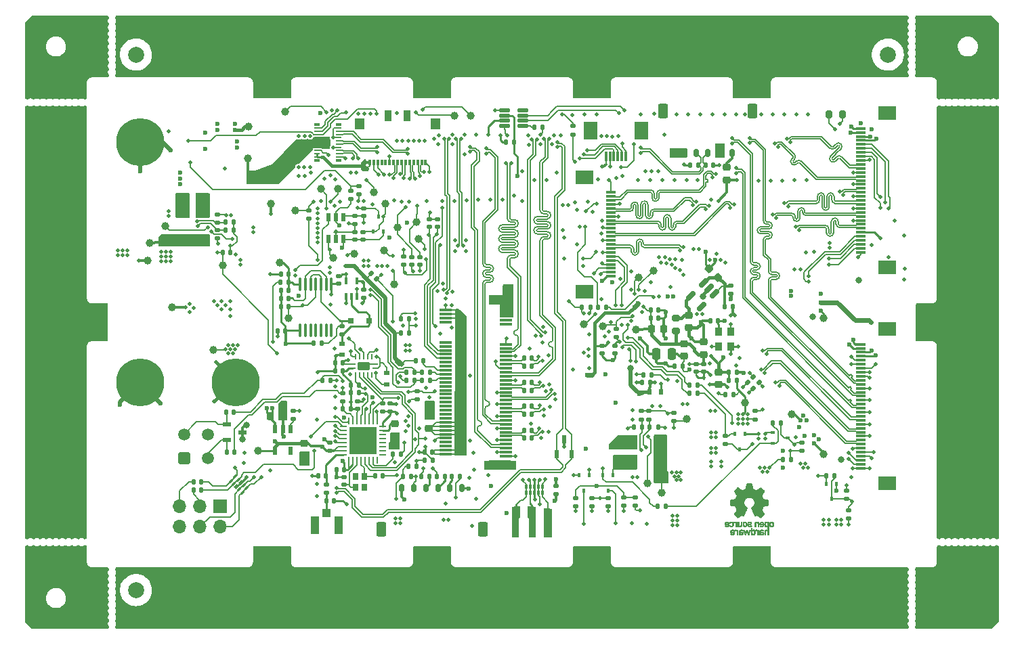
<source format=gbl>
G04 #@! TF.GenerationSoftware,KiCad,Pcbnew,(6.0.8-1)-1*
G04 #@! TF.CreationDate,2022-10-18T17:53:05-07:00*
G04 #@! TF.ProjectId,CRMHJN_capable_carrier,43524d48-4a4e-45f6-9361-7061626c655f,rev?*
G04 #@! TF.SameCoordinates,Original*
G04 #@! TF.FileFunction,Copper,L6,Bot*
G04 #@! TF.FilePolarity,Positive*
%FSLAX46Y46*%
G04 Gerber Fmt 4.6, Leading zero omitted, Abs format (unit mm)*
G04 Created by KiCad (PCBNEW (6.0.8-1)-1) date 2022-10-18 17:53:05*
%MOMM*%
%LPD*%
G01*
G04 APERTURE LIST*
G04 Aperture macros list*
%AMRoundRect*
0 Rectangle with rounded corners*
0 $1 Rounding radius*
0 $2 $3 $4 $5 $6 $7 $8 $9 X,Y pos of 4 corners*
0 Add a 4 corners polygon primitive as box body*
4,1,4,$2,$3,$4,$5,$6,$7,$8,$9,$2,$3,0*
0 Add four circle primitives for the rounded corners*
1,1,$1+$1,$2,$3*
1,1,$1+$1,$4,$5*
1,1,$1+$1,$6,$7*
1,1,$1+$1,$8,$9*
0 Add four rect primitives between the rounded corners*
20,1,$1+$1,$2,$3,$4,$5,0*
20,1,$1+$1,$4,$5,$6,$7,0*
20,1,$1+$1,$6,$7,$8,$9,0*
20,1,$1+$1,$8,$9,$2,$3,0*%
%AMRotRect*
0 Rectangle, with rotation*
0 The origin of the aperture is its center*
0 $1 length*
0 $2 width*
0 $3 Rotation angle, in degrees counterclockwise*
0 Add horizontal line*
21,1,$1,$2,0,0,$3*%
%AMFreePoly0*
4,1,14,0.500000,0.990000,0.480000,0.970000,0.440000,0.920000,0.400000,0.860000,0.370000,0.810000,0.350000,0.760000,0.330000,0.700000,0.310000,0.620000,0.300000,0.510000,0.300000,-1.500000,-0.500000,-1.500000,-0.500000,2.300000,0.500000,2.400000,0.500000,0.990000,0.500000,0.990000,$1*%
%AMFreePoly1*
4,1,14,0.500000,2.300000,0.500000,-1.500000,-0.300000,-1.500000,-0.300000,0.510000,-0.310000,0.620000,-0.330000,0.700000,-0.350000,0.760000,-0.370000,0.810000,-0.400000,0.860000,-0.440000,0.920000,-0.480000,0.970000,-0.500000,0.990000,-0.500000,2.400000,0.500000,2.300000,0.500000,2.300000,$1*%
%AMFreePoly2*
4,1,5,0.500000,1.800000,0.500000,-1.800000,-0.500000,-1.800000,-0.500000,1.900000,0.500000,1.800000,0.500000,1.800000,$1*%
G04 Aperture macros list end*
G04 #@! TA.AperFunction,EtchedComponent*
%ADD10C,0.010000*%
G04 #@! TD*
G04 #@! TA.AperFunction,ComponentPad*
%ADD11RoundRect,0.250001X0.499999X-0.499999X0.499999X0.499999X-0.499999X0.499999X-0.499999X-0.499999X0*%
G04 #@! TD*
G04 #@! TA.AperFunction,ComponentPad*
%ADD12C,1.500000*%
G04 #@! TD*
G04 #@! TA.AperFunction,ComponentPad*
%ADD13R,1.700000X1.700000*%
G04 #@! TD*
G04 #@! TA.AperFunction,ComponentPad*
%ADD14O,1.700000X1.700000*%
G04 #@! TD*
G04 #@! TA.AperFunction,SMDPad,CuDef*
%ADD15FreePoly0,0.000000*%
G04 #@! TD*
G04 #@! TA.AperFunction,SMDPad,CuDef*
%ADD16FreePoly1,0.000000*%
G04 #@! TD*
G04 #@! TA.AperFunction,SMDPad,CuDef*
%ADD17FreePoly2,0.000000*%
G04 #@! TD*
G04 #@! TA.AperFunction,SMDPad,CuDef*
%ADD18C,1.000000*%
G04 #@! TD*
G04 #@! TA.AperFunction,SMDPad,CuDef*
%ADD19RoundRect,0.225000X0.250000X-0.225000X0.250000X0.225000X-0.250000X0.225000X-0.250000X-0.225000X0*%
G04 #@! TD*
G04 #@! TA.AperFunction,SMDPad,CuDef*
%ADD20RoundRect,0.135000X0.135000X0.185000X-0.135000X0.185000X-0.135000X-0.185000X0.135000X-0.185000X0*%
G04 #@! TD*
G04 #@! TA.AperFunction,SMDPad,CuDef*
%ADD21RoundRect,0.135000X-0.185000X0.135000X-0.185000X-0.135000X0.185000X-0.135000X0.185000X0.135000X0*%
G04 #@! TD*
G04 #@! TA.AperFunction,SMDPad,CuDef*
%ADD22R,1.000000X1.050000*%
G04 #@! TD*
G04 #@! TA.AperFunction,SMDPad,CuDef*
%ADD23R,1.050000X2.200000*%
G04 #@! TD*
G04 #@! TA.AperFunction,SMDPad,CuDef*
%ADD24RoundRect,0.147500X-0.147500X-0.172500X0.147500X-0.172500X0.147500X0.172500X-0.147500X0.172500X0*%
G04 #@! TD*
G04 #@! TA.AperFunction,SMDPad,CuDef*
%ADD25RoundRect,0.140000X-0.140000X-0.170000X0.140000X-0.170000X0.140000X0.170000X-0.140000X0.170000X0*%
G04 #@! TD*
G04 #@! TA.AperFunction,SMDPad,CuDef*
%ADD26RoundRect,0.135000X0.185000X-0.135000X0.185000X0.135000X-0.185000X0.135000X-0.185000X-0.135000X0*%
G04 #@! TD*
G04 #@! TA.AperFunction,SMDPad,CuDef*
%ADD27RoundRect,0.135000X-0.135000X-0.185000X0.135000X-0.185000X0.135000X0.185000X-0.135000X0.185000X0*%
G04 #@! TD*
G04 #@! TA.AperFunction,SMDPad,CuDef*
%ADD28RoundRect,0.225000X-0.250000X0.225000X-0.250000X-0.225000X0.250000X-0.225000X0.250000X0.225000X0*%
G04 #@! TD*
G04 #@! TA.AperFunction,SMDPad,CuDef*
%ADD29RoundRect,0.147500X0.172500X-0.147500X0.172500X0.147500X-0.172500X0.147500X-0.172500X-0.147500X0*%
G04 #@! TD*
G04 #@! TA.AperFunction,SMDPad,CuDef*
%ADD30RoundRect,0.140000X0.170000X-0.140000X0.170000X0.140000X-0.170000X0.140000X-0.170000X-0.140000X0*%
G04 #@! TD*
G04 #@! TA.AperFunction,SMDPad,CuDef*
%ADD31RoundRect,0.147500X-0.172500X0.147500X-0.172500X-0.147500X0.172500X-0.147500X0.172500X0.147500X0*%
G04 #@! TD*
G04 #@! TA.AperFunction,SMDPad,CuDef*
%ADD32RoundRect,0.250000X-0.250000X-0.475000X0.250000X-0.475000X0.250000X0.475000X-0.250000X0.475000X0*%
G04 #@! TD*
G04 #@! TA.AperFunction,SMDPad,CuDef*
%ADD33O,0.350000X1.700000*%
G04 #@! TD*
G04 #@! TA.AperFunction,SMDPad,CuDef*
%ADD34RoundRect,0.140000X0.140000X0.170000X-0.140000X0.170000X-0.140000X-0.170000X0.140000X-0.170000X0*%
G04 #@! TD*
G04 #@! TA.AperFunction,SMDPad,CuDef*
%ADD35RoundRect,0.147500X0.147500X0.172500X-0.147500X0.172500X-0.147500X-0.172500X0.147500X-0.172500X0*%
G04 #@! TD*
G04 #@! TA.AperFunction,SMDPad,CuDef*
%ADD36R,0.800000X0.600000*%
G04 #@! TD*
G04 #@! TA.AperFunction,SMDPad,CuDef*
%ADD37R,0.550000X1.000000*%
G04 #@! TD*
G04 #@! TA.AperFunction,SMDPad,CuDef*
%ADD38RoundRect,0.218750X0.256250X-0.218750X0.256250X0.218750X-0.256250X0.218750X-0.256250X-0.218750X0*%
G04 #@! TD*
G04 #@! TA.AperFunction,SMDPad,CuDef*
%ADD39R,0.400000X0.500000*%
G04 #@! TD*
G04 #@! TA.AperFunction,SMDPad,CuDef*
%ADD40RoundRect,0.050000X0.250000X-0.075000X0.250000X0.075000X-0.250000X0.075000X-0.250000X-0.075000X0*%
G04 #@! TD*
G04 #@! TA.AperFunction,SMDPad,CuDef*
%ADD41RoundRect,0.050000X0.075000X0.250000X-0.075000X0.250000X-0.075000X-0.250000X0.075000X-0.250000X0*%
G04 #@! TD*
G04 #@! TA.AperFunction,SMDPad,CuDef*
%ADD42RoundRect,0.050000X-0.700000X0.450000X-0.700000X-0.450000X0.700000X-0.450000X0.700000X0.450000X0*%
G04 #@! TD*
G04 #@! TA.AperFunction,SMDPad,CuDef*
%ADD43RoundRect,0.125000X-0.537500X-0.125000X0.537500X-0.125000X0.537500X0.125000X-0.537500X0.125000X0*%
G04 #@! TD*
G04 #@! TA.AperFunction,SMDPad,CuDef*
%ADD44RoundRect,0.140000X-0.170000X0.140000X-0.170000X-0.140000X0.170000X-0.140000X0.170000X0.140000X0*%
G04 #@! TD*
G04 #@! TA.AperFunction,SMDPad,CuDef*
%ADD45R,1.500000X1.800000*%
G04 #@! TD*
G04 #@! TA.AperFunction,SMDPad,CuDef*
%ADD46R,0.300000X1.300000*%
G04 #@! TD*
G04 #@! TA.AperFunction,SMDPad,CuDef*
%ADD47R,1.800000X2.200000*%
G04 #@! TD*
G04 #@! TA.AperFunction,SMDPad,CuDef*
%ADD48RotRect,0.300000X0.550000X135.000000*%
G04 #@! TD*
G04 #@! TA.AperFunction,SMDPad,CuDef*
%ADD49RotRect,0.400000X0.550000X135.000000*%
G04 #@! TD*
G04 #@! TA.AperFunction,SMDPad,CuDef*
%ADD50R,1.300000X0.300000*%
G04 #@! TD*
G04 #@! TA.AperFunction,SMDPad,CuDef*
%ADD51R,2.200000X1.800000*%
G04 #@! TD*
G04 #@! TA.AperFunction,SMDPad,CuDef*
%ADD52R,0.685000X0.230000*%
G04 #@! TD*
G04 #@! TA.AperFunction,SMDPad,CuDef*
%ADD53R,0.685000X0.355600*%
G04 #@! TD*
G04 #@! TA.AperFunction,SMDPad,CuDef*
%ADD54R,0.685000X0.356000*%
G04 #@! TD*
G04 #@! TA.AperFunction,ComponentPad*
%ADD55C,6.000000*%
G04 #@! TD*
G04 #@! TA.AperFunction,SMDPad,CuDef*
%ADD56R,0.300000X0.550000*%
G04 #@! TD*
G04 #@! TA.AperFunction,SMDPad,CuDef*
%ADD57R,0.400000X0.550000*%
G04 #@! TD*
G04 #@! TA.AperFunction,SMDPad,CuDef*
%ADD58R,1.800000X1.500000*%
G04 #@! TD*
G04 #@! TA.AperFunction,SMDPad,CuDef*
%ADD59RoundRect,0.200000X0.200000X0.275000X-0.200000X0.275000X-0.200000X-0.275000X0.200000X-0.275000X0*%
G04 #@! TD*
G04 #@! TA.AperFunction,SMDPad,CuDef*
%ADD60R,0.500000X0.400000*%
G04 #@! TD*
G04 #@! TA.AperFunction,SMDPad,CuDef*
%ADD61C,2.000000*%
G04 #@! TD*
G04 #@! TA.AperFunction,SMDPad,CuDef*
%ADD62RoundRect,0.225000X-0.335876X-0.017678X-0.017678X-0.335876X0.335876X0.017678X0.017678X0.335876X0*%
G04 #@! TD*
G04 #@! TA.AperFunction,SMDPad,CuDef*
%ADD63RoundRect,0.147500X-0.226274X-0.017678X-0.017678X-0.226274X0.226274X0.017678X0.017678X0.226274X0*%
G04 #@! TD*
G04 #@! TA.AperFunction,SMDPad,CuDef*
%ADD64R,0.800000X0.800000*%
G04 #@! TD*
G04 #@! TA.AperFunction,SMDPad,CuDef*
%ADD65RoundRect,0.200000X0.275000X-0.200000X0.275000X0.200000X-0.275000X0.200000X-0.275000X-0.200000X0*%
G04 #@! TD*
G04 #@! TA.AperFunction,SMDPad,CuDef*
%ADD66R,1.550000X0.300000*%
G04 #@! TD*
G04 #@! TA.AperFunction,SMDPad,CuDef*
%ADD67R,2.750000X1.200000*%
G04 #@! TD*
G04 #@! TA.AperFunction,SMDPad,CuDef*
%ADD68RoundRect,0.225000X0.225000X0.250000X-0.225000X0.250000X-0.225000X-0.250000X0.225000X-0.250000X0*%
G04 #@! TD*
G04 #@! TA.AperFunction,SMDPad,CuDef*
%ADD69RoundRect,0.150000X0.150000X0.350000X-0.150000X0.350000X-0.150000X-0.350000X0.150000X-0.350000X0*%
G04 #@! TD*
G04 #@! TA.AperFunction,SMDPad,CuDef*
%ADD70RoundRect,0.250000X0.375000X0.650000X-0.375000X0.650000X-0.375000X-0.650000X0.375000X-0.650000X0*%
G04 #@! TD*
G04 #@! TA.AperFunction,SMDPad,CuDef*
%ADD71RoundRect,0.150000X-0.150000X-0.350000X0.150000X-0.350000X0.150000X0.350000X-0.150000X0.350000X0*%
G04 #@! TD*
G04 #@! TA.AperFunction,SMDPad,CuDef*
%ADD72RoundRect,0.250000X-0.375000X-0.650000X0.375000X-0.650000X0.375000X0.650000X-0.375000X0.650000X0*%
G04 #@! TD*
G04 #@! TA.AperFunction,SMDPad,CuDef*
%ADD73RoundRect,0.135000X0.226274X0.035355X0.035355X0.226274X-0.226274X-0.035355X-0.035355X-0.226274X0*%
G04 #@! TD*
G04 #@! TA.AperFunction,SMDPad,CuDef*
%ADD74R,0.400000X0.900000*%
G04 #@! TD*
G04 #@! TA.AperFunction,SMDPad,CuDef*
%ADD75R,0.950000X1.050000*%
G04 #@! TD*
G04 #@! TA.AperFunction,SMDPad,CuDef*
%ADD76R,0.300000X0.800000*%
G04 #@! TD*
G04 #@! TA.AperFunction,SMDPad,CuDef*
%ADD77R,1.220000X1.400000*%
G04 #@! TD*
G04 #@! TA.AperFunction,SMDPad,CuDef*
%ADD78R,0.850000X1.400000*%
G04 #@! TD*
G04 #@! TA.AperFunction,SMDPad,CuDef*
%ADD79R,0.800000X0.900000*%
G04 #@! TD*
G04 #@! TA.AperFunction,SMDPad,CuDef*
%ADD80RoundRect,0.062500X-0.375000X-0.062500X0.375000X-0.062500X0.375000X0.062500X-0.375000X0.062500X0*%
G04 #@! TD*
G04 #@! TA.AperFunction,SMDPad,CuDef*
%ADD81RoundRect,0.062500X-0.062500X-0.375000X0.062500X-0.375000X0.062500X0.375000X-0.062500X0.375000X0*%
G04 #@! TD*
G04 #@! TA.AperFunction,SMDPad,CuDef*
%ADD82R,3.450000X3.450000*%
G04 #@! TD*
G04 #@! TA.AperFunction,SMDPad,CuDef*
%ADD83RoundRect,0.225000X-0.225000X-0.250000X0.225000X-0.250000X0.225000X0.250000X-0.225000X0.250000X0*%
G04 #@! TD*
G04 #@! TA.AperFunction,SMDPad,CuDef*
%ADD84R,1.000000X0.550000*%
G04 #@! TD*
G04 #@! TA.AperFunction,SMDPad,CuDef*
%ADD85R,0.600000X0.700000*%
G04 #@! TD*
G04 #@! TA.AperFunction,SMDPad,CuDef*
%ADD86RoundRect,0.218750X-0.256250X0.218750X-0.256250X-0.218750X0.256250X-0.218750X0.256250X0.218750X0*%
G04 #@! TD*
G04 #@! TA.AperFunction,SMDPad,CuDef*
%ADD87RoundRect,0.150000X0.256326X0.468458X-0.468458X-0.256326X-0.256326X-0.468458X0.468458X0.256326X0*%
G04 #@! TD*
G04 #@! TA.AperFunction,ViaPad*
%ADD88C,0.500000*%
G04 #@! TD*
G04 #@! TA.AperFunction,ViaPad*
%ADD89C,0.600000*%
G04 #@! TD*
G04 #@! TA.AperFunction,ViaPad*
%ADD90C,0.800000*%
G04 #@! TD*
G04 #@! TA.AperFunction,Conductor*
%ADD91C,0.150000*%
G04 #@! TD*
G04 #@! TA.AperFunction,Conductor*
%ADD92C,0.200000*%
G04 #@! TD*
G04 #@! TA.AperFunction,Conductor*
%ADD93C,0.400000*%
G04 #@! TD*
G04 #@! TA.AperFunction,Conductor*
%ADD94C,0.300000*%
G04 #@! TD*
G04 #@! TA.AperFunction,Conductor*
%ADD95C,0.250000*%
G04 #@! TD*
G04 #@! TA.AperFunction,Conductor*
%ADD96C,0.180000*%
G04 #@! TD*
G04 #@! TA.AperFunction,Conductor*
%ADD97C,0.152400*%
G04 #@! TD*
G04 #@! TA.AperFunction,Conductor*
%ADD98C,0.190500*%
G04 #@! TD*
G04 #@! TA.AperFunction,Conductor*
%ADD99C,0.230000*%
G04 #@! TD*
G04 #@! TA.AperFunction,Conductor*
%ADD100C,0.600000*%
G04 #@! TD*
G04 #@! TA.AperFunction,Conductor*
%ADD101C,0.500000*%
G04 #@! TD*
G04 #@! TA.AperFunction,Conductor*
%ADD102C,0.139700*%
G04 #@! TD*
G04 #@! TA.AperFunction,Conductor*
%ADD103C,0.350000*%
G04 #@! TD*
G04 #@! TA.AperFunction,Conductor*
%ADD104C,0.177800*%
G04 #@! TD*
G04 APERTURE END LIST*
G04 #@! TO.C,N2*
G36*
X90365624Y-63818196D02*
G01*
X90362017Y-63858738D01*
X90355821Y-63892956D01*
X90346573Y-63922452D01*
X90333810Y-63948827D01*
X90317068Y-63973683D01*
X90295884Y-63998623D01*
X90290012Y-64004693D01*
X90258036Y-64030997D01*
X90221024Y-64052701D01*
X90183088Y-64067301D01*
X90178053Y-64068564D01*
X90150184Y-64072733D01*
X90117068Y-64074337D01*
X90082448Y-64073443D01*
X90050066Y-64070119D01*
X90023664Y-64064432D01*
X90017383Y-64062390D01*
X89974094Y-64042435D01*
X89934970Y-64014098D01*
X89901533Y-63978680D01*
X89875301Y-63937480D01*
X89865767Y-63915019D01*
X89857413Y-63884728D01*
X89851694Y-63848467D01*
X89848411Y-63804907D01*
X89847360Y-63752721D01*
X89847360Y-63752060D01*
X89976900Y-63752060D01*
X89976968Y-63784520D01*
X89977292Y-63810575D01*
X89978038Y-63829850D01*
X89979373Y-63844085D01*
X89981464Y-63855016D01*
X89984477Y-63864381D01*
X89988579Y-63873916D01*
X89993979Y-63884961D01*
X90007900Y-63906597D01*
X90024926Y-63922439D01*
X90048020Y-63935562D01*
X90059545Y-63940437D01*
X90080915Y-63945804D01*
X90106440Y-63947071D01*
X90135968Y-63945163D01*
X90158995Y-63939561D01*
X90178751Y-63929021D01*
X90198534Y-63912296D01*
X90204786Y-63905963D01*
X90217455Y-63890249D01*
X90226844Y-63872788D01*
X90233388Y-63851909D01*
X90237523Y-63825942D01*
X90239685Y-63793215D01*
X90240309Y-63752060D01*
X90240306Y-63748955D01*
X90239525Y-63708247D01*
X90237077Y-63675802D01*
X90232551Y-63649917D01*
X90225537Y-63628886D01*
X90215625Y-63611003D01*
X90202404Y-63594564D01*
X90178319Y-63575078D01*
X90148059Y-63561830D01*
X90114716Y-63556068D01*
X90080600Y-63558180D01*
X90048020Y-63568557D01*
X90037800Y-63573711D01*
X90017506Y-63587560D01*
X90002087Y-63605366D01*
X89988579Y-63630203D01*
X89984669Y-63639244D01*
X89981601Y-63648574D01*
X89979465Y-63659376D01*
X89978093Y-63673388D01*
X89977320Y-63692348D01*
X89976978Y-63717993D01*
X89976900Y-63752060D01*
X89847360Y-63752060D01*
X89847361Y-63751326D01*
X89848472Y-63697932D01*
X89852008Y-63652969D01*
X89858414Y-63614933D01*
X89868133Y-63582325D01*
X89881611Y-63553643D01*
X89899294Y-63527385D01*
X89921625Y-63502050D01*
X89955668Y-63473187D01*
X89998170Y-63449224D01*
X90044848Y-63433590D01*
X90094267Y-63426754D01*
X90144991Y-63429183D01*
X90189710Y-63438481D01*
X90229230Y-63453891D01*
X90264621Y-63476479D01*
X90298364Y-63507514D01*
X90299389Y-63508602D01*
X90319982Y-63532992D01*
X90336233Y-63558331D01*
X90348566Y-63586128D01*
X90357405Y-63617891D01*
X90363175Y-63655128D01*
X90366301Y-63699348D01*
X90367208Y-63752060D01*
X90367106Y-63769727D01*
X90365624Y-63818196D01*
G37*
D10*
X90365624Y-63818196D02*
X90362017Y-63858738D01*
X90355821Y-63892956D01*
X90346573Y-63922452D01*
X90333810Y-63948827D01*
X90317068Y-63973683D01*
X90295884Y-63998623D01*
X90290012Y-64004693D01*
X90258036Y-64030997D01*
X90221024Y-64052701D01*
X90183088Y-64067301D01*
X90178053Y-64068564D01*
X90150184Y-64072733D01*
X90117068Y-64074337D01*
X90082448Y-64073443D01*
X90050066Y-64070119D01*
X90023664Y-64064432D01*
X90017383Y-64062390D01*
X89974094Y-64042435D01*
X89934970Y-64014098D01*
X89901533Y-63978680D01*
X89875301Y-63937480D01*
X89865767Y-63915019D01*
X89857413Y-63884728D01*
X89851694Y-63848467D01*
X89848411Y-63804907D01*
X89847360Y-63752721D01*
X89847360Y-63752060D01*
X89976900Y-63752060D01*
X89976968Y-63784520D01*
X89977292Y-63810575D01*
X89978038Y-63829850D01*
X89979373Y-63844085D01*
X89981464Y-63855016D01*
X89984477Y-63864381D01*
X89988579Y-63873916D01*
X89993979Y-63884961D01*
X90007900Y-63906597D01*
X90024926Y-63922439D01*
X90048020Y-63935562D01*
X90059545Y-63940437D01*
X90080915Y-63945804D01*
X90106440Y-63947071D01*
X90135968Y-63945163D01*
X90158995Y-63939561D01*
X90178751Y-63929021D01*
X90198534Y-63912296D01*
X90204786Y-63905963D01*
X90217455Y-63890249D01*
X90226844Y-63872788D01*
X90233388Y-63851909D01*
X90237523Y-63825942D01*
X90239685Y-63793215D01*
X90240309Y-63752060D01*
X90240306Y-63748955D01*
X90239525Y-63708247D01*
X90237077Y-63675802D01*
X90232551Y-63649917D01*
X90225537Y-63628886D01*
X90215625Y-63611003D01*
X90202404Y-63594564D01*
X90178319Y-63575078D01*
X90148059Y-63561830D01*
X90114716Y-63556068D01*
X90080600Y-63558180D01*
X90048020Y-63568557D01*
X90037800Y-63573711D01*
X90017506Y-63587560D01*
X90002087Y-63605366D01*
X89988579Y-63630203D01*
X89984669Y-63639244D01*
X89981601Y-63648574D01*
X89979465Y-63659376D01*
X89978093Y-63673388D01*
X89977320Y-63692348D01*
X89976978Y-63717993D01*
X89976900Y-63752060D01*
X89847360Y-63752060D01*
X89847361Y-63751326D01*
X89848472Y-63697932D01*
X89852008Y-63652969D01*
X89858414Y-63614933D01*
X89868133Y-63582325D01*
X89881611Y-63553643D01*
X89899294Y-63527385D01*
X89921625Y-63502050D01*
X89955668Y-63473187D01*
X89998170Y-63449224D01*
X90044848Y-63433590D01*
X90094267Y-63426754D01*
X90144991Y-63429183D01*
X90189710Y-63438481D01*
X90229230Y-63453891D01*
X90264621Y-63476479D01*
X90298364Y-63507514D01*
X90299389Y-63508602D01*
X90319982Y-63532992D01*
X90336233Y-63558331D01*
X90348566Y-63586128D01*
X90357405Y-63617891D01*
X90363175Y-63655128D01*
X90366301Y-63699348D01*
X90367208Y-63752060D01*
X90367106Y-63769727D01*
X90365624Y-63818196D01*
G36*
X90745769Y-63429469D02*
G01*
X90792539Y-63437982D01*
X90834838Y-63452847D01*
X90870980Y-63474118D01*
X90878277Y-63479966D01*
X90902839Y-63505140D01*
X90922750Y-63534071D01*
X90935507Y-63563300D01*
X90935813Y-63564383D01*
X90938785Y-63580711D01*
X90940838Y-63602399D01*
X90941544Y-63625060D01*
X90939744Y-63651856D01*
X90929818Y-63691567D01*
X90911472Y-63725920D01*
X90884991Y-63754441D01*
X90850660Y-63776656D01*
X90841349Y-63781123D01*
X90825877Y-63787610D01*
X90809793Y-63792757D01*
X90791193Y-63796963D01*
X90768171Y-63800627D01*
X90738821Y-63804147D01*
X90701238Y-63807923D01*
X90673709Y-63810721D01*
X90642173Y-63814732D01*
X90618489Y-63819181D01*
X90601305Y-63824523D01*
X90589267Y-63831216D01*
X90581022Y-63839717D01*
X90575218Y-63850483D01*
X90571635Y-63861283D01*
X90570389Y-63885578D01*
X90578511Y-63908048D01*
X90595447Y-63927570D01*
X90620647Y-63943019D01*
X90624563Y-63944730D01*
X90638951Y-63949954D01*
X90653903Y-63953045D01*
X90672609Y-63954485D01*
X90698260Y-63954755D01*
X90702669Y-63954712D01*
X90751848Y-63950833D01*
X90794939Y-63940281D01*
X90833926Y-63922385D01*
X90870797Y-63896476D01*
X90895614Y-63875968D01*
X90937907Y-63918042D01*
X90953887Y-63934225D01*
X90967553Y-63948644D01*
X90976801Y-63959073D01*
X90980200Y-63963963D01*
X90979463Y-63965984D01*
X90972258Y-63973855D01*
X90958885Y-63984899D01*
X90941216Y-63997789D01*
X90921122Y-64011196D01*
X90900473Y-64023794D01*
X90881140Y-64034255D01*
X90878305Y-64035640D01*
X90853126Y-64046702D01*
X90826026Y-64056921D01*
X90802400Y-64064242D01*
X90774460Y-64069789D01*
X90732335Y-64073915D01*
X90687777Y-64074429D01*
X90644758Y-64071323D01*
X90607255Y-64064591D01*
X90569497Y-64052478D01*
X90527805Y-64031556D01*
X90494069Y-64004882D01*
X90468565Y-63972744D01*
X90451569Y-63935433D01*
X90443357Y-63893235D01*
X90443141Y-63862716D01*
X90449763Y-63822847D01*
X90463562Y-63785958D01*
X90483735Y-63754048D01*
X90509476Y-63729113D01*
X90527784Y-63717730D01*
X90553114Y-63707107D01*
X90584241Y-63698880D01*
X90622590Y-63692683D01*
X90669589Y-63688152D01*
X90686811Y-63686837D01*
X90719555Y-63683903D01*
X90744476Y-63680758D01*
X90763193Y-63677032D01*
X90777329Y-63672354D01*
X90788503Y-63666350D01*
X90798336Y-63658652D01*
X90799526Y-63657579D01*
X90808935Y-63647295D01*
X90813072Y-63636359D01*
X90813826Y-63620072D01*
X90811374Y-63599974D01*
X90803791Y-63582421D01*
X90785344Y-63565334D01*
X90759813Y-63553740D01*
X90728763Y-63547759D01*
X90693682Y-63547406D01*
X90656057Y-63552694D01*
X90617378Y-63563638D01*
X90579132Y-63580253D01*
X90535700Y-63602765D01*
X90511138Y-63575812D01*
X90497974Y-63561104D01*
X90483101Y-63543960D01*
X90471679Y-63530236D01*
X90456783Y-63511613D01*
X90495152Y-63485950D01*
X90503888Y-63480338D01*
X90547714Y-63457883D01*
X90595502Y-63441516D01*
X90645565Y-63431290D01*
X90696216Y-63427256D01*
X90745769Y-63429469D01*
G37*
X90745769Y-63429469D02*
X90792539Y-63437982D01*
X90834838Y-63452847D01*
X90870980Y-63474118D01*
X90878277Y-63479966D01*
X90902839Y-63505140D01*
X90922750Y-63534071D01*
X90935507Y-63563300D01*
X90935813Y-63564383D01*
X90938785Y-63580711D01*
X90940838Y-63602399D01*
X90941544Y-63625060D01*
X90939744Y-63651856D01*
X90929818Y-63691567D01*
X90911472Y-63725920D01*
X90884991Y-63754441D01*
X90850660Y-63776656D01*
X90841349Y-63781123D01*
X90825877Y-63787610D01*
X90809793Y-63792757D01*
X90791193Y-63796963D01*
X90768171Y-63800627D01*
X90738821Y-63804147D01*
X90701238Y-63807923D01*
X90673709Y-63810721D01*
X90642173Y-63814732D01*
X90618489Y-63819181D01*
X90601305Y-63824523D01*
X90589267Y-63831216D01*
X90581022Y-63839717D01*
X90575218Y-63850483D01*
X90571635Y-63861283D01*
X90570389Y-63885578D01*
X90578511Y-63908048D01*
X90595447Y-63927570D01*
X90620647Y-63943019D01*
X90624563Y-63944730D01*
X90638951Y-63949954D01*
X90653903Y-63953045D01*
X90672609Y-63954485D01*
X90698260Y-63954755D01*
X90702669Y-63954712D01*
X90751848Y-63950833D01*
X90794939Y-63940281D01*
X90833926Y-63922385D01*
X90870797Y-63896476D01*
X90895614Y-63875968D01*
X90937907Y-63918042D01*
X90953887Y-63934225D01*
X90967553Y-63948644D01*
X90976801Y-63959073D01*
X90980200Y-63963963D01*
X90979463Y-63965984D01*
X90972258Y-63973855D01*
X90958885Y-63984899D01*
X90941216Y-63997789D01*
X90921122Y-64011196D01*
X90900473Y-64023794D01*
X90881140Y-64034255D01*
X90878305Y-64035640D01*
X90853126Y-64046702D01*
X90826026Y-64056921D01*
X90802400Y-64064242D01*
X90774460Y-64069789D01*
X90732335Y-64073915D01*
X90687777Y-64074429D01*
X90644758Y-64071323D01*
X90607255Y-64064591D01*
X90569497Y-64052478D01*
X90527805Y-64031556D01*
X90494069Y-64004882D01*
X90468565Y-63972744D01*
X90451569Y-63935433D01*
X90443357Y-63893235D01*
X90443141Y-63862716D01*
X90449763Y-63822847D01*
X90463562Y-63785958D01*
X90483735Y-63754048D01*
X90509476Y-63729113D01*
X90527784Y-63717730D01*
X90553114Y-63707107D01*
X90584241Y-63698880D01*
X90622590Y-63692683D01*
X90669589Y-63688152D01*
X90686811Y-63686837D01*
X90719555Y-63683903D01*
X90744476Y-63680758D01*
X90763193Y-63677032D01*
X90777329Y-63672354D01*
X90788503Y-63666350D01*
X90798336Y-63658652D01*
X90799526Y-63657579D01*
X90808935Y-63647295D01*
X90813072Y-63636359D01*
X90813826Y-63620072D01*
X90811374Y-63599974D01*
X90803791Y-63582421D01*
X90785344Y-63565334D01*
X90759813Y-63553740D01*
X90728763Y-63547759D01*
X90693682Y-63547406D01*
X90656057Y-63552694D01*
X90617378Y-63563638D01*
X90579132Y-63580253D01*
X90535700Y-63602765D01*
X90511138Y-63575812D01*
X90497974Y-63561104D01*
X90483101Y-63543960D01*
X90471679Y-63530236D01*
X90456783Y-63511613D01*
X90495152Y-63485950D01*
X90503888Y-63480338D01*
X90547714Y-63457883D01*
X90595502Y-63441516D01*
X90645565Y-63431290D01*
X90696216Y-63427256D01*
X90745769Y-63429469D01*
G36*
X91576066Y-63429696D02*
G01*
X91583198Y-63430790D01*
X91618999Y-63439698D01*
X91650955Y-63454612D01*
X91682895Y-63477238D01*
X91711720Y-63500716D01*
X91711720Y-63434560D01*
X91838720Y-63434560D01*
X91838720Y-64069560D01*
X91712334Y-64069560D01*
X91710757Y-63860010D01*
X91710516Y-63828724D01*
X91710111Y-63782343D01*
X91709673Y-63744513D01*
X91709148Y-63714216D01*
X91708483Y-63690435D01*
X91707625Y-63672153D01*
X91706520Y-63658351D01*
X91705115Y-63648012D01*
X91703356Y-63640119D01*
X91701190Y-63633654D01*
X91698564Y-63627600D01*
X91690417Y-63613318D01*
X91672147Y-63591281D01*
X91650316Y-63573058D01*
X91628101Y-63561626D01*
X91616452Y-63559089D01*
X91596329Y-63557251D01*
X91574760Y-63557331D01*
X91546409Y-63561288D01*
X91517360Y-63572722D01*
X91494099Y-63591999D01*
X91475578Y-63619777D01*
X91460260Y-63649716D01*
X91458779Y-63859638D01*
X91457297Y-64069560D01*
X91330720Y-64069560D01*
X91330720Y-63846290D01*
X91330741Y-63820881D01*
X91330995Y-63759996D01*
X91331534Y-63708193D01*
X91332353Y-63665687D01*
X91333446Y-63632693D01*
X91334809Y-63609425D01*
X91336437Y-63596100D01*
X91339218Y-63584565D01*
X91355466Y-63542638D01*
X91379490Y-63505984D01*
X91410142Y-63475399D01*
X91446274Y-63451680D01*
X91486737Y-63435625D01*
X91530384Y-63428031D01*
X91576066Y-63429696D01*
G37*
X91576066Y-63429696D02*
X91583198Y-63430790D01*
X91618999Y-63439698D01*
X91650955Y-63454612D01*
X91682895Y-63477238D01*
X91711720Y-63500716D01*
X91711720Y-63434560D01*
X91838720Y-63434560D01*
X91838720Y-64069560D01*
X91712334Y-64069560D01*
X91710757Y-63860010D01*
X91710516Y-63828724D01*
X91710111Y-63782343D01*
X91709673Y-63744513D01*
X91709148Y-63714216D01*
X91708483Y-63690435D01*
X91707625Y-63672153D01*
X91706520Y-63658351D01*
X91705115Y-63648012D01*
X91703356Y-63640119D01*
X91701190Y-63633654D01*
X91698564Y-63627600D01*
X91690417Y-63613318D01*
X91672147Y-63591281D01*
X91650316Y-63573058D01*
X91628101Y-63561626D01*
X91616452Y-63559089D01*
X91596329Y-63557251D01*
X91574760Y-63557331D01*
X91546409Y-63561288D01*
X91517360Y-63572722D01*
X91494099Y-63591999D01*
X91475578Y-63619777D01*
X91460260Y-63649716D01*
X91458779Y-63859638D01*
X91457297Y-64069560D01*
X91330720Y-64069560D01*
X91330720Y-63846290D01*
X91330741Y-63820881D01*
X91330995Y-63759996D01*
X91331534Y-63708193D01*
X91332353Y-63665687D01*
X91333446Y-63632693D01*
X91334809Y-63609425D01*
X91336437Y-63596100D01*
X91339218Y-63584565D01*
X91355466Y-63542638D01*
X91379490Y-63505984D01*
X91410142Y-63475399D01*
X91446274Y-63451680D01*
X91486737Y-63435625D01*
X91530384Y-63428031D01*
X91576066Y-63429696D01*
G36*
X88980107Y-64433004D02*
G01*
X89022041Y-64442458D01*
X89061097Y-64459515D01*
X89095049Y-64483758D01*
X89102422Y-64490217D01*
X89112449Y-64498229D01*
X89117726Y-64501360D01*
X89119179Y-64498001D01*
X89120437Y-64486957D01*
X89120920Y-64470880D01*
X89120920Y-64440400D01*
X89247920Y-64440400D01*
X89247920Y-64761625D01*
X89247853Y-64816865D01*
X89247687Y-64868964D01*
X89247432Y-64917045D01*
X89247096Y-64960230D01*
X89246688Y-64997642D01*
X89246219Y-65028404D01*
X89245697Y-65051638D01*
X89245132Y-65066467D01*
X89244534Y-65072013D01*
X89238810Y-65073291D01*
X89224929Y-65074386D01*
X89205075Y-65075127D01*
X89181382Y-65075400D01*
X89121617Y-65075400D01*
X89119974Y-64863310D01*
X89119650Y-64822021D01*
X89119208Y-64774883D01*
X89118645Y-64736143D01*
X89117840Y-64704791D01*
X89116670Y-64679820D01*
X89115013Y-64660219D01*
X89112748Y-64644982D01*
X89109753Y-64633098D01*
X89105905Y-64623559D01*
X89101084Y-64615357D01*
X89095166Y-64607482D01*
X89088031Y-64598927D01*
X89083410Y-64593740D01*
X89059798Y-64574911D01*
X89031279Y-64563900D01*
X88996460Y-64560118D01*
X88985797Y-64560149D01*
X88967221Y-64561600D01*
X88952173Y-64565793D01*
X88936131Y-64573750D01*
X88925717Y-64579565D01*
X88914882Y-64585443D01*
X88910226Y-64587720D01*
X88907735Y-64585350D01*
X88900016Y-64576633D01*
X88888540Y-64563164D01*
X88874759Y-64546702D01*
X88860126Y-64529006D01*
X88846094Y-64511835D01*
X88834117Y-64496949D01*
X88825647Y-64486108D01*
X88822138Y-64481069D01*
X88823253Y-64477814D01*
X88831312Y-64470495D01*
X88845114Y-64461465D01*
X88862495Y-64452090D01*
X88881293Y-64443733D01*
X88896514Y-64438572D01*
X88937522Y-64431570D01*
X88980107Y-64433004D01*
G37*
X88980107Y-64433004D02*
X89022041Y-64442458D01*
X89061097Y-64459515D01*
X89095049Y-64483758D01*
X89102422Y-64490217D01*
X89112449Y-64498229D01*
X89117726Y-64501360D01*
X89119179Y-64498001D01*
X89120437Y-64486957D01*
X89120920Y-64470880D01*
X89120920Y-64440400D01*
X89247920Y-64440400D01*
X89247920Y-64761625D01*
X89247853Y-64816865D01*
X89247687Y-64868964D01*
X89247432Y-64917045D01*
X89247096Y-64960230D01*
X89246688Y-64997642D01*
X89246219Y-65028404D01*
X89245697Y-65051638D01*
X89245132Y-65066467D01*
X89244534Y-65072013D01*
X89238810Y-65073291D01*
X89224929Y-65074386D01*
X89205075Y-65075127D01*
X89181382Y-65075400D01*
X89121617Y-65075400D01*
X89119974Y-64863310D01*
X89119650Y-64822021D01*
X89119208Y-64774883D01*
X89118645Y-64736143D01*
X89117840Y-64704791D01*
X89116670Y-64679820D01*
X89115013Y-64660219D01*
X89112748Y-64644982D01*
X89109753Y-64633098D01*
X89105905Y-64623559D01*
X89101084Y-64615357D01*
X89095166Y-64607482D01*
X89088031Y-64598927D01*
X89083410Y-64593740D01*
X89059798Y-64574911D01*
X89031279Y-64563900D01*
X88996460Y-64560118D01*
X88985797Y-64560149D01*
X88967221Y-64561600D01*
X88952173Y-64565793D01*
X88936131Y-64573750D01*
X88925717Y-64579565D01*
X88914882Y-64585443D01*
X88910226Y-64587720D01*
X88907735Y-64585350D01*
X88900016Y-64576633D01*
X88888540Y-64563164D01*
X88874759Y-64546702D01*
X88860126Y-64529006D01*
X88846094Y-64511835D01*
X88834117Y-64496949D01*
X88825647Y-64486108D01*
X88822138Y-64481069D01*
X88823253Y-64477814D01*
X88831312Y-64470495D01*
X88845114Y-64461465D01*
X88862495Y-64452090D01*
X88881293Y-64443733D01*
X88896514Y-64438572D01*
X88937522Y-64431570D01*
X88980107Y-64433004D01*
G36*
X92938540Y-65072860D02*
G01*
X92936000Y-64859500D01*
X92935316Y-64808767D01*
X92934384Y-64756884D01*
X92933318Y-64714500D01*
X92932106Y-64681254D01*
X92930733Y-64656784D01*
X92929186Y-64640731D01*
X92927451Y-64632734D01*
X92923493Y-64625162D01*
X92908362Y-64604665D01*
X92889019Y-64585680D01*
X92869188Y-64572085D01*
X92844115Y-64562476D01*
X92810694Y-64558311D01*
X92777918Y-64563039D01*
X92747529Y-64576112D01*
X92721267Y-64596980D01*
X92700875Y-64625095D01*
X92698295Y-64630152D01*
X92695984Y-64635788D01*
X92694094Y-64642609D01*
X92692566Y-64651613D01*
X92691341Y-64663796D01*
X92690361Y-64680155D01*
X92689568Y-64701688D01*
X92688901Y-64729392D01*
X92688304Y-64764263D01*
X92687717Y-64807300D01*
X92687080Y-64859500D01*
X92684540Y-65072860D01*
X92560080Y-65075712D01*
X92560080Y-64842798D01*
X92560105Y-64798718D01*
X92560224Y-64749610D01*
X92560471Y-64708983D01*
X92560874Y-64675887D01*
X92561464Y-64649373D01*
X92562270Y-64628490D01*
X92563322Y-64612291D01*
X92564651Y-64599824D01*
X92566285Y-64590141D01*
X92568255Y-64582292D01*
X92575078Y-64562761D01*
X92595836Y-64523859D01*
X92623484Y-64491062D01*
X92656814Y-64464897D01*
X92694621Y-64445892D01*
X92735696Y-64434573D01*
X92778834Y-64431469D01*
X92822828Y-64437105D01*
X92866469Y-64452011D01*
X92876989Y-64457376D01*
X92897687Y-64470225D01*
X92915020Y-64483587D01*
X92936000Y-64502542D01*
X92936000Y-64002728D01*
X92914410Y-64021209D01*
X92900899Y-64031448D01*
X92880507Y-64044571D01*
X92859921Y-64055895D01*
X92854977Y-64058311D01*
X92840752Y-64064713D01*
X92828202Y-64068753D01*
X92814370Y-64070972D01*
X92796295Y-64071907D01*
X92771021Y-64072100D01*
X92763781Y-64072091D01*
X92740487Y-64071746D01*
X92723565Y-64070495D01*
X92709988Y-64067797D01*
X92696734Y-64063105D01*
X92680777Y-64055878D01*
X92667510Y-64048865D01*
X92642509Y-64032399D01*
X92621550Y-64014673D01*
X92608286Y-64000590D01*
X92594363Y-63982783D01*
X92583272Y-63963726D01*
X92574712Y-63942150D01*
X92568383Y-63916785D01*
X92563983Y-63886363D01*
X92561212Y-63849614D01*
X92559770Y-63805269D01*
X92559356Y-63752060D01*
X92559453Y-63736683D01*
X92687414Y-63736683D01*
X92687742Y-63770893D01*
X92689125Y-63804307D01*
X92691516Y-63834591D01*
X92694866Y-63859415D01*
X92699127Y-63876448D01*
X92707739Y-63894537D01*
X92728243Y-63919944D01*
X92755660Y-63938009D01*
X92766114Y-63941767D01*
X92790401Y-63946168D01*
X92817758Y-63947304D01*
X92843976Y-63945117D01*
X92864844Y-63939547D01*
X92877383Y-63933276D01*
X92896863Y-63918598D01*
X92911956Y-63899032D01*
X92923040Y-63873588D01*
X92930491Y-63841272D01*
X92934686Y-63801093D01*
X92936000Y-63752060D01*
X92934864Y-63707787D01*
X92930349Y-63663822D01*
X92922002Y-63628368D01*
X92909407Y-63600790D01*
X92892149Y-63580448D01*
X92869810Y-63566708D01*
X92841975Y-63558930D01*
X92808228Y-63556480D01*
X92805643Y-63556493D01*
X92771108Y-63559948D01*
X92743645Y-63570026D01*
X92722326Y-63587468D01*
X92706223Y-63613016D01*
X92694409Y-63647410D01*
X92693244Y-63652581D01*
X92690117Y-63675195D01*
X92688190Y-63704006D01*
X92687414Y-63736683D01*
X92559453Y-63736683D01*
X92559646Y-63706256D01*
X92560905Y-63660717D01*
X92563447Y-63622949D01*
X92567581Y-63591673D01*
X92573612Y-63565613D01*
X92581850Y-63543490D01*
X92592599Y-63524027D01*
X92606169Y-63505946D01*
X92622866Y-63487970D01*
X92635929Y-63476008D01*
X92673074Y-63451181D01*
X92714497Y-63434869D01*
X92758591Y-63427590D01*
X92803750Y-63429858D01*
X92839557Y-63438135D01*
X92874478Y-63452961D01*
X92909099Y-63475538D01*
X92936000Y-63495849D01*
X92936000Y-63434560D01*
X93063000Y-63434560D01*
X93063000Y-65075712D01*
X92938540Y-65072860D01*
G37*
X92938540Y-65072860D02*
X92936000Y-64859500D01*
X92935316Y-64808767D01*
X92934384Y-64756884D01*
X92933318Y-64714500D01*
X92932106Y-64681254D01*
X92930733Y-64656784D01*
X92929186Y-64640731D01*
X92927451Y-64632734D01*
X92923493Y-64625162D01*
X92908362Y-64604665D01*
X92889019Y-64585680D01*
X92869188Y-64572085D01*
X92844115Y-64562476D01*
X92810694Y-64558311D01*
X92777918Y-64563039D01*
X92747529Y-64576112D01*
X92721267Y-64596980D01*
X92700875Y-64625095D01*
X92698295Y-64630152D01*
X92695984Y-64635788D01*
X92694094Y-64642609D01*
X92692566Y-64651613D01*
X92691341Y-64663796D01*
X92690361Y-64680155D01*
X92689568Y-64701688D01*
X92688901Y-64729392D01*
X92688304Y-64764263D01*
X92687717Y-64807300D01*
X92687080Y-64859500D01*
X92684540Y-65072860D01*
X92560080Y-65075712D01*
X92560080Y-64842798D01*
X92560105Y-64798718D01*
X92560224Y-64749610D01*
X92560471Y-64708983D01*
X92560874Y-64675887D01*
X92561464Y-64649373D01*
X92562270Y-64628490D01*
X92563322Y-64612291D01*
X92564651Y-64599824D01*
X92566285Y-64590141D01*
X92568255Y-64582292D01*
X92575078Y-64562761D01*
X92595836Y-64523859D01*
X92623484Y-64491062D01*
X92656814Y-64464897D01*
X92694621Y-64445892D01*
X92735696Y-64434573D01*
X92778834Y-64431469D01*
X92822828Y-64437105D01*
X92866469Y-64452011D01*
X92876989Y-64457376D01*
X92897687Y-64470225D01*
X92915020Y-64483587D01*
X92936000Y-64502542D01*
X92936000Y-64002728D01*
X92914410Y-64021209D01*
X92900899Y-64031448D01*
X92880507Y-64044571D01*
X92859921Y-64055895D01*
X92854977Y-64058311D01*
X92840752Y-64064713D01*
X92828202Y-64068753D01*
X92814370Y-64070972D01*
X92796295Y-64071907D01*
X92771021Y-64072100D01*
X92763781Y-64072091D01*
X92740487Y-64071746D01*
X92723565Y-64070495D01*
X92709988Y-64067797D01*
X92696734Y-64063105D01*
X92680777Y-64055878D01*
X92667510Y-64048865D01*
X92642509Y-64032399D01*
X92621550Y-64014673D01*
X92608286Y-64000590D01*
X92594363Y-63982783D01*
X92583272Y-63963726D01*
X92574712Y-63942150D01*
X92568383Y-63916785D01*
X92563983Y-63886363D01*
X92561212Y-63849614D01*
X92559770Y-63805269D01*
X92559356Y-63752060D01*
X92559453Y-63736683D01*
X92687414Y-63736683D01*
X92687742Y-63770893D01*
X92689125Y-63804307D01*
X92691516Y-63834591D01*
X92694866Y-63859415D01*
X92699127Y-63876448D01*
X92707739Y-63894537D01*
X92728243Y-63919944D01*
X92755660Y-63938009D01*
X92766114Y-63941767D01*
X92790401Y-63946168D01*
X92817758Y-63947304D01*
X92843976Y-63945117D01*
X92864844Y-63939547D01*
X92877383Y-63933276D01*
X92896863Y-63918598D01*
X92911956Y-63899032D01*
X92923040Y-63873588D01*
X92930491Y-63841272D01*
X92934686Y-63801093D01*
X92936000Y-63752060D01*
X92934864Y-63707787D01*
X92930349Y-63663822D01*
X92922002Y-63628368D01*
X92909407Y-63600790D01*
X92892149Y-63580448D01*
X92869810Y-63566708D01*
X92841975Y-63558930D01*
X92808228Y-63556480D01*
X92805643Y-63556493D01*
X92771108Y-63559948D01*
X92743645Y-63570026D01*
X92722326Y-63587468D01*
X92706223Y-63613016D01*
X92694409Y-63647410D01*
X92693244Y-63652581D01*
X92690117Y-63675195D01*
X92688190Y-63704006D01*
X92687414Y-63736683D01*
X92559453Y-63736683D01*
X92559646Y-63706256D01*
X92560905Y-63660717D01*
X92563447Y-63622949D01*
X92567581Y-63591673D01*
X92573612Y-63565613D01*
X92581850Y-63543490D01*
X92592599Y-63524027D01*
X92606169Y-63505946D01*
X92622866Y-63487970D01*
X92635929Y-63476008D01*
X92673074Y-63451181D01*
X92714497Y-63434869D01*
X92758591Y-63427590D01*
X92803750Y-63429858D01*
X92839557Y-63438135D01*
X92874478Y-63452961D01*
X92909099Y-63475538D01*
X92936000Y-63495849D01*
X92936000Y-63434560D01*
X93063000Y-63434560D01*
X93063000Y-65075712D01*
X92938540Y-65072860D01*
G36*
X93694446Y-63822310D02*
G01*
X93690117Y-63863358D01*
X93683389Y-63897517D01*
X93673622Y-63926593D01*
X93660173Y-63952392D01*
X93642401Y-63976720D01*
X93619665Y-64001384D01*
X93586141Y-64030699D01*
X93547147Y-64054634D01*
X93506492Y-64069074D01*
X93501651Y-64069993D01*
X93484606Y-64071951D01*
X93462449Y-64073418D01*
X93438718Y-64074129D01*
X93409311Y-64073453D01*
X93363336Y-64067200D01*
X93322990Y-64053971D01*
X93286646Y-64033152D01*
X93252676Y-64004131D01*
X93236185Y-63986615D01*
X93216907Y-63961764D01*
X93202144Y-63935570D01*
X93191296Y-63906291D01*
X93183763Y-63872186D01*
X93178944Y-63831516D01*
X93176239Y-63782540D01*
X93175440Y-63748464D01*
X93175804Y-63723728D01*
X93302542Y-63723728D01*
X93303066Y-63774608D01*
X93303228Y-63778782D01*
X93306056Y-63820257D01*
X93311160Y-63853307D01*
X93319138Y-63879405D01*
X93330584Y-63900025D01*
X93346096Y-63916639D01*
X93366269Y-63930719D01*
X93371373Y-63933591D01*
X93386963Y-63940333D01*
X93404539Y-63944112D01*
X93428167Y-63945926D01*
X93453792Y-63945703D01*
X93486231Y-63939929D01*
X93512589Y-63926992D01*
X93534147Y-63906176D01*
X93552189Y-63876766D01*
X93568460Y-63843716D01*
X93568460Y-63757248D01*
X93568399Y-63739428D01*
X93567662Y-63703909D01*
X93565837Y-63676000D01*
X93562608Y-63653925D01*
X93557660Y-63635910D01*
X93550675Y-63620177D01*
X93541338Y-63604953D01*
X93526571Y-63588084D01*
X93500894Y-63570663D01*
X93470534Y-63559757D01*
X93437608Y-63555797D01*
X93404232Y-63559217D01*
X93372521Y-63570450D01*
X93356031Y-63580245D01*
X93336721Y-63597480D01*
X93322056Y-63619448D01*
X93311698Y-63647146D01*
X93305306Y-63681574D01*
X93302542Y-63723728D01*
X93175804Y-63723728D01*
X93176203Y-63696634D01*
X93179927Y-63652455D01*
X93186905Y-63614537D01*
X93197426Y-63581492D01*
X93211783Y-63551927D01*
X93230265Y-63524454D01*
X93253900Y-63497592D01*
X93291589Y-63467290D01*
X93334546Y-63445663D01*
X93382800Y-63432697D01*
X93436380Y-63428378D01*
X93443100Y-63428436D01*
X93495521Y-63433517D01*
X93542338Y-63446967D01*
X93584031Y-63469033D01*
X93621078Y-63499961D01*
X93653958Y-63539995D01*
X93670528Y-63570600D01*
X93683980Y-63611973D01*
X93692844Y-63661749D01*
X93697053Y-63719555D01*
X93696759Y-63757248D01*
X93696544Y-63785015D01*
X93694446Y-63822310D01*
G37*
X93694446Y-63822310D02*
X93690117Y-63863358D01*
X93683389Y-63897517D01*
X93673622Y-63926593D01*
X93660173Y-63952392D01*
X93642401Y-63976720D01*
X93619665Y-64001384D01*
X93586141Y-64030699D01*
X93547147Y-64054634D01*
X93506492Y-64069074D01*
X93501651Y-64069993D01*
X93484606Y-64071951D01*
X93462449Y-64073418D01*
X93438718Y-64074129D01*
X93409311Y-64073453D01*
X93363336Y-64067200D01*
X93322990Y-64053971D01*
X93286646Y-64033152D01*
X93252676Y-64004131D01*
X93236185Y-63986615D01*
X93216907Y-63961764D01*
X93202144Y-63935570D01*
X93191296Y-63906291D01*
X93183763Y-63872186D01*
X93178944Y-63831516D01*
X93176239Y-63782540D01*
X93175440Y-63748464D01*
X93175804Y-63723728D01*
X93302542Y-63723728D01*
X93303066Y-63774608D01*
X93303228Y-63778782D01*
X93306056Y-63820257D01*
X93311160Y-63853307D01*
X93319138Y-63879405D01*
X93330584Y-63900025D01*
X93346096Y-63916639D01*
X93366269Y-63930719D01*
X93371373Y-63933591D01*
X93386963Y-63940333D01*
X93404539Y-63944112D01*
X93428167Y-63945926D01*
X93453792Y-63945703D01*
X93486231Y-63939929D01*
X93512589Y-63926992D01*
X93534147Y-63906176D01*
X93552189Y-63876766D01*
X93568460Y-63843716D01*
X93568460Y-63757248D01*
X93568399Y-63739428D01*
X93567662Y-63703909D01*
X93565837Y-63676000D01*
X93562608Y-63653925D01*
X93557660Y-63635910D01*
X93550675Y-63620177D01*
X93541338Y-63604953D01*
X93526571Y-63588084D01*
X93500894Y-63570663D01*
X93470534Y-63559757D01*
X93437608Y-63555797D01*
X93404232Y-63559217D01*
X93372521Y-63570450D01*
X93356031Y-63580245D01*
X93336721Y-63597480D01*
X93322056Y-63619448D01*
X93311698Y-63647146D01*
X93305306Y-63681574D01*
X93302542Y-63723728D01*
X93175804Y-63723728D01*
X93176203Y-63696634D01*
X93179927Y-63652455D01*
X93186905Y-63614537D01*
X93197426Y-63581492D01*
X93211783Y-63551927D01*
X93230265Y-63524454D01*
X93253900Y-63497592D01*
X93291589Y-63467290D01*
X93334546Y-63445663D01*
X93382800Y-63432697D01*
X93436380Y-63428378D01*
X93443100Y-63428436D01*
X93495521Y-63433517D01*
X93542338Y-63446967D01*
X93584031Y-63469033D01*
X93621078Y-63499961D01*
X93653958Y-63539995D01*
X93670528Y-63570600D01*
X93683980Y-63611973D01*
X93692844Y-63661749D01*
X93697053Y-63719555D01*
X93696759Y-63757248D01*
X93696544Y-63785015D01*
X93694446Y-63822310D01*
G36*
X88835313Y-63431915D02*
G01*
X88874664Y-63443051D01*
X88910229Y-63460128D01*
X88939310Y-63482351D01*
X88958360Y-63501089D01*
X88958360Y-63434560D01*
X89090440Y-63434560D01*
X89090440Y-64069560D01*
X88958360Y-64069560D01*
X88958360Y-63858662D01*
X88958220Y-63809891D01*
X88957853Y-63765183D01*
X88957281Y-63725557D01*
X88956527Y-63692026D01*
X88955614Y-63665607D01*
X88954563Y-63647316D01*
X88953398Y-63638168D01*
X88945182Y-63617686D01*
X88926844Y-63592471D01*
X88902428Y-63573319D01*
X88873574Y-63560863D01*
X88841926Y-63555739D01*
X88809125Y-63558578D01*
X88776813Y-63570016D01*
X88764737Y-63575823D01*
X88753480Y-63580478D01*
X88748550Y-63581446D01*
X88748395Y-63581244D01*
X88743883Y-63575786D01*
X88734281Y-63564326D01*
X88720873Y-63548395D01*
X88704947Y-63529523D01*
X88703141Y-63527377D01*
X88687563Y-63508053D01*
X88675338Y-63491441D01*
X88667599Y-63479169D01*
X88665480Y-63472862D01*
X88670631Y-63467160D01*
X88683578Y-63458832D01*
X88701588Y-63449791D01*
X88722134Y-63441178D01*
X88742688Y-63434137D01*
X88760722Y-63429809D01*
X88794875Y-63427513D01*
X88835313Y-63431915D01*
G37*
X88835313Y-63431915D02*
X88874664Y-63443051D01*
X88910229Y-63460128D01*
X88939310Y-63482351D01*
X88958360Y-63501089D01*
X88958360Y-63434560D01*
X89090440Y-63434560D01*
X89090440Y-64069560D01*
X88958360Y-64069560D01*
X88958360Y-63858662D01*
X88958220Y-63809891D01*
X88957853Y-63765183D01*
X88957281Y-63725557D01*
X88956527Y-63692026D01*
X88955614Y-63665607D01*
X88954563Y-63647316D01*
X88953398Y-63638168D01*
X88945182Y-63617686D01*
X88926844Y-63592471D01*
X88902428Y-63573319D01*
X88873574Y-63560863D01*
X88841926Y-63555739D01*
X88809125Y-63558578D01*
X88776813Y-63570016D01*
X88764737Y-63575823D01*
X88753480Y-63580478D01*
X88748550Y-63581446D01*
X88748395Y-63581244D01*
X88743883Y-63575786D01*
X88734281Y-63564326D01*
X88720873Y-63548395D01*
X88704947Y-63529523D01*
X88703141Y-63527377D01*
X88687563Y-63508053D01*
X88675338Y-63491441D01*
X88667599Y-63479169D01*
X88665480Y-63472862D01*
X88670631Y-63467160D01*
X88683578Y-63458832D01*
X88701588Y-63449791D01*
X88722134Y-63441178D01*
X88742688Y-63434137D01*
X88760722Y-63429809D01*
X88794875Y-63427513D01*
X88835313Y-63431915D01*
G36*
X91381464Y-64843888D02*
G01*
X91379061Y-64882064D01*
X91375132Y-64913620D01*
X91369382Y-64939822D01*
X91361519Y-64961931D01*
X91351249Y-64981211D01*
X91338280Y-64998924D01*
X91322318Y-65016334D01*
X91300820Y-65035914D01*
X91270332Y-65056195D01*
X91235826Y-65070486D01*
X91234933Y-65070769D01*
X91191267Y-65079334D01*
X91146520Y-65078550D01*
X91102457Y-65068803D01*
X91060839Y-65050477D01*
X91023429Y-65023961D01*
X91006101Y-65008747D01*
X91004581Y-65040803D01*
X91003060Y-65072860D01*
X90878600Y-65075712D01*
X90878600Y-64755360D01*
X91005755Y-64755360D01*
X91005768Y-64760787D01*
X91007416Y-64808722D01*
X91012056Y-64847955D01*
X91020029Y-64879495D01*
X91031675Y-64904355D01*
X91047335Y-64923543D01*
X91067351Y-64938073D01*
X91067791Y-64938319D01*
X91091634Y-64947511D01*
X91121891Y-64951636D01*
X91141626Y-64951844D01*
X91174837Y-64946934D01*
X91201743Y-64934582D01*
X91223230Y-64914292D01*
X91240182Y-64885572D01*
X91241547Y-64882515D01*
X91245213Y-64873375D01*
X91247904Y-64863977D01*
X91249770Y-64852671D01*
X91250961Y-64837806D01*
X91251627Y-64817733D01*
X91251917Y-64790801D01*
X91251980Y-64755360D01*
X91251977Y-64744270D01*
X91251862Y-64711414D01*
X91251478Y-64686610D01*
X91250677Y-64668220D01*
X91249311Y-64654603D01*
X91247234Y-64644122D01*
X91244298Y-64635135D01*
X91240356Y-64626005D01*
X91232123Y-64609992D01*
X91214849Y-64586837D01*
X91193627Y-64571486D01*
X91166772Y-64562911D01*
X91132600Y-64560080D01*
X91109243Y-64561114D01*
X91079596Y-64567427D01*
X91055513Y-64579946D01*
X91036628Y-64599236D01*
X91022575Y-64625860D01*
X91012989Y-64660380D01*
X91007504Y-64703359D01*
X91005755Y-64755360D01*
X90878600Y-64755360D01*
X90878600Y-64181320D01*
X91005600Y-64181320D01*
X91005600Y-64502662D01*
X91022110Y-64489306D01*
X91026933Y-64485544D01*
X91043554Y-64473644D01*
X91060672Y-64462502D01*
X91070026Y-64457101D01*
X91112055Y-64439570D01*
X91155539Y-64431456D01*
X91199134Y-64432613D01*
X91241496Y-64442896D01*
X91281282Y-64462159D01*
X91317147Y-64490258D01*
X91317962Y-64491052D01*
X91334964Y-64508821D01*
X91348780Y-64526509D01*
X91359726Y-64545393D01*
X91368119Y-64566751D01*
X91374275Y-64591860D01*
X91378512Y-64621998D01*
X91381146Y-64658442D01*
X91382495Y-64702470D01*
X91382874Y-64755360D01*
X91382631Y-64797832D01*
X91381464Y-64843888D01*
G37*
X91381464Y-64843888D02*
X91379061Y-64882064D01*
X91375132Y-64913620D01*
X91369382Y-64939822D01*
X91361519Y-64961931D01*
X91351249Y-64981211D01*
X91338280Y-64998924D01*
X91322318Y-65016334D01*
X91300820Y-65035914D01*
X91270332Y-65056195D01*
X91235826Y-65070486D01*
X91234933Y-65070769D01*
X91191267Y-65079334D01*
X91146520Y-65078550D01*
X91102457Y-65068803D01*
X91060839Y-65050477D01*
X91023429Y-65023961D01*
X91006101Y-65008747D01*
X91004581Y-65040803D01*
X91003060Y-65072860D01*
X90878600Y-65075712D01*
X90878600Y-64755360D01*
X91005755Y-64755360D01*
X91005768Y-64760787D01*
X91007416Y-64808722D01*
X91012056Y-64847955D01*
X91020029Y-64879495D01*
X91031675Y-64904355D01*
X91047335Y-64923543D01*
X91067351Y-64938073D01*
X91067791Y-64938319D01*
X91091634Y-64947511D01*
X91121891Y-64951636D01*
X91141626Y-64951844D01*
X91174837Y-64946934D01*
X91201743Y-64934582D01*
X91223230Y-64914292D01*
X91240182Y-64885572D01*
X91241547Y-64882515D01*
X91245213Y-64873375D01*
X91247904Y-64863977D01*
X91249770Y-64852671D01*
X91250961Y-64837806D01*
X91251627Y-64817733D01*
X91251917Y-64790801D01*
X91251980Y-64755360D01*
X91251977Y-64744270D01*
X91251862Y-64711414D01*
X91251478Y-64686610D01*
X91250677Y-64668220D01*
X91249311Y-64654603D01*
X91247234Y-64644122D01*
X91244298Y-64635135D01*
X91240356Y-64626005D01*
X91232123Y-64609992D01*
X91214849Y-64586837D01*
X91193627Y-64571486D01*
X91166772Y-64562911D01*
X91132600Y-64560080D01*
X91109243Y-64561114D01*
X91079596Y-64567427D01*
X91055513Y-64579946D01*
X91036628Y-64599236D01*
X91022575Y-64625860D01*
X91012989Y-64660380D01*
X91007504Y-64703359D01*
X91005755Y-64755360D01*
X90878600Y-64755360D01*
X90878600Y-64181320D01*
X91005600Y-64181320D01*
X91005600Y-64502662D01*
X91022110Y-64489306D01*
X91026933Y-64485544D01*
X91043554Y-64473644D01*
X91060672Y-64462502D01*
X91070026Y-64457101D01*
X91112055Y-64439570D01*
X91155539Y-64431456D01*
X91199134Y-64432613D01*
X91241496Y-64442896D01*
X91281282Y-64462159D01*
X91317147Y-64490258D01*
X91317962Y-64491052D01*
X91334964Y-64508821D01*
X91348780Y-64526509D01*
X91359726Y-64545393D01*
X91368119Y-64566751D01*
X91374275Y-64591860D01*
X91378512Y-64621998D01*
X91381146Y-64658442D01*
X91382495Y-64702470D01*
X91382874Y-64755360D01*
X91382631Y-64797832D01*
X91381464Y-64843888D01*
G36*
X88122911Y-63744192D02*
G01*
X88122635Y-63781840D01*
X88120985Y-63817361D01*
X88117959Y-63848110D01*
X88113554Y-63871440D01*
X88102750Y-63904850D01*
X88080013Y-63952579D01*
X88050875Y-63993033D01*
X88015727Y-64025795D01*
X87974964Y-64050449D01*
X87928979Y-64066580D01*
X87920291Y-64068420D01*
X87890592Y-64072242D01*
X87856373Y-64073970D01*
X87821250Y-64073603D01*
X87788839Y-64071142D01*
X87762754Y-64066587D01*
X87743543Y-64060758D01*
X87704922Y-64044171D01*
X87669240Y-64022729D01*
X87640089Y-63998428D01*
X87639194Y-63997516D01*
X87627460Y-63985033D01*
X87619698Y-63975775D01*
X87617547Y-63971687D01*
X87619013Y-63970509D01*
X87626797Y-63963982D01*
X87639522Y-63953193D01*
X87655340Y-63939705D01*
X87675591Y-63922319D01*
X87690485Y-63909902D01*
X87700770Y-63902681D01*
X87708141Y-63900071D01*
X87714295Y-63901489D01*
X87720927Y-63906350D01*
X87729733Y-63914068D01*
X87733681Y-63917349D01*
X87766875Y-63938113D01*
X87804826Y-63950448D01*
X87848380Y-63954640D01*
X87879482Y-63952510D01*
X87916039Y-63942575D01*
X87946277Y-63924772D01*
X87969892Y-63899363D01*
X87986581Y-63866612D01*
X87996039Y-63826782D01*
X87999549Y-63800320D01*
X87602000Y-63800320D01*
X87602089Y-63733010D01*
X87602536Y-63707686D01*
X87603242Y-63693640D01*
X87727870Y-63693640D01*
X87999394Y-63693640D01*
X87995857Y-63669510D01*
X87990110Y-63643378D01*
X87975368Y-63609219D01*
X87954153Y-63581889D01*
X87927411Y-63562023D01*
X87896087Y-63550258D01*
X87861129Y-63547230D01*
X87823481Y-63553575D01*
X87809056Y-63558666D01*
X87780707Y-63575705D01*
X87758417Y-63600533D01*
X87741988Y-63633409D01*
X87731224Y-63674590D01*
X87727870Y-63693640D01*
X87603242Y-63693640D01*
X87604039Y-63677774D01*
X87606374Y-63651475D01*
X87609307Y-63632060D01*
X87611579Y-63622232D01*
X87628424Y-63574655D01*
X87653262Y-63532520D01*
X87685204Y-63496537D01*
X87723357Y-63467412D01*
X87766828Y-63445853D01*
X87814727Y-63432568D01*
X87866160Y-63428265D01*
X87915372Y-63432908D01*
X87962281Y-63446515D01*
X88004249Y-63468685D01*
X88040812Y-63499031D01*
X88071503Y-63537161D01*
X88095859Y-63582687D01*
X88113413Y-63635220D01*
X88115505Y-63644957D01*
X88119344Y-63673104D01*
X88120837Y-63693640D01*
X88121813Y-63707065D01*
X88122911Y-63744192D01*
G37*
X88122911Y-63744192D02*
X88122635Y-63781840D01*
X88120985Y-63817361D01*
X88117959Y-63848110D01*
X88113554Y-63871440D01*
X88102750Y-63904850D01*
X88080013Y-63952579D01*
X88050875Y-63993033D01*
X88015727Y-64025795D01*
X87974964Y-64050449D01*
X87928979Y-64066580D01*
X87920291Y-64068420D01*
X87890592Y-64072242D01*
X87856373Y-64073970D01*
X87821250Y-64073603D01*
X87788839Y-64071142D01*
X87762754Y-64066587D01*
X87743543Y-64060758D01*
X87704922Y-64044171D01*
X87669240Y-64022729D01*
X87640089Y-63998428D01*
X87639194Y-63997516D01*
X87627460Y-63985033D01*
X87619698Y-63975775D01*
X87617547Y-63971687D01*
X87619013Y-63970509D01*
X87626797Y-63963982D01*
X87639522Y-63953193D01*
X87655340Y-63939705D01*
X87675591Y-63922319D01*
X87690485Y-63909902D01*
X87700770Y-63902681D01*
X87708141Y-63900071D01*
X87714295Y-63901489D01*
X87720927Y-63906350D01*
X87729733Y-63914068D01*
X87733681Y-63917349D01*
X87766875Y-63938113D01*
X87804826Y-63950448D01*
X87848380Y-63954640D01*
X87879482Y-63952510D01*
X87916039Y-63942575D01*
X87946277Y-63924772D01*
X87969892Y-63899363D01*
X87986581Y-63866612D01*
X87996039Y-63826782D01*
X87999549Y-63800320D01*
X87602000Y-63800320D01*
X87602089Y-63733010D01*
X87602536Y-63707686D01*
X87603242Y-63693640D01*
X87727870Y-63693640D01*
X87999394Y-63693640D01*
X87995857Y-63669510D01*
X87990110Y-63643378D01*
X87975368Y-63609219D01*
X87954153Y-63581889D01*
X87927411Y-63562023D01*
X87896087Y-63550258D01*
X87861129Y-63547230D01*
X87823481Y-63553575D01*
X87809056Y-63558666D01*
X87780707Y-63575705D01*
X87758417Y-63600533D01*
X87741988Y-63633409D01*
X87731224Y-63674590D01*
X87727870Y-63693640D01*
X87603242Y-63693640D01*
X87604039Y-63677774D01*
X87606374Y-63651475D01*
X87609307Y-63632060D01*
X87611579Y-63622232D01*
X87628424Y-63574655D01*
X87653262Y-63532520D01*
X87685204Y-63496537D01*
X87723357Y-63467412D01*
X87766828Y-63445853D01*
X87814727Y-63432568D01*
X87866160Y-63428265D01*
X87915372Y-63432908D01*
X87962281Y-63446515D01*
X88004249Y-63468685D01*
X88040812Y-63499031D01*
X88071503Y-63537161D01*
X88095859Y-63582687D01*
X88113413Y-63635220D01*
X88115505Y-63644957D01*
X88119344Y-63673104D01*
X88120837Y-63693640D01*
X88121813Y-63707065D01*
X88122911Y-63744192D01*
G36*
X89886812Y-64952223D02*
G01*
X89868920Y-64988260D01*
X89843252Y-65019654D01*
X89810393Y-65045505D01*
X89770927Y-65064911D01*
X89725440Y-65076970D01*
X89724670Y-65077090D01*
X89712586Y-65078212D01*
X89694359Y-65079177D01*
X89673621Y-65079788D01*
X89669355Y-65079841D01*
X89623657Y-65077213D01*
X89584961Y-65068734D01*
X89553815Y-65054576D01*
X89530767Y-65034911D01*
X89517696Y-65019377D01*
X89516158Y-65046118D01*
X89514620Y-65072860D01*
X89387620Y-65072860D01*
X89386252Y-64864580D01*
X89386119Y-64842376D01*
X89386004Y-64806160D01*
X89517160Y-64806160D01*
X89517272Y-64850610D01*
X89517283Y-64852744D01*
X89519594Y-64887731D01*
X89526162Y-64914377D01*
X89537368Y-64933685D01*
X89553591Y-64946661D01*
X89558013Y-64948776D01*
X89569269Y-64952264D01*
X89584804Y-64954662D01*
X89606574Y-64956219D01*
X89636540Y-64957182D01*
X89663577Y-64957437D01*
X89692597Y-64956317D01*
X89714832Y-64953077D01*
X89732172Y-64947236D01*
X89746508Y-64938313D01*
X89759730Y-64925826D01*
X89762951Y-64922254D01*
X89771494Y-64910500D01*
X89775344Y-64898198D01*
X89776240Y-64880579D01*
X89775750Y-64869720D01*
X89769746Y-64846912D01*
X89756023Y-64829502D01*
X89733460Y-64815793D01*
X89730717Y-64814599D01*
X89721799Y-64811544D01*
X89710915Y-64809331D01*
X89696426Y-64807829D01*
X89676695Y-64806906D01*
X89650083Y-64806431D01*
X89614950Y-64806271D01*
X89517160Y-64806160D01*
X89386004Y-64806160D01*
X89385931Y-64783257D01*
X89386102Y-64733047D01*
X89386692Y-64690814D01*
X89387764Y-64655627D01*
X89389379Y-64626555D01*
X89391598Y-64602665D01*
X89394485Y-64583027D01*
X89398100Y-64566708D01*
X89402505Y-64552777D01*
X89407762Y-64540302D01*
X89415658Y-64525742D01*
X89440159Y-64495381D01*
X89472553Y-64470588D01*
X89512264Y-64451601D01*
X89558718Y-64438659D01*
X89611342Y-64431999D01*
X89669560Y-64431859D01*
X89703615Y-64434769D01*
X89747529Y-64443052D01*
X89785014Y-64456503D01*
X89817712Y-64475608D01*
X89833123Y-64487690D01*
X89848237Y-64501931D01*
X89858694Y-64514567D01*
X89862600Y-64523576D01*
X89859016Y-64527163D01*
X89848855Y-64535626D01*
X89833706Y-64547654D01*
X89815161Y-64561958D01*
X89767721Y-64598087D01*
X89749840Y-64581223D01*
X89742362Y-64574742D01*
X89725027Y-64563988D01*
X89704150Y-64557029D01*
X89677594Y-64553280D01*
X89643223Y-64552160D01*
X89617149Y-64552923D01*
X89579812Y-64557719D01*
X89551421Y-64566890D01*
X89532102Y-64580404D01*
X89526760Y-64586845D01*
X89522874Y-64594619D01*
X89520450Y-64605529D01*
X89518987Y-64621916D01*
X89517980Y-64646122D01*
X89516260Y-64698651D01*
X89634820Y-64700538D01*
X89667901Y-64701170D01*
X89706388Y-64702465D01*
X89737262Y-64704609D01*
X89762005Y-64708003D01*
X89782101Y-64713050D01*
X89799034Y-64720155D01*
X89814285Y-64729719D01*
X89829337Y-64742146D01*
X89845675Y-64757839D01*
X89847236Y-64759403D01*
X89863204Y-64776355D01*
X89873845Y-64790691D01*
X89881429Y-64806049D01*
X89888223Y-64826065D01*
X89896928Y-64869831D01*
X89896780Y-64880579D01*
X89896343Y-64912447D01*
X89886812Y-64952223D01*
G37*
X89886812Y-64952223D02*
X89868920Y-64988260D01*
X89843252Y-65019654D01*
X89810393Y-65045505D01*
X89770927Y-65064911D01*
X89725440Y-65076970D01*
X89724670Y-65077090D01*
X89712586Y-65078212D01*
X89694359Y-65079177D01*
X89673621Y-65079788D01*
X89669355Y-65079841D01*
X89623657Y-65077213D01*
X89584961Y-65068734D01*
X89553815Y-65054576D01*
X89530767Y-65034911D01*
X89517696Y-65019377D01*
X89516158Y-65046118D01*
X89514620Y-65072860D01*
X89387620Y-65072860D01*
X89386252Y-64864580D01*
X89386119Y-64842376D01*
X89386004Y-64806160D01*
X89517160Y-64806160D01*
X89517272Y-64850610D01*
X89517283Y-64852744D01*
X89519594Y-64887731D01*
X89526162Y-64914377D01*
X89537368Y-64933685D01*
X89553591Y-64946661D01*
X89558013Y-64948776D01*
X89569269Y-64952264D01*
X89584804Y-64954662D01*
X89606574Y-64956219D01*
X89636540Y-64957182D01*
X89663577Y-64957437D01*
X89692597Y-64956317D01*
X89714832Y-64953077D01*
X89732172Y-64947236D01*
X89746508Y-64938313D01*
X89759730Y-64925826D01*
X89762951Y-64922254D01*
X89771494Y-64910500D01*
X89775344Y-64898198D01*
X89776240Y-64880579D01*
X89775750Y-64869720D01*
X89769746Y-64846912D01*
X89756023Y-64829502D01*
X89733460Y-64815793D01*
X89730717Y-64814599D01*
X89721799Y-64811544D01*
X89710915Y-64809331D01*
X89696426Y-64807829D01*
X89676695Y-64806906D01*
X89650083Y-64806431D01*
X89614950Y-64806271D01*
X89517160Y-64806160D01*
X89386004Y-64806160D01*
X89385931Y-64783257D01*
X89386102Y-64733047D01*
X89386692Y-64690814D01*
X89387764Y-64655627D01*
X89389379Y-64626555D01*
X89391598Y-64602665D01*
X89394485Y-64583027D01*
X89398100Y-64566708D01*
X89402505Y-64552777D01*
X89407762Y-64540302D01*
X89415658Y-64525742D01*
X89440159Y-64495381D01*
X89472553Y-64470588D01*
X89512264Y-64451601D01*
X89558718Y-64438659D01*
X89611342Y-64431999D01*
X89669560Y-64431859D01*
X89703615Y-64434769D01*
X89747529Y-64443052D01*
X89785014Y-64456503D01*
X89817712Y-64475608D01*
X89833123Y-64487690D01*
X89848237Y-64501931D01*
X89858694Y-64514567D01*
X89862600Y-64523576D01*
X89859016Y-64527163D01*
X89848855Y-64535626D01*
X89833706Y-64547654D01*
X89815161Y-64561958D01*
X89767721Y-64598087D01*
X89749840Y-64581223D01*
X89742362Y-64574742D01*
X89725027Y-64563988D01*
X89704150Y-64557029D01*
X89677594Y-64553280D01*
X89643223Y-64552160D01*
X89617149Y-64552923D01*
X89579812Y-64557719D01*
X89551421Y-64566890D01*
X89532102Y-64580404D01*
X89526760Y-64586845D01*
X89522874Y-64594619D01*
X89520450Y-64605529D01*
X89518987Y-64621916D01*
X89517980Y-64646122D01*
X89516260Y-64698651D01*
X89634820Y-64700538D01*
X89667901Y-64701170D01*
X89706388Y-64702465D01*
X89737262Y-64704609D01*
X89762005Y-64708003D01*
X89782101Y-64713050D01*
X89799034Y-64720155D01*
X89814285Y-64729719D01*
X89829337Y-64742146D01*
X89845675Y-64757839D01*
X89847236Y-64759403D01*
X89863204Y-64776355D01*
X89873845Y-64790691D01*
X89881429Y-64806049D01*
X89888223Y-64826065D01*
X89896928Y-64869831D01*
X89896780Y-64880579D01*
X89896343Y-64912447D01*
X89886812Y-64952223D01*
G36*
X88442299Y-63432477D02*
G01*
X88493028Y-63445440D01*
X88538302Y-63466627D01*
X88577696Y-63495785D01*
X88610783Y-63532661D01*
X88637138Y-63577000D01*
X88638260Y-63579364D01*
X88650498Y-63606815D01*
X88659365Y-63631310D01*
X88665371Y-63655465D01*
X88669028Y-63681897D01*
X88670848Y-63713223D01*
X88671340Y-63752060D01*
X88671339Y-63754403D01*
X88670783Y-63792822D01*
X88668869Y-63823862D01*
X88665091Y-63850127D01*
X88658944Y-63874224D01*
X88649922Y-63898756D01*
X88637519Y-63926331D01*
X88626686Y-63946823D01*
X88596942Y-63987951D01*
X88560138Y-64021984D01*
X88516835Y-64048457D01*
X88467592Y-64066908D01*
X88460430Y-64068499D01*
X88440554Y-64071280D01*
X88416145Y-64073293D01*
X88390933Y-64074185D01*
X88366968Y-64074001D01*
X88343410Y-64072321D01*
X88322208Y-64068508D01*
X88299099Y-64061995D01*
X88269032Y-64049973D01*
X88233705Y-64030691D01*
X88200541Y-64007681D01*
X88173500Y-63983421D01*
X88158260Y-63967238D01*
X88193820Y-63934427D01*
X88213668Y-63916147D01*
X88229602Y-63902064D01*
X88240983Y-63893601D01*
X88249378Y-63890143D01*
X88256356Y-63891076D01*
X88263486Y-63895784D01*
X88272336Y-63903652D01*
X88283601Y-63913274D01*
X88310997Y-63931237D01*
X88340342Y-63941837D01*
X88375254Y-63946584D01*
X88390058Y-63947020D01*
X88430769Y-63942762D01*
X88465641Y-63930286D01*
X88494515Y-63909777D01*
X88517228Y-63881416D01*
X88533622Y-63845387D01*
X88543534Y-63801873D01*
X88546805Y-63751057D01*
X88546670Y-63741228D01*
X88542075Y-63692791D01*
X88531082Y-63651168D01*
X88513861Y-63616848D01*
X88490583Y-63590321D01*
X88482221Y-63583654D01*
X88454827Y-63568102D01*
X88423013Y-63559284D01*
X88384686Y-63556529D01*
X88375229Y-63556738D01*
X88337823Y-63562400D01*
X88304542Y-63576449D01*
X88273109Y-63599768D01*
X88252216Y-63618644D01*
X88230638Y-63600480D01*
X88219422Y-63590881D01*
X88201078Y-63574811D01*
X88183660Y-63559202D01*
X88158260Y-63536087D01*
X88189830Y-63506447D01*
X88196526Y-63500314D01*
X88239249Y-63468074D01*
X88284711Y-63445473D01*
X88333665Y-63432212D01*
X88386860Y-63427992D01*
X88442299Y-63432477D01*
G37*
X88442299Y-63432477D02*
X88493028Y-63445440D01*
X88538302Y-63466627D01*
X88577696Y-63495785D01*
X88610783Y-63532661D01*
X88637138Y-63577000D01*
X88638260Y-63579364D01*
X88650498Y-63606815D01*
X88659365Y-63631310D01*
X88665371Y-63655465D01*
X88669028Y-63681897D01*
X88670848Y-63713223D01*
X88671340Y-63752060D01*
X88671339Y-63754403D01*
X88670783Y-63792822D01*
X88668869Y-63823862D01*
X88665091Y-63850127D01*
X88658944Y-63874224D01*
X88649922Y-63898756D01*
X88637519Y-63926331D01*
X88626686Y-63946823D01*
X88596942Y-63987951D01*
X88560138Y-64021984D01*
X88516835Y-64048457D01*
X88467592Y-64066908D01*
X88460430Y-64068499D01*
X88440554Y-64071280D01*
X88416145Y-64073293D01*
X88390933Y-64074185D01*
X88366968Y-64074001D01*
X88343410Y-64072321D01*
X88322208Y-64068508D01*
X88299099Y-64061995D01*
X88269032Y-64049973D01*
X88233705Y-64030691D01*
X88200541Y-64007681D01*
X88173500Y-63983421D01*
X88158260Y-63967238D01*
X88193820Y-63934427D01*
X88213668Y-63916147D01*
X88229602Y-63902064D01*
X88240983Y-63893601D01*
X88249378Y-63890143D01*
X88256356Y-63891076D01*
X88263486Y-63895784D01*
X88272336Y-63903652D01*
X88283601Y-63913274D01*
X88310997Y-63931237D01*
X88340342Y-63941837D01*
X88375254Y-63946584D01*
X88390058Y-63947020D01*
X88430769Y-63942762D01*
X88465641Y-63930286D01*
X88494515Y-63909777D01*
X88517228Y-63881416D01*
X88533622Y-63845387D01*
X88543534Y-63801873D01*
X88546805Y-63751057D01*
X88546670Y-63741228D01*
X88542075Y-63692791D01*
X88531082Y-63651168D01*
X88513861Y-63616848D01*
X88490583Y-63590321D01*
X88482221Y-63583654D01*
X88454827Y-63568102D01*
X88423013Y-63559284D01*
X88384686Y-63556529D01*
X88375229Y-63556738D01*
X88337823Y-63562400D01*
X88304542Y-63576449D01*
X88273109Y-63599768D01*
X88252216Y-63618644D01*
X88230638Y-63600480D01*
X88219422Y-63590881D01*
X88201078Y-63574811D01*
X88183660Y-63559202D01*
X88158260Y-63536087D01*
X88189830Y-63506447D01*
X88196526Y-63500314D01*
X88239249Y-63468074D01*
X88284711Y-63445473D01*
X88333665Y-63432212D01*
X88386860Y-63427992D01*
X88442299Y-63432477D01*
G36*
X92465801Y-64912506D02*
G01*
X92456796Y-64950521D01*
X92439625Y-64986334D01*
X92414046Y-65018501D01*
X92395331Y-65034088D01*
X92366935Y-65051628D01*
X92335682Y-65066062D01*
X92305530Y-65075315D01*
X92296538Y-65076624D01*
X92276988Y-65078015D01*
X92252824Y-65078658D01*
X92227340Y-65078422D01*
X92212703Y-65077805D01*
X92175318Y-65073710D01*
X92145580Y-65065826D01*
X92121978Y-65053645D01*
X92102999Y-65036658D01*
X92098580Y-65031755D01*
X92089925Y-65022991D01*
X92085256Y-65019520D01*
X92084140Y-65022057D01*
X92083001Y-65032262D01*
X92082560Y-65047616D01*
X92082560Y-65075712D01*
X91958100Y-65072860D01*
X91958105Y-64806160D01*
X92081057Y-64806160D01*
X92084033Y-64852094D01*
X92084673Y-64860753D01*
X92089038Y-64892444D01*
X92096482Y-64916138D01*
X92107655Y-64933381D01*
X92123200Y-64945718D01*
X92123457Y-64945866D01*
X92132549Y-64950242D01*
X92143336Y-64953268D01*
X92157932Y-64955233D01*
X92178455Y-64956426D01*
X92207020Y-64957134D01*
X92223316Y-64957328D01*
X92251719Y-64956928D01*
X92273179Y-64955099D01*
X92289866Y-64951449D01*
X92303946Y-64945585D01*
X92317587Y-64937115D01*
X92319720Y-64935562D01*
X92336495Y-64917310D01*
X92345252Y-64895525D01*
X92346223Y-64872361D01*
X92339636Y-64849971D01*
X92325720Y-64830512D01*
X92304706Y-64816136D01*
X92299641Y-64813995D01*
X92290604Y-64811129D01*
X92279508Y-64809068D01*
X92264734Y-64807682D01*
X92244661Y-64806841D01*
X92217669Y-64806414D01*
X92182139Y-64806271D01*
X92081057Y-64806160D01*
X91958105Y-64806160D01*
X91958110Y-64585180D01*
X91970279Y-64554956D01*
X91974255Y-64545988D01*
X91994258Y-64514027D01*
X92020681Y-64485821D01*
X92050688Y-64464559D01*
X92076290Y-64452419D01*
X92103571Y-64443483D01*
X92134257Y-64437589D01*
X92170547Y-64434315D01*
X92214640Y-64433242D01*
X92242047Y-64433408D01*
X92272329Y-64434605D01*
X92296748Y-64437323D01*
X92317762Y-64441998D01*
X92337833Y-64449068D01*
X92359420Y-64458969D01*
X92360258Y-64459392D01*
X92373566Y-64467529D01*
X92389267Y-64479005D01*
X92405216Y-64491991D01*
X92419265Y-64504658D01*
X92429269Y-64515177D01*
X92433080Y-64521721D01*
X92433078Y-64521755D01*
X92429081Y-64525946D01*
X92418568Y-64534904D01*
X92403108Y-64547336D01*
X92384272Y-64561948D01*
X92335464Y-64599211D01*
X92324582Y-64586280D01*
X92315470Y-64576518D01*
X92303229Y-64567284D01*
X92288402Y-64561003D01*
X92269103Y-64557156D01*
X92243451Y-64555227D01*
X92209560Y-64554700D01*
X92199181Y-64554716D01*
X92173299Y-64555045D01*
X92154860Y-64555982D01*
X92141816Y-64557768D01*
X92132123Y-64560647D01*
X92123732Y-64564860D01*
X92109557Y-64574312D01*
X92097619Y-64586473D01*
X92090005Y-64601818D01*
X92085643Y-64622652D01*
X92083457Y-64651281D01*
X92081349Y-64699480D01*
X92189905Y-64699604D01*
X92200571Y-64699625D01*
X92240368Y-64699969D01*
X92272008Y-64700865D01*
X92297110Y-64702504D01*
X92317295Y-64705081D01*
X92334182Y-64708785D01*
X92349391Y-64713812D01*
X92364540Y-64720351D01*
X92396713Y-64739961D01*
X92424945Y-64767318D01*
X92446211Y-64799695D01*
X92460268Y-64835648D01*
X92466640Y-64872361D01*
X92466878Y-64873734D01*
X92465801Y-64912506D01*
G37*
X92465801Y-64912506D02*
X92456796Y-64950521D01*
X92439625Y-64986334D01*
X92414046Y-65018501D01*
X92395331Y-65034088D01*
X92366935Y-65051628D01*
X92335682Y-65066062D01*
X92305530Y-65075315D01*
X92296538Y-65076624D01*
X92276988Y-65078015D01*
X92252824Y-65078658D01*
X92227340Y-65078422D01*
X92212703Y-65077805D01*
X92175318Y-65073710D01*
X92145580Y-65065826D01*
X92121978Y-65053645D01*
X92102999Y-65036658D01*
X92098580Y-65031755D01*
X92089925Y-65022991D01*
X92085256Y-65019520D01*
X92084140Y-65022057D01*
X92083001Y-65032262D01*
X92082560Y-65047616D01*
X92082560Y-65075712D01*
X91958100Y-65072860D01*
X91958105Y-64806160D01*
X92081057Y-64806160D01*
X92084033Y-64852094D01*
X92084673Y-64860753D01*
X92089038Y-64892444D01*
X92096482Y-64916138D01*
X92107655Y-64933381D01*
X92123200Y-64945718D01*
X92123457Y-64945866D01*
X92132549Y-64950242D01*
X92143336Y-64953268D01*
X92157932Y-64955233D01*
X92178455Y-64956426D01*
X92207020Y-64957134D01*
X92223316Y-64957328D01*
X92251719Y-64956928D01*
X92273179Y-64955099D01*
X92289866Y-64951449D01*
X92303946Y-64945585D01*
X92317587Y-64937115D01*
X92319720Y-64935562D01*
X92336495Y-64917310D01*
X92345252Y-64895525D01*
X92346223Y-64872361D01*
X92339636Y-64849971D01*
X92325720Y-64830512D01*
X92304706Y-64816136D01*
X92299641Y-64813995D01*
X92290604Y-64811129D01*
X92279508Y-64809068D01*
X92264734Y-64807682D01*
X92244661Y-64806841D01*
X92217669Y-64806414D01*
X92182139Y-64806271D01*
X92081057Y-64806160D01*
X91958105Y-64806160D01*
X91958110Y-64585180D01*
X91970279Y-64554956D01*
X91974255Y-64545988D01*
X91994258Y-64514027D01*
X92020681Y-64485821D01*
X92050688Y-64464559D01*
X92076290Y-64452419D01*
X92103571Y-64443483D01*
X92134257Y-64437589D01*
X92170547Y-64434315D01*
X92214640Y-64433242D01*
X92242047Y-64433408D01*
X92272329Y-64434605D01*
X92296748Y-64437323D01*
X92317762Y-64441998D01*
X92337833Y-64449068D01*
X92359420Y-64458969D01*
X92360258Y-64459392D01*
X92373566Y-64467529D01*
X92389267Y-64479005D01*
X92405216Y-64491991D01*
X92419265Y-64504658D01*
X92429269Y-64515177D01*
X92433080Y-64521721D01*
X92433078Y-64521755D01*
X92429081Y-64525946D01*
X92418568Y-64534904D01*
X92403108Y-64547336D01*
X92384272Y-64561948D01*
X92335464Y-64599211D01*
X92324582Y-64586280D01*
X92315470Y-64576518D01*
X92303229Y-64567284D01*
X92288402Y-64561003D01*
X92269103Y-64557156D01*
X92243451Y-64555227D01*
X92209560Y-64554700D01*
X92199181Y-64554716D01*
X92173299Y-64555045D01*
X92154860Y-64555982D01*
X92141816Y-64557768D01*
X92132123Y-64560647D01*
X92123732Y-64564860D01*
X92109557Y-64574312D01*
X92097619Y-64586473D01*
X92090005Y-64601818D01*
X92085643Y-64622652D01*
X92083457Y-64651281D01*
X92081349Y-64699480D01*
X92189905Y-64699604D01*
X92200571Y-64699625D01*
X92240368Y-64699969D01*
X92272008Y-64700865D01*
X92297110Y-64702504D01*
X92317295Y-64705081D01*
X92334182Y-64708785D01*
X92349391Y-64713812D01*
X92364540Y-64720351D01*
X92396713Y-64739961D01*
X92424945Y-64767318D01*
X92446211Y-64799695D01*
X92460268Y-64835648D01*
X92466640Y-64872361D01*
X92466878Y-64873734D01*
X92465801Y-64912506D01*
G36*
X90425761Y-64502630D02*
G01*
X90428049Y-64509608D01*
X90435852Y-64533496D01*
X90445972Y-64564566D01*
X90457826Y-64601028D01*
X90470834Y-64641094D01*
X90484413Y-64682974D01*
X90497983Y-64724880D01*
X90506066Y-64749744D01*
X90520125Y-64792267D01*
X90531529Y-64825610D01*
X90540419Y-64850151D01*
X90546932Y-64866268D01*
X90551210Y-64874338D01*
X90553392Y-64874740D01*
X90554334Y-64871683D01*
X90557855Y-64859372D01*
X90563563Y-64838954D01*
X90571165Y-64811495D01*
X90580367Y-64778055D01*
X90590878Y-64739699D01*
X90602403Y-64697490D01*
X90614650Y-64652490D01*
X90672280Y-64440400D01*
X90740424Y-64440400D01*
X90745668Y-64440403D01*
X90772052Y-64440626D01*
X90789883Y-64441300D01*
X90800538Y-64442575D01*
X90805395Y-64444602D01*
X90805831Y-64447530D01*
X90805688Y-64447930D01*
X90803160Y-64455604D01*
X90797866Y-64471960D01*
X90790078Y-64496153D01*
X90780066Y-64527341D01*
X90768100Y-64564680D01*
X90754450Y-64607327D01*
X90739387Y-64654438D01*
X90723181Y-64705171D01*
X90706102Y-64758680D01*
X90702850Y-64768873D01*
X90685930Y-64821894D01*
X90669946Y-64871959D01*
X90655167Y-64918228D01*
X90641862Y-64959860D01*
X90630300Y-64996014D01*
X90620750Y-65025851D01*
X90613479Y-65048530D01*
X90608758Y-65063209D01*
X90606855Y-65069050D01*
X90604099Y-65071435D01*
X90594137Y-65073712D01*
X90576077Y-65074996D01*
X90548902Y-65075400D01*
X90525443Y-65075240D01*
X90508525Y-65074547D01*
X90498269Y-65073044D01*
X90492869Y-65070457D01*
X90490521Y-65066510D01*
X90489839Y-65064231D01*
X90486486Y-65052977D01*
X90480718Y-65033593D01*
X90472851Y-65007140D01*
X90463200Y-64974681D01*
X90452081Y-64937277D01*
X90439810Y-64895989D01*
X90426702Y-64851880D01*
X90419891Y-64828984D01*
X90407104Y-64786141D01*
X90395263Y-64746644D01*
X90384689Y-64711559D01*
X90375705Y-64681953D01*
X90368635Y-64658891D01*
X90363801Y-64643440D01*
X90361526Y-64636666D01*
X90360524Y-64636389D01*
X90357286Y-64641893D01*
X90352006Y-64655176D01*
X90344572Y-64676574D01*
X90334875Y-64706423D01*
X90322803Y-64745057D01*
X90308246Y-64792813D01*
X90291092Y-64850026D01*
X90224699Y-65072860D01*
X90111973Y-65075728D01*
X90093966Y-65018414D01*
X90092794Y-65014693D01*
X90086894Y-64996048D01*
X90078376Y-64969232D01*
X90067612Y-64935409D01*
X90054974Y-64895747D01*
X90040835Y-64851411D01*
X90025564Y-64803567D01*
X90009534Y-64753382D01*
X89993117Y-64702020D01*
X89910276Y-64442940D01*
X89976033Y-64441517D01*
X89980346Y-64441428D01*
X90004561Y-64441104D01*
X90024525Y-64441125D01*
X90038268Y-64441472D01*
X90043824Y-64442129D01*
X90044954Y-64445387D01*
X90048563Y-64457534D01*
X90054342Y-64477718D01*
X90062014Y-64504950D01*
X90071302Y-64538238D01*
X90081928Y-64576592D01*
X90093614Y-64619020D01*
X90106085Y-64664532D01*
X90113653Y-64692181D01*
X90126978Y-64740537D01*
X90138048Y-64780138D01*
X90147086Y-64811700D01*
X90154315Y-64835935D01*
X90159961Y-64853558D01*
X90164246Y-64865282D01*
X90167394Y-64871821D01*
X90169629Y-64873889D01*
X90171174Y-64872200D01*
X90172349Y-64868863D01*
X90176603Y-64856177D01*
X90183419Y-64835522D01*
X90192450Y-64807961D01*
X90203349Y-64774560D01*
X90215766Y-64736381D01*
X90229355Y-64694489D01*
X90243769Y-64649950D01*
X90311501Y-64440400D01*
X90405319Y-64440400D01*
X90425761Y-64502630D01*
G37*
X90425761Y-64502630D02*
X90428049Y-64509608D01*
X90435852Y-64533496D01*
X90445972Y-64564566D01*
X90457826Y-64601028D01*
X90470834Y-64641094D01*
X90484413Y-64682974D01*
X90497983Y-64724880D01*
X90506066Y-64749744D01*
X90520125Y-64792267D01*
X90531529Y-64825610D01*
X90540419Y-64850151D01*
X90546932Y-64866268D01*
X90551210Y-64874338D01*
X90553392Y-64874740D01*
X90554334Y-64871683D01*
X90557855Y-64859372D01*
X90563563Y-64838954D01*
X90571165Y-64811495D01*
X90580367Y-64778055D01*
X90590878Y-64739699D01*
X90602403Y-64697490D01*
X90614650Y-64652490D01*
X90672280Y-64440400D01*
X90740424Y-64440400D01*
X90745668Y-64440403D01*
X90772052Y-64440626D01*
X90789883Y-64441300D01*
X90800538Y-64442575D01*
X90805395Y-64444602D01*
X90805831Y-64447530D01*
X90805688Y-64447930D01*
X90803160Y-64455604D01*
X90797866Y-64471960D01*
X90790078Y-64496153D01*
X90780066Y-64527341D01*
X90768100Y-64564680D01*
X90754450Y-64607327D01*
X90739387Y-64654438D01*
X90723181Y-64705171D01*
X90706102Y-64758680D01*
X90702850Y-64768873D01*
X90685930Y-64821894D01*
X90669946Y-64871959D01*
X90655167Y-64918228D01*
X90641862Y-64959860D01*
X90630300Y-64996014D01*
X90620750Y-65025851D01*
X90613479Y-65048530D01*
X90608758Y-65063209D01*
X90606855Y-65069050D01*
X90604099Y-65071435D01*
X90594137Y-65073712D01*
X90576077Y-65074996D01*
X90548902Y-65075400D01*
X90525443Y-65075240D01*
X90508525Y-65074547D01*
X90498269Y-65073044D01*
X90492869Y-65070457D01*
X90490521Y-65066510D01*
X90489839Y-65064231D01*
X90486486Y-65052977D01*
X90480718Y-65033593D01*
X90472851Y-65007140D01*
X90463200Y-64974681D01*
X90452081Y-64937277D01*
X90439810Y-64895989D01*
X90426702Y-64851880D01*
X90419891Y-64828984D01*
X90407104Y-64786141D01*
X90395263Y-64746644D01*
X90384689Y-64711559D01*
X90375705Y-64681953D01*
X90368635Y-64658891D01*
X90363801Y-64643440D01*
X90361526Y-64636666D01*
X90360524Y-64636389D01*
X90357286Y-64641893D01*
X90352006Y-64655176D01*
X90344572Y-64676574D01*
X90334875Y-64706423D01*
X90322803Y-64745057D01*
X90308246Y-64792813D01*
X90291092Y-64850026D01*
X90224699Y-65072860D01*
X90111973Y-65075728D01*
X90093966Y-65018414D01*
X90092794Y-65014693D01*
X90086894Y-64996048D01*
X90078376Y-64969232D01*
X90067612Y-64935409D01*
X90054974Y-64895747D01*
X90040835Y-64851411D01*
X90025564Y-64803567D01*
X90009534Y-64753382D01*
X89993117Y-64702020D01*
X89910276Y-64442940D01*
X89976033Y-64441517D01*
X89980346Y-64441428D01*
X90004561Y-64441104D01*
X90024525Y-64441125D01*
X90038268Y-64441472D01*
X90043824Y-64442129D01*
X90044954Y-64445387D01*
X90048563Y-64457534D01*
X90054342Y-64477718D01*
X90062014Y-64504950D01*
X90071302Y-64538238D01*
X90081928Y-64576592D01*
X90093614Y-64619020D01*
X90106085Y-64664532D01*
X90113653Y-64692181D01*
X90126978Y-64740537D01*
X90138048Y-64780138D01*
X90147086Y-64811700D01*
X90154315Y-64835935D01*
X90159961Y-64853558D01*
X90164246Y-64865282D01*
X90167394Y-64871821D01*
X90169629Y-64873889D01*
X90171174Y-64872200D01*
X90172349Y-64868863D01*
X90176603Y-64856177D01*
X90183419Y-64835522D01*
X90192450Y-64807961D01*
X90203349Y-64774560D01*
X90215766Y-64736381D01*
X90229355Y-64694489D01*
X90243769Y-64649950D01*
X90311501Y-64440400D01*
X90405319Y-64440400D01*
X90425761Y-64502630D01*
G36*
X91580037Y-64438791D02*
G01*
X91621438Y-64454793D01*
X91658844Y-64479096D01*
X91686320Y-64501476D01*
X91686320Y-64440400D01*
X91813320Y-64440400D01*
X91813320Y-65075712D01*
X91688860Y-65072860D01*
X91683780Y-64641060D01*
X91669633Y-64616992D01*
X91650899Y-64592623D01*
X91624462Y-64573426D01*
X91591241Y-64561629D01*
X91584016Y-64560262D01*
X91553191Y-64559263D01*
X91523395Y-64565251D01*
X91498313Y-64577593D01*
X91496965Y-64578544D01*
X91486907Y-64585055D01*
X91481244Y-64587720D01*
X91480537Y-64587297D01*
X91474557Y-64581328D01*
X91463773Y-64569399D01*
X91449438Y-64552915D01*
X91432803Y-64533284D01*
X91387210Y-64478849D01*
X91408495Y-64464591D01*
X91422416Y-64456726D01*
X91443284Y-64447328D01*
X91464699Y-64439601D01*
X91492854Y-64433238D01*
X91536543Y-64431477D01*
X91580037Y-64438791D01*
G37*
X91580037Y-64438791D02*
X91621438Y-64454793D01*
X91658844Y-64479096D01*
X91686320Y-64501476D01*
X91686320Y-64440400D01*
X91813320Y-64440400D01*
X91813320Y-65075712D01*
X91688860Y-65072860D01*
X91683780Y-64641060D01*
X91669633Y-64616992D01*
X91650899Y-64592623D01*
X91624462Y-64573426D01*
X91591241Y-64561629D01*
X91584016Y-64560262D01*
X91553191Y-64559263D01*
X91523395Y-64565251D01*
X91498313Y-64577593D01*
X91496965Y-64578544D01*
X91486907Y-64585055D01*
X91481244Y-64587720D01*
X91480537Y-64587297D01*
X91474557Y-64581328D01*
X91463773Y-64569399D01*
X91449438Y-64552915D01*
X91432803Y-64533284D01*
X91387210Y-64478849D01*
X91408495Y-64464591D01*
X91422416Y-64456726D01*
X91443284Y-64447328D01*
X91464699Y-64439601D01*
X91492854Y-64433238D01*
X91536543Y-64431477D01*
X91580037Y-64438791D01*
G36*
X90682296Y-58674603D02*
G01*
X90741581Y-58674638D01*
X90791856Y-58674730D01*
X90833892Y-58674900D01*
X90868463Y-58675169D01*
X90896342Y-58675559D01*
X90918302Y-58676092D01*
X90935116Y-58676789D01*
X90947558Y-58677672D01*
X90956401Y-58678762D01*
X90962416Y-58680080D01*
X90966379Y-58681649D01*
X90969061Y-58683490D01*
X90969644Y-58684053D01*
X90972076Y-58687758D01*
X90974778Y-58694318D01*
X90977900Y-58704446D01*
X90981596Y-58718858D01*
X90986016Y-58738268D01*
X90991314Y-58763392D01*
X90997640Y-58794943D01*
X91005147Y-58833636D01*
X91013986Y-58880187D01*
X91024310Y-58935310D01*
X91036271Y-58999720D01*
X91037128Y-59004345D01*
X91047275Y-59058854D01*
X91056973Y-59110458D01*
X91066050Y-59158270D01*
X91074332Y-59201404D01*
X91081648Y-59238974D01*
X91087825Y-59270095D01*
X91092691Y-59293879D01*
X91096073Y-59309442D01*
X91097798Y-59315897D01*
X91098989Y-59318019D01*
X91101256Y-59321010D01*
X91104862Y-59324186D01*
X91110616Y-59327913D01*
X91119323Y-59332555D01*
X91131790Y-59338478D01*
X91148824Y-59346047D01*
X91171232Y-59355627D01*
X91199821Y-59367584D01*
X91235397Y-59382282D01*
X91278766Y-59400088D01*
X91330736Y-59421366D01*
X91379289Y-59441071D01*
X91423517Y-59458692D01*
X91462194Y-59473751D01*
X91494559Y-59485961D01*
X91519856Y-59495036D01*
X91537326Y-59500691D01*
X91546211Y-59502639D01*
X91550137Y-59502024D01*
X91556977Y-59499475D01*
X91566744Y-59494586D01*
X91580041Y-59486969D01*
X91597466Y-59476239D01*
X91619621Y-59462009D01*
X91647104Y-59443893D01*
X91680516Y-59421505D01*
X91720457Y-59394457D01*
X91767527Y-59362364D01*
X91822326Y-59324839D01*
X91845164Y-59309199D01*
X91897429Y-59273592D01*
X91944524Y-59241780D01*
X91986001Y-59214056D01*
X92021412Y-59190713D01*
X92050309Y-59172047D01*
X92072244Y-59158350D01*
X92086769Y-59149916D01*
X92093435Y-59147039D01*
X92095037Y-59147421D01*
X92101218Y-59151155D01*
X92111322Y-59159175D01*
X92125744Y-59171856D01*
X92144879Y-59189574D01*
X92169121Y-59212701D01*
X92198865Y-59241615D01*
X92234508Y-59276688D01*
X92276443Y-59318297D01*
X92325065Y-59366815D01*
X92367277Y-59409080D01*
X92407601Y-59449604D01*
X92441609Y-59483991D01*
X92469788Y-59512760D01*
X92492628Y-59536429D01*
X92510615Y-59555516D01*
X92524237Y-59570539D01*
X92533983Y-59582018D01*
X92540340Y-59590471D01*
X92543797Y-59596417D01*
X92544840Y-59600373D01*
X92544048Y-59603555D01*
X92539352Y-59613284D01*
X92530249Y-59628987D01*
X92516526Y-59650990D01*
X92497969Y-59679623D01*
X92474364Y-59715213D01*
X92445498Y-59758089D01*
X92411156Y-59808577D01*
X92371126Y-59867008D01*
X92340256Y-59912105D01*
X92310777Y-59955495D01*
X92283530Y-59995920D01*
X92259025Y-60032612D01*
X92237768Y-60064801D01*
X92220268Y-60091718D01*
X92207033Y-60112593D01*
X92198572Y-60126658D01*
X92195391Y-60133142D01*
X92195533Y-60135452D01*
X92198656Y-60146978D01*
X92205300Y-60166108D01*
X92214978Y-60191708D01*
X92227200Y-60222642D01*
X92241480Y-60257776D01*
X92257328Y-60295973D01*
X92274257Y-60336100D01*
X92291779Y-60377021D01*
X92309406Y-60417600D01*
X92326649Y-60456703D01*
X92343021Y-60493194D01*
X92358033Y-60525939D01*
X92371198Y-60553801D01*
X92382027Y-60575646D01*
X92390032Y-60590340D01*
X92394725Y-60596745D01*
X92399542Y-60598440D01*
X92413897Y-60602050D01*
X92436665Y-60607135D01*
X92466960Y-60613518D01*
X92503898Y-60621018D01*
X92546592Y-60629456D01*
X92594159Y-60638654D01*
X92645712Y-60648432D01*
X92700367Y-60658610D01*
X92747282Y-60667333D01*
X92798523Y-60677012D01*
X92846196Y-60686177D01*
X92889381Y-60694642D01*
X92927161Y-60702223D01*
X92958616Y-60708736D01*
X92982828Y-60713996D01*
X92998879Y-60717818D01*
X93005850Y-60720018D01*
X93017280Y-60727154D01*
X93017280Y-61041634D01*
X93017260Y-61104764D01*
X93017184Y-61160596D01*
X93017034Y-61207738D01*
X93016791Y-61246936D01*
X93016438Y-61278937D01*
X93015955Y-61304486D01*
X93015324Y-61324329D01*
X93014526Y-61339214D01*
X93013544Y-61349886D01*
X93012359Y-61357092D01*
X93010952Y-61361577D01*
X93009305Y-61364089D01*
X93008305Y-61365108D01*
X93005812Y-61367581D01*
X93002884Y-61369666D01*
X92998329Y-61371644D01*
X92990953Y-61373799D01*
X92979561Y-61376415D01*
X92962960Y-61379775D01*
X92939955Y-61384162D01*
X92909353Y-61389859D01*
X92869960Y-61397150D01*
X92860595Y-61398885D01*
X92782812Y-61413307D01*
X92714377Y-61426035D01*
X92654708Y-61437181D01*
X92603223Y-61446861D01*
X92559339Y-61455187D01*
X92522474Y-61462274D01*
X92492047Y-61468236D01*
X92467475Y-61473186D01*
X92448177Y-61477238D01*
X92433569Y-61480507D01*
X92423071Y-61483106D01*
X92416099Y-61485149D01*
X92412072Y-61486750D01*
X92410806Y-61487513D01*
X92407155Y-61490933D01*
X92402837Y-61496975D01*
X92397513Y-61506399D01*
X92390846Y-61519965D01*
X92382501Y-61538433D01*
X92372139Y-61562563D01*
X92359423Y-61593114D01*
X92344017Y-61630847D01*
X92325583Y-61676522D01*
X92303785Y-61730898D01*
X92297951Y-61745495D01*
X92275547Y-61801870D01*
X92256851Y-61849510D01*
X92241673Y-61888928D01*
X92229827Y-61920633D01*
X92221125Y-61945137D01*
X92215378Y-61962951D01*
X92212400Y-61974585D01*
X92212001Y-61980551D01*
X92214069Y-61984669D01*
X92221489Y-61996865D01*
X92233765Y-62016029D01*
X92250371Y-62041372D01*
X92270783Y-62072105D01*
X92294474Y-62107437D01*
X92320920Y-62146579D01*
X92349597Y-62188743D01*
X92379978Y-62233137D01*
X92412621Y-62280852D01*
X92446419Y-62330668D01*
X92475603Y-62374170D01*
X92499959Y-62411031D01*
X92519275Y-62440924D01*
X92533336Y-62463522D01*
X92541929Y-62478499D01*
X92544840Y-62485527D01*
X92543987Y-62488329D01*
X92539705Y-62495013D01*
X92531447Y-62505303D01*
X92518801Y-62519633D01*
X92501354Y-62538441D01*
X92478694Y-62562161D01*
X92450409Y-62591229D01*
X92416084Y-62626081D01*
X92375309Y-62667152D01*
X92327670Y-62714879D01*
X92327467Y-62715083D01*
X92288468Y-62754030D01*
X92251472Y-62790889D01*
X92217125Y-62825022D01*
X92186074Y-62855791D01*
X92158965Y-62882557D01*
X92136445Y-62904682D01*
X92119160Y-62921528D01*
X92107756Y-62932457D01*
X92102880Y-62936830D01*
X92098566Y-62939129D01*
X92089561Y-62941722D01*
X92088423Y-62941429D01*
X92084195Y-62939305D01*
X92076735Y-62934861D01*
X92065577Y-62927782D01*
X92050256Y-62917755D01*
X92030305Y-62904464D01*
X92005258Y-62887596D01*
X91974650Y-62866836D01*
X91938015Y-62841870D01*
X91894886Y-62812383D01*
X91844798Y-62778061D01*
X91787285Y-62738590D01*
X91721880Y-62693655D01*
X91699112Y-62678115D01*
X91664931Y-62655276D01*
X91636281Y-62636790D01*
X91613828Y-62623073D01*
X91598237Y-62614539D01*
X91590171Y-62611602D01*
X91585282Y-62612855D01*
X91571848Y-62618301D01*
X91551875Y-62627459D01*
X91526743Y-62639672D01*
X91497832Y-62654280D01*
X91466522Y-62670626D01*
X91463528Y-62672213D01*
X91428731Y-62690523D01*
X91401658Y-62704428D01*
X91381225Y-62714403D01*
X91366349Y-62720928D01*
X91355947Y-62724481D01*
X91348935Y-62725538D01*
X91344231Y-62724578D01*
X91343241Y-62723541D01*
X91338195Y-62714637D01*
X91329787Y-62697331D01*
X91318320Y-62672363D01*
X91304102Y-62640471D01*
X91287438Y-62602394D01*
X91268634Y-62558868D01*
X91247995Y-62510634D01*
X91225827Y-62458430D01*
X91202436Y-62402992D01*
X91178128Y-62345062D01*
X91153207Y-62285375D01*
X91127981Y-62224672D01*
X91102754Y-62163689D01*
X91077833Y-62103167D01*
X91053523Y-62043842D01*
X91030130Y-61986454D01*
X91007959Y-61931740D01*
X90987316Y-61880440D01*
X90968508Y-61833291D01*
X90951839Y-61791032D01*
X90937615Y-61754401D01*
X90926143Y-61724137D01*
X90917727Y-61700978D01*
X90912675Y-61685662D01*
X90911290Y-61678928D01*
X90912765Y-61675280D01*
X90922408Y-61663786D01*
X90938402Y-61651971D01*
X90979243Y-61625804D01*
X91046337Y-61576553D01*
X91106606Y-61523943D01*
X91158942Y-61468982D01*
X91202233Y-61412678D01*
X91215874Y-61390753D01*
X91233768Y-61357799D01*
X91251413Y-61321378D01*
X91267143Y-61284958D01*
X91279294Y-61252012D01*
X91287503Y-61224592D01*
X91303227Y-61149209D01*
X91310246Y-61071251D01*
X91308559Y-60992649D01*
X91298169Y-60915334D01*
X91279075Y-60841238D01*
X91256859Y-60782848D01*
X91220432Y-60711605D01*
X91175880Y-60645588D01*
X91123884Y-60585477D01*
X91065124Y-60531950D01*
X91000279Y-60485687D01*
X90930029Y-60447366D01*
X90855053Y-60417666D01*
X90827633Y-60409457D01*
X90752250Y-60393733D01*
X90674292Y-60386714D01*
X90595690Y-60388401D01*
X90518375Y-60398791D01*
X90444279Y-60417885D01*
X90439259Y-60419545D01*
X90364458Y-60449834D01*
X90294766Y-60488529D01*
X90230742Y-60534977D01*
X90172948Y-60588523D01*
X90121945Y-60648511D01*
X90078292Y-60714289D01*
X90042552Y-60785201D01*
X90015285Y-60860592D01*
X89997052Y-60939809D01*
X89995631Y-60948971D01*
X89990977Y-60997742D01*
X89989916Y-61051174D01*
X89992312Y-61105680D01*
X89998031Y-61157673D01*
X90006940Y-61203564D01*
X90022377Y-61256128D01*
X90053404Y-61332276D01*
X90093475Y-61403835D01*
X90142445Y-61470524D01*
X90149085Y-61478404D01*
X90180396Y-61512750D01*
X90214026Y-61544765D01*
X90251763Y-61575948D01*
X90295396Y-61607801D01*
X90346716Y-61641822D01*
X90347597Y-61642387D01*
X90366910Y-61656007D01*
X90380917Y-61668311D01*
X90387742Y-61677659D01*
X90387991Y-61679635D01*
X90387311Y-61684728D01*
X90385215Y-61692859D01*
X90381509Y-61704517D01*
X90376001Y-61720188D01*
X90368499Y-61740359D01*
X90358810Y-61765519D01*
X90346741Y-61796153D01*
X90332100Y-61832751D01*
X90314695Y-61875798D01*
X90294332Y-61925782D01*
X90270821Y-61983191D01*
X90243967Y-62048511D01*
X90213578Y-62122230D01*
X90179462Y-62204835D01*
X90153862Y-62266736D01*
X90121764Y-62344208D01*
X90093167Y-62413027D01*
X90067884Y-62473633D01*
X90045725Y-62526465D01*
X90026501Y-62571964D01*
X90010022Y-62610567D01*
X89996099Y-62642715D01*
X89984544Y-62668847D01*
X89975167Y-62689402D01*
X89967779Y-62704820D01*
X89962190Y-62715541D01*
X89958211Y-62722003D01*
X89955654Y-62724646D01*
X89955155Y-62724861D01*
X89950244Y-62725631D01*
X89942975Y-62724364D01*
X89932259Y-62720580D01*
X89917007Y-62713799D01*
X89896131Y-62703542D01*
X89868540Y-62689328D01*
X89833148Y-62670678D01*
X89809983Y-62658534D01*
X89780297Y-62643393D01*
X89754029Y-62630470D01*
X89732556Y-62620425D01*
X89717255Y-62613916D01*
X89709504Y-62611600D01*
X89703871Y-62613793D01*
X89689926Y-62621642D01*
X89668311Y-62634987D01*
X89639353Y-62653614D01*
X89603376Y-62677311D01*
X89560706Y-62705866D01*
X89511669Y-62739066D01*
X89456591Y-62776700D01*
X89421317Y-62800862D01*
X89379036Y-62829731D01*
X89339821Y-62856405D01*
X89304431Y-62880374D01*
X89273622Y-62901128D01*
X89248150Y-62918157D01*
X89228775Y-62930952D01*
X89216252Y-62939003D01*
X89211338Y-62941800D01*
X89209729Y-62941671D01*
X89204645Y-62940008D01*
X89197762Y-62936032D01*
X89188551Y-62929249D01*
X89176478Y-62919165D01*
X89161014Y-62905284D01*
X89141626Y-62887112D01*
X89117784Y-62864155D01*
X89088957Y-62835919D01*
X89054613Y-62801909D01*
X89014221Y-62761630D01*
X88967250Y-62714588D01*
X88922936Y-62670083D01*
X88884217Y-62631044D01*
X88851725Y-62598071D01*
X88824953Y-62570622D01*
X88803396Y-62548155D01*
X88786546Y-62530127D01*
X88773895Y-62515996D01*
X88764939Y-62505218D01*
X88759168Y-62497253D01*
X88756078Y-62491557D01*
X88755160Y-62487588D01*
X88756264Y-62483325D01*
X88760967Y-62473554D01*
X88769621Y-62458494D01*
X88782503Y-62437718D01*
X88799890Y-62410798D01*
X88822059Y-62377307D01*
X88849286Y-62336818D01*
X88881848Y-62288904D01*
X88920023Y-62233137D01*
X88943197Y-62199299D01*
X88972333Y-62156524D01*
X88999367Y-62116579D01*
X89023773Y-62080253D01*
X89045025Y-62048337D01*
X89062599Y-62021619D01*
X89075969Y-62000889D01*
X89084612Y-61986936D01*
X89088000Y-61980551D01*
X89088130Y-61979610D01*
X89087129Y-61972333D01*
X89083504Y-61959266D01*
X89077067Y-61939898D01*
X89067629Y-61913717D01*
X89055004Y-61880215D01*
X89039003Y-61838879D01*
X89019438Y-61789199D01*
X88996123Y-61730664D01*
X88984314Y-61701158D01*
X88964694Y-61652257D01*
X88948270Y-61611592D01*
X88934686Y-61578375D01*
X88923583Y-61551815D01*
X88914603Y-61531122D01*
X88907390Y-61515507D01*
X88901585Y-61504180D01*
X88896831Y-61496351D01*
X88892770Y-61491230D01*
X88889044Y-61488028D01*
X88885295Y-61485954D01*
X88882111Y-61484912D01*
X88869118Y-61481723D01*
X88847639Y-61477023D01*
X88818650Y-61471006D01*
X88783125Y-61463866D01*
X88742037Y-61455799D01*
X88696361Y-61446998D01*
X88647071Y-61437660D01*
X88595140Y-61427977D01*
X88565305Y-61422455D01*
X88515046Y-61413139D01*
X88468117Y-61404422D01*
X88425468Y-61396481D01*
X88388052Y-61389494D01*
X88356819Y-61383640D01*
X88332723Y-61379097D01*
X88316715Y-61376041D01*
X88309746Y-61374651D01*
X88306953Y-61374034D01*
X88301917Y-61372876D01*
X88297630Y-61371215D01*
X88294033Y-61368308D01*
X88291065Y-61363411D01*
X88288666Y-61355783D01*
X88286775Y-61344680D01*
X88285333Y-61329360D01*
X88284278Y-61309079D01*
X88283551Y-61283096D01*
X88283091Y-61250666D01*
X88282839Y-61211048D01*
X88282733Y-61163499D01*
X88282714Y-61107275D01*
X88282720Y-61041634D01*
X88282720Y-60727154D01*
X88294150Y-60720000D01*
X88299794Y-60718147D01*
X88314808Y-60714497D01*
X88338093Y-60709381D01*
X88368732Y-60702985D01*
X88405808Y-60695492D01*
X88448403Y-60687090D01*
X88495600Y-60677961D01*
X88546481Y-60668292D01*
X88600129Y-60658268D01*
X88647551Y-60649413D01*
X88698787Y-60639688D01*
X88746438Y-60630479D01*
X88789588Y-60621970D01*
X88827322Y-60614347D01*
X88858724Y-60607795D01*
X88882876Y-60602500D01*
X88898864Y-60598647D01*
X88905770Y-60596421D01*
X88907321Y-60594838D01*
X88913567Y-60584797D01*
X88922885Y-60566927D01*
X88934787Y-60542365D01*
X88948788Y-60512252D01*
X88964404Y-60477724D01*
X88981148Y-60439921D01*
X88998534Y-60399980D01*
X89016078Y-60359039D01*
X89033293Y-60318238D01*
X89049694Y-60278714D01*
X89064796Y-60241605D01*
X89078113Y-60208051D01*
X89089159Y-60179189D01*
X89097449Y-60156157D01*
X89102497Y-60140094D01*
X89103818Y-60132138D01*
X89100687Y-60125824D01*
X89092251Y-60111825D01*
X89079036Y-60090998D01*
X89061555Y-60064118D01*
X89040319Y-60031961D01*
X89015840Y-59995301D01*
X88988631Y-59954914D01*
X88959203Y-59911574D01*
X88928068Y-59866058D01*
X88902907Y-59829346D01*
X88866517Y-59775969D01*
X88835679Y-59730328D01*
X88810177Y-59692092D01*
X88789796Y-59660931D01*
X88774319Y-59636511D01*
X88763532Y-59618503D01*
X88757217Y-59606574D01*
X88755160Y-59600392D01*
X88756022Y-59596849D01*
X88759236Y-59591108D01*
X88765298Y-59582915D01*
X88774696Y-59571752D01*
X88787919Y-59557098D01*
X88805456Y-59538435D01*
X88827795Y-59515244D01*
X88855423Y-59487006D01*
X88888831Y-59453201D01*
X88928506Y-59413310D01*
X88974936Y-59366815D01*
X88995781Y-59345987D01*
X89041680Y-59300284D01*
X89081048Y-59261344D01*
X89114274Y-59228797D01*
X89141751Y-59202273D01*
X89163867Y-59181402D01*
X89181012Y-59165813D01*
X89193577Y-59155136D01*
X89201952Y-59149002D01*
X89206527Y-59147040D01*
X89207110Y-59147077D01*
X89216432Y-59150467D01*
X89231766Y-59158564D01*
X89251120Y-59170240D01*
X89272501Y-59184368D01*
X89287357Y-59194596D01*
X89311211Y-59210995D01*
X89340677Y-59231238D01*
X89374592Y-59254524D01*
X89411788Y-59280055D01*
X89451101Y-59307029D01*
X89491364Y-59334649D01*
X89531412Y-59362114D01*
X89570079Y-59388625D01*
X89606200Y-59413382D01*
X89638608Y-59435586D01*
X89666138Y-59454436D01*
X89687625Y-59469135D01*
X89701901Y-59478882D01*
X89718126Y-59489288D01*
X89738275Y-59499380D01*
X89753379Y-59502640D01*
X89754560Y-59502475D01*
X89764251Y-59499573D01*
X89781803Y-59493412D01*
X89806030Y-59484464D01*
X89835745Y-59473199D01*
X89869763Y-59460087D01*
X89906897Y-59445601D01*
X89945961Y-59430210D01*
X89985769Y-59414386D01*
X90025136Y-59398599D01*
X90062875Y-59383321D01*
X90097800Y-59369021D01*
X90128725Y-59356172D01*
X90154465Y-59345244D01*
X90173832Y-59336707D01*
X90185641Y-59331032D01*
X90193188Y-59325153D01*
X90201831Y-59313803D01*
X90201870Y-59313723D01*
X90203920Y-59306389D01*
X90207603Y-59289992D01*
X90212743Y-59265433D01*
X90219161Y-59233614D01*
X90226679Y-59195437D01*
X90235120Y-59151803D01*
X90244307Y-59103614D01*
X90254062Y-59051772D01*
X90264206Y-58997180D01*
X90267572Y-58978967D01*
X90278979Y-58917493D01*
X90288795Y-58865104D01*
X90297175Y-58821081D01*
X90304271Y-58784702D01*
X90310236Y-58755245D01*
X90315224Y-58731990D01*
X90319388Y-58714215D01*
X90322881Y-58701198D01*
X90325857Y-58692220D01*
X90328469Y-58686557D01*
X90330870Y-58683489D01*
X90332066Y-58682562D01*
X90335287Y-58680856D01*
X90340161Y-58679411D01*
X90347463Y-58678206D01*
X90357966Y-58677219D01*
X90372443Y-58676429D01*
X90391666Y-58675815D01*
X90416410Y-58675354D01*
X90447448Y-58675025D01*
X90485553Y-58674806D01*
X90531497Y-58674677D01*
X90586056Y-58674615D01*
X90650001Y-58674600D01*
X90682296Y-58674603D01*
G37*
X90682296Y-58674603D02*
X90741581Y-58674638D01*
X90791856Y-58674730D01*
X90833892Y-58674900D01*
X90868463Y-58675169D01*
X90896342Y-58675559D01*
X90918302Y-58676092D01*
X90935116Y-58676789D01*
X90947558Y-58677672D01*
X90956401Y-58678762D01*
X90962416Y-58680080D01*
X90966379Y-58681649D01*
X90969061Y-58683490D01*
X90969644Y-58684053D01*
X90972076Y-58687758D01*
X90974778Y-58694318D01*
X90977900Y-58704446D01*
X90981596Y-58718858D01*
X90986016Y-58738268D01*
X90991314Y-58763392D01*
X90997640Y-58794943D01*
X91005147Y-58833636D01*
X91013986Y-58880187D01*
X91024310Y-58935310D01*
X91036271Y-58999720D01*
X91037128Y-59004345D01*
X91047275Y-59058854D01*
X91056973Y-59110458D01*
X91066050Y-59158270D01*
X91074332Y-59201404D01*
X91081648Y-59238974D01*
X91087825Y-59270095D01*
X91092691Y-59293879D01*
X91096073Y-59309442D01*
X91097798Y-59315897D01*
X91098989Y-59318019D01*
X91101256Y-59321010D01*
X91104862Y-59324186D01*
X91110616Y-59327913D01*
X91119323Y-59332555D01*
X91131790Y-59338478D01*
X91148824Y-59346047D01*
X91171232Y-59355627D01*
X91199821Y-59367584D01*
X91235397Y-59382282D01*
X91278766Y-59400088D01*
X91330736Y-59421366D01*
X91379289Y-59441071D01*
X91423517Y-59458692D01*
X91462194Y-59473751D01*
X91494559Y-59485961D01*
X91519856Y-59495036D01*
X91537326Y-59500691D01*
X91546211Y-59502639D01*
X91550137Y-59502024D01*
X91556977Y-59499475D01*
X91566744Y-59494586D01*
X91580041Y-59486969D01*
X91597466Y-59476239D01*
X91619621Y-59462009D01*
X91647104Y-59443893D01*
X91680516Y-59421505D01*
X91720457Y-59394457D01*
X91767527Y-59362364D01*
X91822326Y-59324839D01*
X91845164Y-59309199D01*
X91897429Y-59273592D01*
X91944524Y-59241780D01*
X91986001Y-59214056D01*
X92021412Y-59190713D01*
X92050309Y-59172047D01*
X92072244Y-59158350D01*
X92086769Y-59149916D01*
X92093435Y-59147039D01*
X92095037Y-59147421D01*
X92101218Y-59151155D01*
X92111322Y-59159175D01*
X92125744Y-59171856D01*
X92144879Y-59189574D01*
X92169121Y-59212701D01*
X92198865Y-59241615D01*
X92234508Y-59276688D01*
X92276443Y-59318297D01*
X92325065Y-59366815D01*
X92367277Y-59409080D01*
X92407601Y-59449604D01*
X92441609Y-59483991D01*
X92469788Y-59512760D01*
X92492628Y-59536429D01*
X92510615Y-59555516D01*
X92524237Y-59570539D01*
X92533983Y-59582018D01*
X92540340Y-59590471D01*
X92543797Y-59596417D01*
X92544840Y-59600373D01*
X92544048Y-59603555D01*
X92539352Y-59613284D01*
X92530249Y-59628987D01*
X92516526Y-59650990D01*
X92497969Y-59679623D01*
X92474364Y-59715213D01*
X92445498Y-59758089D01*
X92411156Y-59808577D01*
X92371126Y-59867008D01*
X92340256Y-59912105D01*
X92310777Y-59955495D01*
X92283530Y-59995920D01*
X92259025Y-60032612D01*
X92237768Y-60064801D01*
X92220268Y-60091718D01*
X92207033Y-60112593D01*
X92198572Y-60126658D01*
X92195391Y-60133142D01*
X92195533Y-60135452D01*
X92198656Y-60146978D01*
X92205300Y-60166108D01*
X92214978Y-60191708D01*
X92227200Y-60222642D01*
X92241480Y-60257776D01*
X92257328Y-60295973D01*
X92274257Y-60336100D01*
X92291779Y-60377021D01*
X92309406Y-60417600D01*
X92326649Y-60456703D01*
X92343021Y-60493194D01*
X92358033Y-60525939D01*
X92371198Y-60553801D01*
X92382027Y-60575646D01*
X92390032Y-60590340D01*
X92394725Y-60596745D01*
X92399542Y-60598440D01*
X92413897Y-60602050D01*
X92436665Y-60607135D01*
X92466960Y-60613518D01*
X92503898Y-60621018D01*
X92546592Y-60629456D01*
X92594159Y-60638654D01*
X92645712Y-60648432D01*
X92700367Y-60658610D01*
X92747282Y-60667333D01*
X92798523Y-60677012D01*
X92846196Y-60686177D01*
X92889381Y-60694642D01*
X92927161Y-60702223D01*
X92958616Y-60708736D01*
X92982828Y-60713996D01*
X92998879Y-60717818D01*
X93005850Y-60720018D01*
X93017280Y-60727154D01*
X93017280Y-61041634D01*
X93017260Y-61104764D01*
X93017184Y-61160596D01*
X93017034Y-61207738D01*
X93016791Y-61246936D01*
X93016438Y-61278937D01*
X93015955Y-61304486D01*
X93015324Y-61324329D01*
X93014526Y-61339214D01*
X93013544Y-61349886D01*
X93012359Y-61357092D01*
X93010952Y-61361577D01*
X93009305Y-61364089D01*
X93008305Y-61365108D01*
X93005812Y-61367581D01*
X93002884Y-61369666D01*
X92998329Y-61371644D01*
X92990953Y-61373799D01*
X92979561Y-61376415D01*
X92962960Y-61379775D01*
X92939955Y-61384162D01*
X92909353Y-61389859D01*
X92869960Y-61397150D01*
X92860595Y-61398885D01*
X92782812Y-61413307D01*
X92714377Y-61426035D01*
X92654708Y-61437181D01*
X92603223Y-61446861D01*
X92559339Y-61455187D01*
X92522474Y-61462274D01*
X92492047Y-61468236D01*
X92467475Y-61473186D01*
X92448177Y-61477238D01*
X92433569Y-61480507D01*
X92423071Y-61483106D01*
X92416099Y-61485149D01*
X92412072Y-61486750D01*
X92410806Y-61487513D01*
X92407155Y-61490933D01*
X92402837Y-61496975D01*
X92397513Y-61506399D01*
X92390846Y-61519965D01*
X92382501Y-61538433D01*
X92372139Y-61562563D01*
X92359423Y-61593114D01*
X92344017Y-61630847D01*
X92325583Y-61676522D01*
X92303785Y-61730898D01*
X92297951Y-61745495D01*
X92275547Y-61801870D01*
X92256851Y-61849510D01*
X92241673Y-61888928D01*
X92229827Y-61920633D01*
X92221125Y-61945137D01*
X92215378Y-61962951D01*
X92212400Y-61974585D01*
X92212001Y-61980551D01*
X92214069Y-61984669D01*
X92221489Y-61996865D01*
X92233765Y-62016029D01*
X92250371Y-62041372D01*
X92270783Y-62072105D01*
X92294474Y-62107437D01*
X92320920Y-62146579D01*
X92349597Y-62188743D01*
X92379978Y-62233137D01*
X92412621Y-62280852D01*
X92446419Y-62330668D01*
X92475603Y-62374170D01*
X92499959Y-62411031D01*
X92519275Y-62440924D01*
X92533336Y-62463522D01*
X92541929Y-62478499D01*
X92544840Y-62485527D01*
X92543987Y-62488329D01*
X92539705Y-62495013D01*
X92531447Y-62505303D01*
X92518801Y-62519633D01*
X92501354Y-62538441D01*
X92478694Y-62562161D01*
X92450409Y-62591229D01*
X92416084Y-62626081D01*
X92375309Y-62667152D01*
X92327670Y-62714879D01*
X92327467Y-62715083D01*
X92288468Y-62754030D01*
X92251472Y-62790889D01*
X92217125Y-62825022D01*
X92186074Y-62855791D01*
X92158965Y-62882557D01*
X92136445Y-62904682D01*
X92119160Y-62921528D01*
X92107756Y-62932457D01*
X92102880Y-62936830D01*
X92098566Y-62939129D01*
X92089561Y-62941722D01*
X92088423Y-62941429D01*
X92084195Y-62939305D01*
X92076735Y-62934861D01*
X92065577Y-62927782D01*
X92050256Y-62917755D01*
X92030305Y-62904464D01*
X92005258Y-62887596D01*
X91974650Y-62866836D01*
X91938015Y-62841870D01*
X91894886Y-62812383D01*
X91844798Y-62778061D01*
X91787285Y-62738590D01*
X91721880Y-62693655D01*
X91699112Y-62678115D01*
X91664931Y-62655276D01*
X91636281Y-62636790D01*
X91613828Y-62623073D01*
X91598237Y-62614539D01*
X91590171Y-62611602D01*
X91585282Y-62612855D01*
X91571848Y-62618301D01*
X91551875Y-62627459D01*
X91526743Y-62639672D01*
X91497832Y-62654280D01*
X91466522Y-62670626D01*
X91463528Y-62672213D01*
X91428731Y-62690523D01*
X91401658Y-62704428D01*
X91381225Y-62714403D01*
X91366349Y-62720928D01*
X91355947Y-62724481D01*
X91348935Y-62725538D01*
X91344231Y-62724578D01*
X91343241Y-62723541D01*
X91338195Y-62714637D01*
X91329787Y-62697331D01*
X91318320Y-62672363D01*
X91304102Y-62640471D01*
X91287438Y-62602394D01*
X91268634Y-62558868D01*
X91247995Y-62510634D01*
X91225827Y-62458430D01*
X91202436Y-62402992D01*
X91178128Y-62345062D01*
X91153207Y-62285375D01*
X91127981Y-62224672D01*
X91102754Y-62163689D01*
X91077833Y-62103167D01*
X91053523Y-62043842D01*
X91030130Y-61986454D01*
X91007959Y-61931740D01*
X90987316Y-61880440D01*
X90968508Y-61833291D01*
X90951839Y-61791032D01*
X90937615Y-61754401D01*
X90926143Y-61724137D01*
X90917727Y-61700978D01*
X90912675Y-61685662D01*
X90911290Y-61678928D01*
X90912765Y-61675280D01*
X90922408Y-61663786D01*
X90938402Y-61651971D01*
X90979243Y-61625804D01*
X91046337Y-61576553D01*
X91106606Y-61523943D01*
X91158942Y-61468982D01*
X91202233Y-61412678D01*
X91215874Y-61390753D01*
X91233768Y-61357799D01*
X91251413Y-61321378D01*
X91267143Y-61284958D01*
X91279294Y-61252012D01*
X91287503Y-61224592D01*
X91303227Y-61149209D01*
X91310246Y-61071251D01*
X91308559Y-60992649D01*
X91298169Y-60915334D01*
X91279075Y-60841238D01*
X91256859Y-60782848D01*
X91220432Y-60711605D01*
X91175880Y-60645588D01*
X91123884Y-60585477D01*
X91065124Y-60531950D01*
X91000279Y-60485687D01*
X90930029Y-60447366D01*
X90855053Y-60417666D01*
X90827633Y-60409457D01*
X90752250Y-60393733D01*
X90674292Y-60386714D01*
X90595690Y-60388401D01*
X90518375Y-60398791D01*
X90444279Y-60417885D01*
X90439259Y-60419545D01*
X90364458Y-60449834D01*
X90294766Y-60488529D01*
X90230742Y-60534977D01*
X90172948Y-60588523D01*
X90121945Y-60648511D01*
X90078292Y-60714289D01*
X90042552Y-60785201D01*
X90015285Y-60860592D01*
X89997052Y-60939809D01*
X89995631Y-60948971D01*
X89990977Y-60997742D01*
X89989916Y-61051174D01*
X89992312Y-61105680D01*
X89998031Y-61157673D01*
X90006940Y-61203564D01*
X90022377Y-61256128D01*
X90053404Y-61332276D01*
X90093475Y-61403835D01*
X90142445Y-61470524D01*
X90149085Y-61478404D01*
X90180396Y-61512750D01*
X90214026Y-61544765D01*
X90251763Y-61575948D01*
X90295396Y-61607801D01*
X90346716Y-61641822D01*
X90347597Y-61642387D01*
X90366910Y-61656007D01*
X90380917Y-61668311D01*
X90387742Y-61677659D01*
X90387991Y-61679635D01*
X90387311Y-61684728D01*
X90385215Y-61692859D01*
X90381509Y-61704517D01*
X90376001Y-61720188D01*
X90368499Y-61740359D01*
X90358810Y-61765519D01*
X90346741Y-61796153D01*
X90332100Y-61832751D01*
X90314695Y-61875798D01*
X90294332Y-61925782D01*
X90270821Y-61983191D01*
X90243967Y-62048511D01*
X90213578Y-62122230D01*
X90179462Y-62204835D01*
X90153862Y-62266736D01*
X90121764Y-62344208D01*
X90093167Y-62413027D01*
X90067884Y-62473633D01*
X90045725Y-62526465D01*
X90026501Y-62571964D01*
X90010022Y-62610567D01*
X89996099Y-62642715D01*
X89984544Y-62668847D01*
X89975167Y-62689402D01*
X89967779Y-62704820D01*
X89962190Y-62715541D01*
X89958211Y-62722003D01*
X89955654Y-62724646D01*
X89955155Y-62724861D01*
X89950244Y-62725631D01*
X89942975Y-62724364D01*
X89932259Y-62720580D01*
X89917007Y-62713799D01*
X89896131Y-62703542D01*
X89868540Y-62689328D01*
X89833148Y-62670678D01*
X89809983Y-62658534D01*
X89780297Y-62643393D01*
X89754029Y-62630470D01*
X89732556Y-62620425D01*
X89717255Y-62613916D01*
X89709504Y-62611600D01*
X89703871Y-62613793D01*
X89689926Y-62621642D01*
X89668311Y-62634987D01*
X89639353Y-62653614D01*
X89603376Y-62677311D01*
X89560706Y-62705866D01*
X89511669Y-62739066D01*
X89456591Y-62776700D01*
X89421317Y-62800862D01*
X89379036Y-62829731D01*
X89339821Y-62856405D01*
X89304431Y-62880374D01*
X89273622Y-62901128D01*
X89248150Y-62918157D01*
X89228775Y-62930952D01*
X89216252Y-62939003D01*
X89211338Y-62941800D01*
X89209729Y-62941671D01*
X89204645Y-62940008D01*
X89197762Y-62936032D01*
X89188551Y-62929249D01*
X89176478Y-62919165D01*
X89161014Y-62905284D01*
X89141626Y-62887112D01*
X89117784Y-62864155D01*
X89088957Y-62835919D01*
X89054613Y-62801909D01*
X89014221Y-62761630D01*
X88967250Y-62714588D01*
X88922936Y-62670083D01*
X88884217Y-62631044D01*
X88851725Y-62598071D01*
X88824953Y-62570622D01*
X88803396Y-62548155D01*
X88786546Y-62530127D01*
X88773895Y-62515996D01*
X88764939Y-62505218D01*
X88759168Y-62497253D01*
X88756078Y-62491557D01*
X88755160Y-62487588D01*
X88756264Y-62483325D01*
X88760967Y-62473554D01*
X88769621Y-62458494D01*
X88782503Y-62437718D01*
X88799890Y-62410798D01*
X88822059Y-62377307D01*
X88849286Y-62336818D01*
X88881848Y-62288904D01*
X88920023Y-62233137D01*
X88943197Y-62199299D01*
X88972333Y-62156524D01*
X88999367Y-62116579D01*
X89023773Y-62080253D01*
X89045025Y-62048337D01*
X89062599Y-62021619D01*
X89075969Y-62000889D01*
X89084612Y-61986936D01*
X89088000Y-61980551D01*
X89088130Y-61979610D01*
X89087129Y-61972333D01*
X89083504Y-61959266D01*
X89077067Y-61939898D01*
X89067629Y-61913717D01*
X89055004Y-61880215D01*
X89039003Y-61838879D01*
X89019438Y-61789199D01*
X88996123Y-61730664D01*
X88984314Y-61701158D01*
X88964694Y-61652257D01*
X88948270Y-61611592D01*
X88934686Y-61578375D01*
X88923583Y-61551815D01*
X88914603Y-61531122D01*
X88907390Y-61515507D01*
X88901585Y-61504180D01*
X88896831Y-61496351D01*
X88892770Y-61491230D01*
X88889044Y-61488028D01*
X88885295Y-61485954D01*
X88882111Y-61484912D01*
X88869118Y-61481723D01*
X88847639Y-61477023D01*
X88818650Y-61471006D01*
X88783125Y-61463866D01*
X88742037Y-61455799D01*
X88696361Y-61446998D01*
X88647071Y-61437660D01*
X88595140Y-61427977D01*
X88565305Y-61422455D01*
X88515046Y-61413139D01*
X88468117Y-61404422D01*
X88425468Y-61396481D01*
X88388052Y-61389494D01*
X88356819Y-61383640D01*
X88332723Y-61379097D01*
X88316715Y-61376041D01*
X88309746Y-61374651D01*
X88306953Y-61374034D01*
X88301917Y-61372876D01*
X88297630Y-61371215D01*
X88294033Y-61368308D01*
X88291065Y-61363411D01*
X88288666Y-61355783D01*
X88286775Y-61344680D01*
X88285333Y-61329360D01*
X88284278Y-61309079D01*
X88283551Y-61283096D01*
X88283091Y-61250666D01*
X88282839Y-61211048D01*
X88282733Y-61163499D01*
X88282714Y-61107275D01*
X88282720Y-61041634D01*
X88282720Y-60727154D01*
X88294150Y-60720000D01*
X88299794Y-60718147D01*
X88314808Y-60714497D01*
X88338093Y-60709381D01*
X88368732Y-60702985D01*
X88405808Y-60695492D01*
X88448403Y-60687090D01*
X88495600Y-60677961D01*
X88546481Y-60668292D01*
X88600129Y-60658268D01*
X88647551Y-60649413D01*
X88698787Y-60639688D01*
X88746438Y-60630479D01*
X88789588Y-60621970D01*
X88827322Y-60614347D01*
X88858724Y-60607795D01*
X88882876Y-60602500D01*
X88898864Y-60598647D01*
X88905770Y-60596421D01*
X88907321Y-60594838D01*
X88913567Y-60584797D01*
X88922885Y-60566927D01*
X88934787Y-60542365D01*
X88948788Y-60512252D01*
X88964404Y-60477724D01*
X88981148Y-60439921D01*
X88998534Y-60399980D01*
X89016078Y-60359039D01*
X89033293Y-60318238D01*
X89049694Y-60278714D01*
X89064796Y-60241605D01*
X89078113Y-60208051D01*
X89089159Y-60179189D01*
X89097449Y-60156157D01*
X89102497Y-60140094D01*
X89103818Y-60132138D01*
X89100687Y-60125824D01*
X89092251Y-60111825D01*
X89079036Y-60090998D01*
X89061555Y-60064118D01*
X89040319Y-60031961D01*
X89015840Y-59995301D01*
X88988631Y-59954914D01*
X88959203Y-59911574D01*
X88928068Y-59866058D01*
X88902907Y-59829346D01*
X88866517Y-59775969D01*
X88835679Y-59730328D01*
X88810177Y-59692092D01*
X88789796Y-59660931D01*
X88774319Y-59636511D01*
X88763532Y-59618503D01*
X88757217Y-59606574D01*
X88755160Y-59600392D01*
X88756022Y-59596849D01*
X88759236Y-59591108D01*
X88765298Y-59582915D01*
X88774696Y-59571752D01*
X88787919Y-59557098D01*
X88805456Y-59538435D01*
X88827795Y-59515244D01*
X88855423Y-59487006D01*
X88888831Y-59453201D01*
X88928506Y-59413310D01*
X88974936Y-59366815D01*
X88995781Y-59345987D01*
X89041680Y-59300284D01*
X89081048Y-59261344D01*
X89114274Y-59228797D01*
X89141751Y-59202273D01*
X89163867Y-59181402D01*
X89181012Y-59165813D01*
X89193577Y-59155136D01*
X89201952Y-59149002D01*
X89206527Y-59147040D01*
X89207110Y-59147077D01*
X89216432Y-59150467D01*
X89231766Y-59158564D01*
X89251120Y-59170240D01*
X89272501Y-59184368D01*
X89287357Y-59194596D01*
X89311211Y-59210995D01*
X89340677Y-59231238D01*
X89374592Y-59254524D01*
X89411788Y-59280055D01*
X89451101Y-59307029D01*
X89491364Y-59334649D01*
X89531412Y-59362114D01*
X89570079Y-59388625D01*
X89606200Y-59413382D01*
X89638608Y-59435586D01*
X89666138Y-59454436D01*
X89687625Y-59469135D01*
X89701901Y-59478882D01*
X89718126Y-59489288D01*
X89738275Y-59499380D01*
X89753379Y-59502640D01*
X89754560Y-59502475D01*
X89764251Y-59499573D01*
X89781803Y-59493412D01*
X89806030Y-59484464D01*
X89835745Y-59473199D01*
X89869763Y-59460087D01*
X89906897Y-59445601D01*
X89945961Y-59430210D01*
X89985769Y-59414386D01*
X90025136Y-59398599D01*
X90062875Y-59383321D01*
X90097800Y-59369021D01*
X90128725Y-59356172D01*
X90154465Y-59345244D01*
X90173832Y-59336707D01*
X90185641Y-59331032D01*
X90193188Y-59325153D01*
X90201831Y-59313803D01*
X90201870Y-59313723D01*
X90203920Y-59306389D01*
X90207603Y-59289992D01*
X90212743Y-59265433D01*
X90219161Y-59233614D01*
X90226679Y-59195437D01*
X90235120Y-59151803D01*
X90244307Y-59103614D01*
X90254062Y-59051772D01*
X90264206Y-58997180D01*
X90267572Y-58978967D01*
X90278979Y-58917493D01*
X90288795Y-58865104D01*
X90297175Y-58821081D01*
X90304271Y-58784702D01*
X90310236Y-58755245D01*
X90315224Y-58731990D01*
X90319388Y-58714215D01*
X90322881Y-58701198D01*
X90325857Y-58692220D01*
X90328469Y-58686557D01*
X90330870Y-58683489D01*
X90332066Y-58682562D01*
X90335287Y-58680856D01*
X90340161Y-58679411D01*
X90347463Y-58678206D01*
X90357966Y-58677219D01*
X90372443Y-58676429D01*
X90391666Y-58675815D01*
X90416410Y-58675354D01*
X90447448Y-58675025D01*
X90485553Y-58674806D01*
X90531497Y-58674677D01*
X90586056Y-58674615D01*
X90650001Y-58674600D01*
X90682296Y-58674603D01*
G36*
X88813453Y-64768590D02*
G01*
X88811846Y-64809955D01*
X88808034Y-64847432D01*
X88802011Y-64878009D01*
X88790909Y-64912617D01*
X88768956Y-64959367D01*
X88740915Y-64998164D01*
X88706464Y-65029343D01*
X88665277Y-65053240D01*
X88617032Y-65070193D01*
X88603687Y-65073341D01*
X88551431Y-65079771D01*
X88497807Y-65077882D01*
X88445527Y-65067921D01*
X88397305Y-65050135D01*
X88390800Y-65046774D01*
X88373827Y-65036396D01*
X88355478Y-65023528D01*
X88337744Y-65009757D01*
X88322613Y-64996673D01*
X88312075Y-64985864D01*
X88308120Y-64978919D01*
X88311409Y-64974688D01*
X88320748Y-64965561D01*
X88334225Y-64953276D01*
X88349915Y-64939495D01*
X88365894Y-64925883D01*
X88380239Y-64914101D01*
X88391025Y-64905812D01*
X88396329Y-64902680D01*
X88399669Y-64904238D01*
X88409254Y-64910540D01*
X88422202Y-64920029D01*
X88435337Y-64929370D01*
X88469196Y-64946900D01*
X88505560Y-64956004D01*
X88546880Y-64957417D01*
X88569149Y-64955698D01*
X88592560Y-64951495D01*
X88610380Y-64944675D01*
X88634079Y-64928847D01*
X88658750Y-64901977D01*
X88676428Y-64868731D01*
X88686329Y-64830290D01*
X88689743Y-64806160D01*
X88292880Y-64806160D01*
X88292956Y-64733770D01*
X88292988Y-64725603D01*
X88293743Y-64699480D01*
X88419880Y-64699480D01*
X88689743Y-64699480D01*
X88686292Y-64675350D01*
X88681925Y-64654355D01*
X88668866Y-64621148D01*
X88649827Y-64592960D01*
X88626021Y-64571415D01*
X88598662Y-64558134D01*
X88577504Y-64553842D01*
X88548875Y-64552458D01*
X88521080Y-64555129D01*
X88498424Y-64561702D01*
X88498293Y-64561762D01*
X88474484Y-64577542D01*
X88453081Y-64600767D01*
X88435741Y-64628765D01*
X88424122Y-64658861D01*
X88419880Y-64688383D01*
X88419880Y-64699480D01*
X88293743Y-64699480D01*
X88294192Y-64683934D01*
X88297447Y-64649538D01*
X88303188Y-64620053D01*
X88311853Y-64593120D01*
X88323876Y-64566379D01*
X88345254Y-64532247D01*
X88376760Y-64498342D01*
X88414271Y-64470745D01*
X88456360Y-64449995D01*
X88501603Y-64436629D01*
X88548575Y-64431187D01*
X88595850Y-64434206D01*
X88642003Y-64446225D01*
X88653373Y-64450701D01*
X88695455Y-64473016D01*
X88730898Y-64502202D01*
X88760122Y-64538759D01*
X88783546Y-64583186D01*
X88801590Y-64635980D01*
X88805096Y-64651310D01*
X88810073Y-64686253D01*
X88810993Y-64699480D01*
X88812860Y-64726351D01*
X88813453Y-64768590D01*
G37*
X88813453Y-64768590D02*
X88811846Y-64809955D01*
X88808034Y-64847432D01*
X88802011Y-64878009D01*
X88790909Y-64912617D01*
X88768956Y-64959367D01*
X88740915Y-64998164D01*
X88706464Y-65029343D01*
X88665277Y-65053240D01*
X88617032Y-65070193D01*
X88603687Y-65073341D01*
X88551431Y-65079771D01*
X88497807Y-65077882D01*
X88445527Y-65067921D01*
X88397305Y-65050135D01*
X88390800Y-65046774D01*
X88373827Y-65036396D01*
X88355478Y-65023528D01*
X88337744Y-65009757D01*
X88322613Y-64996673D01*
X88312075Y-64985864D01*
X88308120Y-64978919D01*
X88311409Y-64974688D01*
X88320748Y-64965561D01*
X88334225Y-64953276D01*
X88349915Y-64939495D01*
X88365894Y-64925883D01*
X88380239Y-64914101D01*
X88391025Y-64905812D01*
X88396329Y-64902680D01*
X88399669Y-64904238D01*
X88409254Y-64910540D01*
X88422202Y-64920029D01*
X88435337Y-64929370D01*
X88469196Y-64946900D01*
X88505560Y-64956004D01*
X88546880Y-64957417D01*
X88569149Y-64955698D01*
X88592560Y-64951495D01*
X88610380Y-64944675D01*
X88634079Y-64928847D01*
X88658750Y-64901977D01*
X88676428Y-64868731D01*
X88686329Y-64830290D01*
X88689743Y-64806160D01*
X88292880Y-64806160D01*
X88292956Y-64733770D01*
X88292988Y-64725603D01*
X88293743Y-64699480D01*
X88419880Y-64699480D01*
X88689743Y-64699480D01*
X88686292Y-64675350D01*
X88681925Y-64654355D01*
X88668866Y-64621148D01*
X88649827Y-64592960D01*
X88626021Y-64571415D01*
X88598662Y-64558134D01*
X88577504Y-64553842D01*
X88548875Y-64552458D01*
X88521080Y-64555129D01*
X88498424Y-64561702D01*
X88498293Y-64561762D01*
X88474484Y-64577542D01*
X88453081Y-64600767D01*
X88435741Y-64628765D01*
X88424122Y-64658861D01*
X88419880Y-64688383D01*
X88419880Y-64699480D01*
X88293743Y-64699480D01*
X88294192Y-64683934D01*
X88297447Y-64649538D01*
X88303188Y-64620053D01*
X88311853Y-64593120D01*
X88323876Y-64566379D01*
X88345254Y-64532247D01*
X88376760Y-64498342D01*
X88414271Y-64470745D01*
X88456360Y-64449995D01*
X88501603Y-64436629D01*
X88548575Y-64431187D01*
X88595850Y-64434206D01*
X88642003Y-64446225D01*
X88653373Y-64450701D01*
X88695455Y-64473016D01*
X88730898Y-64502202D01*
X88760122Y-64538759D01*
X88783546Y-64583186D01*
X88801590Y-64635980D01*
X88805096Y-64651310D01*
X88810073Y-64686253D01*
X88810993Y-64699480D01*
X88812860Y-64726351D01*
X88813453Y-64768590D01*
G36*
X89355879Y-63641570D02*
G01*
X89356191Y-63676669D01*
X89356703Y-63725149D01*
X89357347Y-63765120D01*
X89358258Y-63797598D01*
X89359570Y-63823599D01*
X89361416Y-63844138D01*
X89363931Y-63860230D01*
X89367249Y-63872892D01*
X89371503Y-63883138D01*
X89376828Y-63891985D01*
X89383357Y-63900449D01*
X89391225Y-63909544D01*
X89404581Y-63922838D01*
X89428478Y-63938099D01*
X89456560Y-63945846D01*
X89490830Y-63946829D01*
X89520669Y-63942609D01*
X89549425Y-63931139D01*
X89572401Y-63911956D01*
X89590743Y-63884342D01*
X89606060Y-63854403D01*
X89607542Y-63644481D01*
X89609024Y-63434560D01*
X89735600Y-63434560D01*
X89735600Y-63657829D01*
X89735580Y-63683238D01*
X89735326Y-63744123D01*
X89734787Y-63795926D01*
X89733968Y-63838432D01*
X89732875Y-63871426D01*
X89731512Y-63894694D01*
X89729884Y-63908019D01*
X89719000Y-63943067D01*
X89697682Y-63982608D01*
X89668723Y-64016703D01*
X89664061Y-64021082D01*
X89646469Y-64036580D01*
X89630995Y-64047516D01*
X89613788Y-64056300D01*
X89590999Y-64065339D01*
X89579417Y-64069078D01*
X89562702Y-64072290D01*
X89542143Y-64073599D01*
X89514620Y-64073333D01*
X89501442Y-64072869D01*
X89479803Y-64071373D01*
X89463148Y-64068568D01*
X89447979Y-64063739D01*
X89430800Y-64056169D01*
X89413318Y-64046776D01*
X89393728Y-64034017D01*
X89378982Y-64022012D01*
X89371805Y-64015148D01*
X89362290Y-64006785D01*
X89357392Y-64003520D01*
X89356018Y-64007829D01*
X89354992Y-64019722D01*
X89354600Y-64036540D01*
X89354600Y-64069560D01*
X89227600Y-64069560D01*
X89227600Y-63434560D01*
X89354074Y-63434560D01*
X89355879Y-63641570D01*
G37*
X89355879Y-63641570D02*
X89356191Y-63676669D01*
X89356703Y-63725149D01*
X89357347Y-63765120D01*
X89358258Y-63797598D01*
X89359570Y-63823599D01*
X89361416Y-63844138D01*
X89363931Y-63860230D01*
X89367249Y-63872892D01*
X89371503Y-63883138D01*
X89376828Y-63891985D01*
X89383357Y-63900449D01*
X89391225Y-63909544D01*
X89404581Y-63922838D01*
X89428478Y-63938099D01*
X89456560Y-63945846D01*
X89490830Y-63946829D01*
X89520669Y-63942609D01*
X89549425Y-63931139D01*
X89572401Y-63911956D01*
X89590743Y-63884342D01*
X89606060Y-63854403D01*
X89607542Y-63644481D01*
X89609024Y-63434560D01*
X89735600Y-63434560D01*
X89735600Y-63657829D01*
X89735580Y-63683238D01*
X89735326Y-63744123D01*
X89734787Y-63795926D01*
X89733968Y-63838432D01*
X89732875Y-63871426D01*
X89731512Y-63894694D01*
X89729884Y-63908019D01*
X89719000Y-63943067D01*
X89697682Y-63982608D01*
X89668723Y-64016703D01*
X89664061Y-64021082D01*
X89646469Y-64036580D01*
X89630995Y-64047516D01*
X89613788Y-64056300D01*
X89590999Y-64065339D01*
X89579417Y-64069078D01*
X89562702Y-64072290D01*
X89542143Y-64073599D01*
X89514620Y-64073333D01*
X89501442Y-64072869D01*
X89479803Y-64071373D01*
X89463148Y-64068568D01*
X89447979Y-64063739D01*
X89430800Y-64056169D01*
X89413318Y-64046776D01*
X89393728Y-64034017D01*
X89378982Y-64022012D01*
X89371805Y-64015148D01*
X89362290Y-64006785D01*
X89357392Y-64003520D01*
X89356018Y-64007829D01*
X89354992Y-64019722D01*
X89354600Y-64036540D01*
X89354600Y-64069560D01*
X89227600Y-64069560D01*
X89227600Y-63434560D01*
X89354074Y-63434560D01*
X89355879Y-63641570D01*
G36*
X92468786Y-63740578D02*
G01*
X92467878Y-63783971D01*
X92464620Y-63826129D01*
X92459128Y-63864141D01*
X92451521Y-63895099D01*
X92449403Y-63901407D01*
X92428470Y-63949158D01*
X92401261Y-63989021D01*
X92367391Y-64021372D01*
X92326479Y-64046586D01*
X92278140Y-64065038D01*
X92269856Y-64067150D01*
X92240736Y-64071715D01*
X92206591Y-64074014D01*
X92171050Y-64074007D01*
X92137743Y-64071652D01*
X92110298Y-64066910D01*
X92094665Y-64062240D01*
X92070509Y-64053418D01*
X92048403Y-64043797D01*
X92038776Y-64038617D01*
X92021527Y-64027616D01*
X92003713Y-64014648D01*
X91987149Y-64001214D01*
X91973649Y-63988819D01*
X91965030Y-63978967D01*
X91963106Y-63973159D01*
X91966577Y-63969567D01*
X91976479Y-63960520D01*
X91991059Y-63947707D01*
X92008629Y-63932630D01*
X92051705Y-63896059D01*
X92070943Y-63911444D01*
X92071173Y-63911628D01*
X92107624Y-63935014D01*
X92146753Y-63949691D01*
X92186700Y-63954961D01*
X92221560Y-63953246D01*
X92250695Y-63946629D01*
X92275665Y-63934164D01*
X92299093Y-63914918D01*
X92322216Y-63886015D01*
X92336699Y-63852916D01*
X92341640Y-63817177D01*
X92341640Y-63800320D01*
X91943883Y-63800320D01*
X91946801Y-63720310D01*
X91948115Y-63693640D01*
X92077480Y-63693640D01*
X92341640Y-63693640D01*
X92341640Y-63679322D01*
X92340915Y-63667144D01*
X92332805Y-63635289D01*
X92317011Y-63605152D01*
X92295178Y-63579415D01*
X92268949Y-63560758D01*
X92242722Y-63551051D01*
X92209281Y-63547129D01*
X92175884Y-63551247D01*
X92144972Y-63563056D01*
X92118989Y-63582206D01*
X92106215Y-63597586D01*
X92091415Y-63623257D01*
X92081255Y-63650727D01*
X92077480Y-63676050D01*
X92077480Y-63693640D01*
X91948115Y-63693640D01*
X91948478Y-63686262D01*
X91951944Y-63649141D01*
X91957330Y-63618406D01*
X91965153Y-63591946D01*
X91975932Y-63567651D01*
X91990184Y-63543413D01*
X92017567Y-63508232D01*
X92054379Y-63475723D01*
X92096576Y-63451238D01*
X92143243Y-63435181D01*
X92193468Y-63427956D01*
X92246336Y-63429969D01*
X92278753Y-63436286D01*
X92322979Y-63453116D01*
X92362433Y-63478389D01*
X92396559Y-63511526D01*
X92424800Y-63551953D01*
X92446599Y-63599094D01*
X92461399Y-63652373D01*
X92463072Y-63661715D01*
X92465040Y-63679322D01*
X92467223Y-63698856D01*
X92468786Y-63740578D01*
G37*
X92468786Y-63740578D02*
X92467878Y-63783971D01*
X92464620Y-63826129D01*
X92459128Y-63864141D01*
X92451521Y-63895099D01*
X92449403Y-63901407D01*
X92428470Y-63949158D01*
X92401261Y-63989021D01*
X92367391Y-64021372D01*
X92326479Y-64046586D01*
X92278140Y-64065038D01*
X92269856Y-64067150D01*
X92240736Y-64071715D01*
X92206591Y-64074014D01*
X92171050Y-64074007D01*
X92137743Y-64071652D01*
X92110298Y-64066910D01*
X92094665Y-64062240D01*
X92070509Y-64053418D01*
X92048403Y-64043797D01*
X92038776Y-64038617D01*
X92021527Y-64027616D01*
X92003713Y-64014648D01*
X91987149Y-64001214D01*
X91973649Y-63988819D01*
X91965030Y-63978967D01*
X91963106Y-63973159D01*
X91966577Y-63969567D01*
X91976479Y-63960520D01*
X91991059Y-63947707D01*
X92008629Y-63932630D01*
X92051705Y-63896059D01*
X92070943Y-63911444D01*
X92071173Y-63911628D01*
X92107624Y-63935014D01*
X92146753Y-63949691D01*
X92186700Y-63954961D01*
X92221560Y-63953246D01*
X92250695Y-63946629D01*
X92275665Y-63934164D01*
X92299093Y-63914918D01*
X92322216Y-63886015D01*
X92336699Y-63852916D01*
X92341640Y-63817177D01*
X92341640Y-63800320D01*
X91943883Y-63800320D01*
X91946801Y-63720310D01*
X91948115Y-63693640D01*
X92077480Y-63693640D01*
X92341640Y-63693640D01*
X92341640Y-63679322D01*
X92340915Y-63667144D01*
X92332805Y-63635289D01*
X92317011Y-63605152D01*
X92295178Y-63579415D01*
X92268949Y-63560758D01*
X92242722Y-63551051D01*
X92209281Y-63547129D01*
X92175884Y-63551247D01*
X92144972Y-63563056D01*
X92118989Y-63582206D01*
X92106215Y-63597586D01*
X92091415Y-63623257D01*
X92081255Y-63650727D01*
X92077480Y-63676050D01*
X92077480Y-63693640D01*
X91948115Y-63693640D01*
X91948478Y-63686262D01*
X91951944Y-63649141D01*
X91957330Y-63618406D01*
X91965153Y-63591946D01*
X91975932Y-63567651D01*
X91990184Y-63543413D01*
X92017567Y-63508232D01*
X92054379Y-63475723D01*
X92096576Y-63451238D01*
X92143243Y-63435181D01*
X92193468Y-63427956D01*
X92246336Y-63429969D01*
X92278753Y-63436286D01*
X92322979Y-63453116D01*
X92362433Y-63478389D01*
X92396559Y-63511526D01*
X92424800Y-63551953D01*
X92446599Y-63599094D01*
X92461399Y-63652373D01*
X92463072Y-63661715D01*
X92465040Y-63679322D01*
X92467223Y-63698856D01*
X92468786Y-63740578D01*
G04 #@! TD*
D11*
G04 #@! TO.P,J9,1,Pin_1*
G04 #@! TO.N,Board_0-VIN*
X20000000Y-55500000D03*
D12*
G04 #@! TO.P,J9,2,Pin_2*
G04 #@! TO.N,Board_0-/Supply/EXT0*
X20000000Y-52500000D03*
G04 #@! TO.P,J9,3,Pin_3*
G04 #@! TO.N,Board_0-/Supply/EXT1*
X23000000Y-55500000D03*
G04 #@! TO.P,J9,4,Pin_4*
G04 #@! TO.N,Board_0-GND*
X23000000Y-52500000D03*
G04 #@! TD*
D13*
G04 #@! TO.P,J1,1,Pin_1*
G04 #@! TO.N,Board_0-Net-(J1-Pad1)*
X24500000Y-61500000D03*
D14*
G04 #@! TO.P,J1,2,Pin_2*
G04 #@! TO.N,Board_0-/SoM/UART2_RX*
X24500000Y-64040000D03*
G04 #@! TO.P,J1,3,Pin_3*
G04 #@! TO.N,Board_0-Net-(J1-Pad3)*
X21960000Y-61500000D03*
G04 #@! TO.P,J1,4,Pin_4*
G04 #@! TO.N,Board_0-/SoM/UART2_TX*
X21960000Y-64040000D03*
G04 #@! TO.P,J1,5,Pin_5*
G04 #@! TO.N,Board_0-Net-(J1-Pad5)*
X19420000Y-61500000D03*
G04 #@! TO.P,J1,6,Pin_6*
G04 #@! TO.N,Board_0-GND*
X19420000Y-64040000D03*
G04 #@! TD*
D15*
G04 #@! TO.P,J18,3,SWDCLK/TCLK*
G04 #@! TO.N,Board_0-/MCU/ESP_RX*
X61500000Y-63900000D03*
D16*
G04 #@! TO.P,J18,4,~{RESET}*
G04 #@! TO.N,Board_0-/MCU/ESP_EN*
X63500000Y-63900000D03*
D17*
G04 #@! TO.P,J18,6,SWO/TDO*
G04 #@! TO.N,Board_0-/MCU/ESP_TX*
X65500000Y-63600000D03*
G04 #@! TD*
D18*
G04 #@! TO.P,TP33,1,1*
G04 #@! TO.N,Board_0-#SHUTDOWN_REQ*
X33096428Y-38005000D03*
G04 #@! TD*
D19*
G04 #@! TO.P,C75,1*
G04 #@! TO.N,Board_0-GND*
X86850000Y-46310000D03*
G04 #@! TO.P,C75,2*
G04 #@! TO.N,Board_0-/FPGA/VIO*
X86850000Y-44760000D03*
G04 #@! TD*
D20*
G04 #@! TO.P,R142,1*
G04 #@! TO.N,Board_0-Net-(R142-Pad1)*
X72745000Y-36600000D03*
G04 #@! TO.P,R142,2*
G04 #@! TO.N,Board_0-IMU-INT2*
X71725000Y-36600000D03*
G04 #@! TD*
D21*
G04 #@! TO.P,R139,1*
G04 #@! TO.N,Board_0-3V3_SYS*
X76405000Y-60445000D03*
G04 #@! TO.P,R139,2*
G04 #@! TO.N,Board_0-Net-(D7-Pad2)*
X76405000Y-61465000D03*
G04 #@! TD*
D22*
G04 #@! TO.P,AE1,1,A*
G04 #@! TO.N,Board_0-Net-(AE1-Pad1)*
X37850000Y-62351190D03*
D23*
G04 #@! TO.P,AE1,2*
G04 #@! TO.N,N/C*
X36375000Y-63876190D03*
X39325000Y-63876190D03*
G04 #@! TD*
D24*
G04 #@! TO.P,R99,1*
G04 #@! TO.N,Board_0-Net-(J1-Pad5)*
X21200000Y-58450000D03*
G04 #@! TO.P,R99,2*
G04 #@! TO.N,Board_0-#RECOVERY*
X22170000Y-58450000D03*
G04 #@! TD*
D20*
G04 #@! TO.P,R145,1*
G04 #@! TO.N,Board_0-CAM5V_PWR*
X84210000Y-47400000D03*
G04 #@! TO.P,R145,2*
G04 #@! TO.N,Board_0-Net-(R145-Pad2)*
X83190000Y-47400000D03*
G04 #@! TD*
D25*
G04 #@! TO.P,C46,1*
G04 #@! TO.N,Board_0-GND*
X50090000Y-54750000D03*
G04 #@! TO.P,C46,2*
G04 #@! TO.N,Board_0-3V3_SYS*
X51050000Y-54750000D03*
G04 #@! TD*
D26*
G04 #@! TO.P,R74,1*
G04 #@! TO.N,Board_0-/Supply/5V_MODE1*
X24200000Y-26010000D03*
G04 #@! TO.P,R74,2*
G04 #@! TO.N,Board_0-GND*
X24200000Y-24990000D03*
G04 #@! TD*
D21*
G04 #@! TO.P,R71,1*
G04 #@! TO.N,Board_0-/MCU/ESP_BOOT*
X44800000Y-48640000D03*
G04 #@! TO.P,R71,2*
G04 #@! TO.N,Board_0-3V3_MCU*
X44800000Y-49660000D03*
G04 #@! TD*
D25*
G04 #@! TO.P,C78,1*
G04 #@! TO.N,Board_0-GND*
X81355000Y-43980000D03*
G04 #@! TO.P,C78,2*
G04 #@! TO.N,Board_0-/FPGA/VCCPLL*
X82315000Y-43980000D03*
G04 #@! TD*
D27*
G04 #@! TO.P,R76,1*
G04 #@! TO.N,Board_0-/MCU/RGB1*
X51590000Y-57750000D03*
G04 #@! TO.P,R76,2*
G04 #@! TO.N,Board_0-Net-(J11-Pad3)*
X52610000Y-57750000D03*
G04 #@! TD*
D28*
G04 #@! TO.P,C16,1*
G04 #@! TO.N,Board_0-/MCU/VDD_SPI*
X46376503Y-51167547D03*
G04 #@! TO.P,C16,2*
G04 #@! TO.N,Board_0-GND*
X46376503Y-52717547D03*
G04 #@! TD*
D29*
G04 #@! TO.P,R14,1*
G04 #@! TO.N,Board_0-Net-(BOOT1-Pad2)*
X73000000Y-61485000D03*
G04 #@! TO.P,R14,2*
G04 #@! TO.N,Board_0-5V0_SYS*
X73000000Y-60515000D03*
G04 #@! TD*
D20*
G04 #@! TO.P,R150,1*
G04 #@! TO.N,Board_0-CAM_VIO*
X89110000Y-44775000D03*
G04 #@! TO.P,R150,2*
G04 #@! TO.N,Board_0-/FPGA/VIO*
X88090000Y-44775000D03*
G04 #@! TD*
D30*
G04 #@! TO.P,C72,1*
G04 #@! TO.N,Board_0-GND*
X84000000Y-44680000D03*
G04 #@! TO.P,C72,2*
G04 #@! TO.N,Board_0-+1V2*
X84000000Y-43720000D03*
G04 #@! TD*
D18*
G04 #@! TO.P,TP4,1,P*
G04 #@! TO.N,Board_0-/I2C Devices/SN_WP*
X49350000Y-28100000D03*
G04 #@! TD*
D31*
G04 #@! TO.P,C86,1*
G04 #@! TO.N,Board_0-GND*
X41381018Y-27221010D03*
G04 #@! TO.P,C86,2*
G04 #@! TO.N,Board_0-1V8_SYS*
X41381018Y-28191010D03*
G04 #@! TD*
D20*
G04 #@! TO.P,R157,1*
G04 #@! TO.N,Board_0-GND*
X70795000Y-36605000D03*
G04 #@! TO.P,R157,2*
G04 #@! TO.N,Board_0-GPIO06*
X69775000Y-36605000D03*
G04 #@! TD*
D32*
G04 #@! TO.P,C80,1*
G04 #@! TO.N,Board_0-GND*
X79085000Y-42455000D03*
G04 #@! TO.P,C80,2*
G04 #@! TO.N,Board_0-/FPGA/VCCPLL*
X80985000Y-42455000D03*
G04 #@! TD*
D29*
G04 #@! TO.P,C71,1*
G04 #@! TO.N,Board_0-GND*
X42498742Y-35428990D03*
G04 #@! TO.P,C71,2*
G04 #@! TO.N,Board_0-5V0_SYS*
X42498742Y-34458990D03*
G04 #@! TD*
D18*
G04 #@! TO.P,TP27,1,P*
G04 #@! TO.N,Board_0-PWR_EN*
X41300000Y-29900000D03*
G04 #@! TD*
G04 #@! TO.P,TP18,1,P*
G04 #@! TO.N,Board_0-I2C1_SDA*
X53815000Y-12665000D03*
G04 #@! TD*
D29*
G04 #@! TO.P,R95,1*
G04 #@! TO.N,Board_0-1V8_SYS*
X42381018Y-28191010D03*
G04 #@! TO.P,R95,2*
G04 #@! TO.N,Board_0-FAN_TACH*
X42381018Y-27221010D03*
G04 #@! TD*
D24*
G04 #@! TO.P,C38,1*
G04 #@! TO.N,Board_0-/Interfaces/C_PCIE0_TX0_N*
X62515000Y-44000000D03*
G04 #@! TO.P,C38,2*
G04 #@! TO.N,Board_0-PCIE0_TX0_N*
X63485000Y-44000000D03*
G04 #@! TD*
D29*
G04 #@! TO.P,R128,1*
G04 #@! TO.N,Board_0-Net-(NVME1-Pad2)*
X69000000Y-61485000D03*
G04 #@! TO.P,R128,2*
G04 #@! TO.N,Board_0-3V3_SYS*
X69000000Y-60515000D03*
G04 #@! TD*
D21*
G04 #@! TO.P,R40,1*
G04 #@! TO.N,Board_0-/CSI/CAMREG_EN*
X97250000Y-53540000D03*
G04 #@! TO.P,R40,2*
G04 #@! TO.N,Board_0-/CSI/CAM5V_EN*
X97250000Y-54560000D03*
G04 #@! TD*
D20*
G04 #@! TO.P,R75,1*
G04 #@! TO.N,Board_0-/MCU/RGB0*
X54510000Y-57750000D03*
G04 #@! TO.P,R75,2*
G04 #@! TO.N,Board_0-Net-(J11-Pad2)*
X53490000Y-57750000D03*
G04 #@! TD*
G04 #@! TO.P,R15,1*
G04 #@! TO.N,Board_0-/Supply/VDD_5V_DCDC*
X26185000Y-25950000D03*
G04 #@! TO.P,R15,2*
G04 #@! TO.N,Board_0-/Supply/5V_MODE1*
X25165000Y-25950000D03*
G04 #@! TD*
D33*
G04 #@! TO.P,IC12,1,1A*
G04 #@! TO.N,Board_0-PWR_SET*
X34541342Y-33771400D03*
G04 #@! TO.P,IC12,2,1B*
G04 #@! TO.N,Board_0-Net-(IC12-Pad2)*
X35191342Y-33771400D03*
G04 #@! TO.P,IC12,3,~{1Y}*
G04 #@! TO.N,Board_0-/Supply/Q*
X35841342Y-33771400D03*
G04 #@! TO.P,IC12,4,2A*
G04 #@! TO.N,Board_0-#SHUTDOWN_REQ*
X36491342Y-33771400D03*
G04 #@! TO.P,IC12,5,2B*
G04 #@! TO.N,Board_0-/Supply/Q*
X37141342Y-33771400D03*
G04 #@! TO.P,IC12,6,~{2Y}*
G04 #@! TO.N,Board_0-Net-(IC12-Pad2)*
X37791342Y-33771400D03*
G04 #@! TO.P,IC12,7,GND*
G04 #@! TO.N,Board_0-GND*
X38441342Y-33771400D03*
G04 #@! TO.P,IC12,8,~{3Y}*
G04 #@! TO.N,Board_0-unconnected-(IC12-Pad8)*
X38441342Y-39471400D03*
G04 #@! TO.P,IC12,9,3A*
G04 #@! TO.N,Board_0-unconnected-(IC12-Pad9)*
X37791342Y-39471400D03*
G04 #@! TO.P,IC12,10,3B*
G04 #@! TO.N,Board_0-unconnected-(IC12-Pad10)*
X37141342Y-39471400D03*
G04 #@! TO.P,IC12,11,~{4Y}*
G04 #@! TO.N,Board_0-unconnected-(IC12-Pad11)*
X36491342Y-39471400D03*
G04 #@! TO.P,IC12,12,4A*
G04 #@! TO.N,Board_0-unconnected-(IC12-Pad12)*
X35841342Y-39471400D03*
G04 #@! TO.P,IC12,13,4B*
G04 #@! TO.N,Board_0-unconnected-(IC12-Pad13)*
X35191342Y-39471400D03*
G04 #@! TO.P,IC12,14,VCC*
G04 #@! TO.N,Board_0-3V3_MCU*
X34541342Y-39471400D03*
G04 #@! TD*
D34*
G04 #@! TO.P,C7,1*
G04 #@! TO.N,Board_0-/MCU/ESP_RF*
X37731190Y-57700000D03*
G04 #@! TO.P,C7,2*
G04 #@! TO.N,Board_0-GND*
X36771190Y-57700000D03*
G04 #@! TD*
D31*
G04 #@! TO.P,R85,1*
G04 #@! TO.N,Board_0-/Supply/Q*
X39748742Y-39008990D03*
G04 #@! TO.P,R85,2*
G04 #@! TO.N,Board_0-/Supply/QDEL*
X39748742Y-39978990D03*
G04 #@! TD*
D24*
G04 #@! TO.P,R6,1*
G04 #@! TO.N,Board_0-I2C2_SDA*
X49765000Y-44750000D03*
G04 #@! TO.P,R6,2*
G04 #@! TO.N,Board_0-Net-(J8-Pad42)*
X50735000Y-44750000D03*
G04 #@! TD*
D18*
G04 #@! TO.P,TP36,1,1*
G04 #@! TO.N,Board_0-/FPGA/CRESET*
X72345000Y-38995000D03*
G04 #@! TD*
D24*
G04 #@! TO.P,C37,1*
G04 #@! TO.N,Board_0-/Interfaces/C_PCIE0_TX0_P*
X62515000Y-43000000D03*
G04 #@! TO.P,C37,2*
G04 #@! TO.N,Board_0-PCIE0_TX0_P*
X63485000Y-43000000D03*
G04 #@! TD*
D29*
G04 #@! TO.P,C88,1*
G04 #@! TO.N,Board_0-GND*
X41381018Y-26191010D03*
G04 #@! TO.P,C88,2*
G04 #@! TO.N,Board_0-5V0_SYS*
X41381018Y-25221010D03*
G04 #@! TD*
D34*
G04 #@! TO.P,C73,1*
G04 #@! TO.N,Board_0-3V3_SYS*
X78270000Y-46015000D03*
G04 #@! TO.P,C73,2*
G04 #@! TO.N,Board_0-GND*
X77310000Y-46015000D03*
G04 #@! TD*
D25*
G04 #@! TO.P,C87,1*
G04 #@! TO.N,Board_0-GND*
X85800000Y-38310000D03*
G04 #@! TO.P,C87,2*
G04 #@! TO.N,Board_0-/FPGA/VIO*
X86760000Y-38310000D03*
G04 #@! TD*
D26*
G04 #@! TO.P,R151,1*
G04 #@! TO.N,Board_0-1V8_SYS*
X88366971Y-34942051D03*
G04 #@! TO.P,R151,2*
G04 #@! TO.N,Board_0-/FPGA/VIN_1v2*
X88366971Y-33922051D03*
G04 #@! TD*
D18*
G04 #@! TO.P,TP22,1,1*
G04 #@! TO.N,Board_0-5V0_CAM*
X96000000Y-50000000D03*
G04 #@! TD*
D20*
G04 #@! TO.P,R135,1*
G04 #@! TO.N,Board_0-/CSI/CAMREG_EN*
X94645000Y-51125000D03*
G04 #@! TO.P,R135,2*
G04 #@! TO.N,Board_0-Net-(Q3-Pad1)*
X93625000Y-51125000D03*
G04 #@! TD*
G04 #@! TO.P,R93,1*
G04 #@! TO.N,Board_0-PWR_EN_OE*
X47110000Y-55000000D03*
G04 #@! TO.P,R93,2*
G04 #@! TO.N,Board_0-/MCU/GPIO19*
X46090000Y-55000000D03*
G04 #@! TD*
D18*
G04 #@! TO.P,TP31,1,P*
G04 #@! TO.N,Board_0-SLEEP_WAKE*
X33898970Y-24472970D03*
G04 #@! TD*
G04 #@! TO.P,TP7,1,P*
G04 #@! TO.N,Board_0-/Supply/3V_VIN*
X79755000Y-59825000D03*
G04 #@! TD*
D35*
G04 #@! TO.P,R96,1*
G04 #@! TO.N,Board_0-/Supply/VDD_5V_DCDC*
X25791010Y-29791600D03*
G04 #@! TO.P,R96,2*
G04 #@! TO.N,Board_0-PWR_GOOD*
X24821010Y-29791600D03*
G04 #@! TD*
D36*
G04 #@! TO.P,C54,1*
G04 #@! TO.N,Board_0-GND*
X45325000Y-46275000D03*
G04 #@! TO.P,C54,2*
G04 #@! TO.N,Board_0-/MCU/BUF_EN*
X45325000Y-44875000D03*
G04 #@! TD*
D35*
G04 #@! TO.P,R66,1*
G04 #@! TO.N,Board_0-IO0{slash}SDA*
X26235000Y-49725000D03*
G04 #@! TO.P,R66,2*
G04 #@! TO.N,Board_0-/Supply/EXT0*
X25265000Y-49725000D03*
G04 #@! TD*
D25*
G04 #@! TO.P,C6,1*
G04 #@! TO.N,Board_0-Net-(AE1-Pad1)*
X37793810Y-60825000D03*
G04 #@! TO.P,C6,2*
G04 #@! TO.N,Board_0-GND*
X38753810Y-60825000D03*
G04 #@! TD*
D37*
G04 #@! TO.P,IC5,1,VIN*
G04 #@! TO.N,Board_0-5V0_SYS*
X31411021Y-51857916D03*
G04 #@! TO.P,IC5,2,GND*
G04 #@! TO.N,Board_0-GND*
X32361021Y-51857916D03*
G04 #@! TO.P,IC5,3,EN*
G04 #@! TO.N,Board_0-/MCU/MCU_3v3_EN*
X33311021Y-51857916D03*
G04 #@! TO.P,IC5,4*
G04 #@! TO.N,N/C*
X33311021Y-54557916D03*
G04 #@! TO.P,IC5,5,VOUT*
G04 #@! TO.N,Board_0-3V3_MCU*
X31411021Y-54557916D03*
G04 #@! TD*
D38*
G04 #@! TO.P,L3,1,P*
G04 #@! TO.N,Board_0-GND*
X87890000Y-20705000D03*
G04 #@! TO.P,L3,2,P*
G04 #@! TO.N,Board_0-Net-(J2-Pad5)*
X87890000Y-19130000D03*
G04 #@! TD*
D18*
G04 #@! TO.P,TP25,1,1*
G04 #@! TO.N,Board_0-3V3_CAM*
X100000000Y-55000000D03*
G04 #@! TD*
D26*
G04 #@! TO.P,R78,1*
G04 #@! TO.N,Board_0-3V3_MCU*
X49200000Y-48120000D03*
G04 #@! TO.P,R78,2*
G04 #@! TO.N,Board_0-/MCU/GPIO8*
X49200000Y-47100000D03*
G04 #@! TD*
D18*
G04 #@! TO.P,TP44,1,P*
G04 #@! TO.N,Board_0-GND*
X28041600Y-13993990D03*
G04 #@! TD*
D21*
G04 #@! TO.P,R48,1*
G04 #@! TO.N,Board_0-/Supply/VDD_3V_DCDC*
X78150000Y-49615000D03*
G04 #@! TO.P,R48,2*
G04 #@! TO.N,Board_0-/Supply/3V_MODE2*
X78150000Y-50635000D03*
G04 #@! TD*
D18*
G04 #@! TO.P,TP8,1,P*
G04 #@! TO.N,Board_0-/Supply/3V_EN*
X77930000Y-58635000D03*
G04 #@! TD*
D39*
G04 #@! TO.P,Q7,1,G*
G04 #@! TO.N,Board_0-CAM3V_PWR*
X100300000Y-58700000D03*
G04 #@! TO.P,Q7,2,S*
G04 #@! TO.N,Board_0-GND*
X101600000Y-58700000D03*
G04 #@! TO.P,Q7,3,D*
G04 #@! TO.N,Board_0-/CSI/CAM3V_EN*
X100950000Y-60600000D03*
G04 #@! TD*
D40*
G04 #@! TO.P,U8,1,VCCA*
G04 #@! TO.N,Board_0-1V8_SYS*
X41080000Y-43705000D03*
D41*
G04 #@! TO.P,U8,2,A1*
G04 #@! TO.N,Board_0-GPIO13*
X41480000Y-42805000D03*
G04 #@! TO.P,U8,3,A2*
G04 #@! TO.N,Board_0-GPIO11*
X41980000Y-42805000D03*
G04 #@! TO.P,U8,4,A3*
G04 #@! TO.N,Board_0-UART1_TXD*
X42480000Y-42805000D03*
G04 #@! TO.P,U8,5,A4Y*
G04 #@! TO.N,Board_0-UART1_RXD*
X42980000Y-42805000D03*
G04 #@! TO.P,U8,6*
G04 #@! TO.N,N/C*
X43480000Y-42805000D03*
D40*
G04 #@! TO.P,U8,7,GND*
G04 #@! TO.N,Board_0-GND*
X43880000Y-43705000D03*
G04 #@! TO.P,U8,8,OE*
G04 #@! TO.N,Board_0-/MCU/BUF_EN*
X43880000Y-44205000D03*
D41*
G04 #@! TO.P,U8,9*
G04 #@! TO.N,N/C*
X43480000Y-45105000D03*
G04 #@! TO.P,U8,10,B4*
G04 #@! TO.N,Board_0-/MCU/ESP_TX*
X42980000Y-45105000D03*
G04 #@! TO.P,U8,11,B3Y*
G04 #@! TO.N,Board_0-/MCU/ESP_RX*
X42480000Y-45105000D03*
G04 #@! TO.P,U8,12,B2Y*
G04 #@! TO.N,Board_0-/MCU/ESP_BOOT*
X41980000Y-45105000D03*
G04 #@! TO.P,U8,13,B1Y*
G04 #@! TO.N,Board_0-/MCU/ESP_EN*
X41480000Y-45105000D03*
D40*
G04 #@! TO.P,U8,14,VCCB*
G04 #@! TO.N,Board_0-3V3_MCU*
X41080000Y-44205000D03*
D42*
G04 #@! TO.P,U8,15,PAD*
G04 #@! TO.N,Board_0-GND*
X42480000Y-43955000D03*
G04 #@! TD*
D20*
G04 #@! TO.P,R123,1*
G04 #@! TO.N,Board_0-Net-(Q3-Pad1)*
X80260000Y-61550000D03*
G04 #@! TO.P,R123,2*
G04 #@! TO.N,Board_0-#RESET*
X79240000Y-61550000D03*
G04 #@! TD*
D43*
G04 #@! TO.P,U6,1,TXD*
G04 #@! TO.N,Board_0-CAN_TX*
X60112500Y-13925000D03*
G04 #@! TO.P,U6,2,GND*
G04 #@! TO.N,Board_0-GND*
X60112500Y-13275000D03*
G04 #@! TO.P,U6,3,VDD*
G04 #@! TO.N,Board_0-3V3_SYS*
X60112500Y-12625000D03*
G04 #@! TO.P,U6,4,RXD*
G04 #@! TO.N,Board_0-CAN_RX*
X60112500Y-11975000D03*
G04 #@! TO.P,U6,5,SHDN*
G04 #@! TO.N,Board_0-unconnected-(U6-Pad5)*
X62387500Y-11975000D03*
G04 #@! TO.P,U6,6,CANL*
G04 #@! TO.N,Board_0-/Interfaces/CANL*
X62387500Y-12625000D03*
G04 #@! TO.P,U6,7,CANH*
G04 #@! TO.N,Board_0-/Interfaces/CANH*
X62387500Y-13275000D03*
G04 #@! TO.P,U6,8,RS*
G04 #@! TO.N,Board_0-Net-(R124-Pad2)*
X62387500Y-13925000D03*
G04 #@! TD*
D44*
G04 #@! TO.P,C18,1*
G04 #@! TO.N,Board_0-GND*
X45750000Y-48670000D03*
G04 #@! TO.P,C18,2*
G04 #@! TO.N,Board_0-3V3_MCU*
X45750000Y-49630000D03*
G04 #@! TD*
D45*
G04 #@! TO.P,C12,1*
G04 #@! TO.N,Board_0-/Supply/3V_VIN*
X79550000Y-56025000D03*
G04 #@! TO.P,C12,2*
G04 #@! TO.N,Board_0-GND*
X75950000Y-56025000D03*
G04 #@! TD*
D18*
G04 #@! TO.P,TP40,1,P*
G04 #@! TO.N,Board_0-PWR_GOOD*
X24841600Y-31343990D03*
G04 #@! TD*
D24*
G04 #@! TO.P,R7,1*
G04 #@! TO.N,Board_0-I2C2_SCL*
X49765000Y-45750000D03*
G04 #@! TO.P,R7,2*
G04 #@! TO.N,Board_0-Net-(J8-Pad40)*
X50735000Y-45750000D03*
G04 #@! TD*
D28*
G04 #@! TO.P,C47,1*
G04 #@! TO.N,Board_0-GND*
X50606010Y-50191600D03*
G04 #@! TO.P,C47,2*
G04 #@! TO.N,Board_0-3V3_SYS*
X50606010Y-51741600D03*
G04 #@! TD*
D39*
G04 #@! TO.P,T3,1,G*
G04 #@! TO.N,Board_0-1V8_SYS*
X44956010Y-27168982D03*
G04 #@! TO.P,T3,2,S*
G04 #@! TO.N,Board_0-FAN_TACH*
X43656010Y-27168982D03*
G04 #@! TO.P,T3,3,D*
G04 #@! TO.N,Board_0-/Supply/FAN_TACH_5V*
X44306010Y-25268982D03*
G04 #@! TD*
D25*
G04 #@! TO.P,C27,1*
G04 #@! TO.N,Board_0-/MCU/ESP_XTAL_N*
X43870000Y-57700000D03*
G04 #@! TO.P,C27,2*
G04 #@! TO.N,Board_0-GND*
X44830000Y-57700000D03*
G04 #@! TD*
D20*
G04 #@! TO.P,R73,1*
G04 #@! TO.N,Board_0-/MCU/GPIO6*
X38360000Y-45750000D03*
G04 #@! TO.P,R73,2*
G04 #@! TO.N,Board_0-IO0{slash}SDA*
X37340000Y-45750000D03*
G04 #@! TD*
D24*
G04 #@! TO.P,C68,1*
G04 #@! TO.N,Board_0-/Interfaces/C_PCIE0_TX2_N*
X62515000Y-50000000D03*
G04 #@! TO.P,C68,2*
G04 #@! TO.N,Board_0-PCIE0_TX2_N*
X63485000Y-50000000D03*
G04 #@! TD*
D46*
G04 #@! TO.P,J5,1,Pin_1*
G04 #@! TO.N,Board_0-3V3_SYS*
X72750000Y-17750000D03*
G04 #@! TO.P,J5,2,Pin_2*
G04 #@! TO.N,Board_0-GND*
X73250000Y-17750000D03*
G04 #@! TO.P,J5,3,Pin_3*
G04 #@! TO.N,Board_0-I2S0_DOUT*
X73750000Y-17750000D03*
G04 #@! TO.P,J5,4,Pin_4*
G04 #@! TO.N,Board_0-I2S0_DIN*
X74250000Y-17750000D03*
G04 #@! TO.P,J5,5,Pin_5*
G04 #@! TO.N,Board_0-I2S0_FS*
X74750000Y-17750000D03*
G04 #@! TO.P,J5,6,Pin_6*
G04 #@! TO.N,Board_0-I2S0_SCLK*
X75250000Y-17750000D03*
D47*
G04 #@! TO.P,J5,MP*
G04 #@! TO.N,N/C*
X77150000Y-14500000D03*
X70850000Y-14500000D03*
G04 #@! TD*
D26*
G04 #@! TO.P,R47,1*
G04 #@! TO.N,Board_0-/CSI/CAM3V_EN*
X102800000Y-60610000D03*
G04 #@! TO.P,R47,2*
G04 #@! TO.N,Board_0-3V3_SYS*
X102800000Y-59590000D03*
G04 #@! TD*
D25*
G04 #@! TO.P,C53,1*
G04 #@! TO.N,Board_0-GND*
X38920000Y-44550000D03*
G04 #@! TO.P,C53,2*
G04 #@! TO.N,Board_0-3V3_MCU*
X39880000Y-44550000D03*
G04 #@! TD*
D21*
G04 #@! TO.P,R19,1*
G04 #@! TO.N,Board_0-/Supply/5V_MODE2*
X24200000Y-26990000D03*
G04 #@! TO.P,R19,2*
G04 #@! TO.N,Board_0-GND*
X24200000Y-28010000D03*
G04 #@! TD*
D48*
G04 #@! TO.P,U10,1,IO1*
G04 #@! TO.N,Board_0-/SoM/UART2_RX*
X27284871Y-59779343D03*
G04 #@! TO.P,U10,2,IO2*
G04 #@! TO.N,Board_0-/SoM/UART2_TX*
X26931317Y-59425790D03*
D49*
G04 #@! TO.P,U10,3,G*
G04 #@! TO.N,Board_0-GND*
X26577764Y-59072236D03*
D48*
G04 #@! TO.P,U10,4,IO3*
G04 #@! TO.N,Board_0-#RESET*
X26224210Y-58718683D03*
G04 #@! TO.P,U10,5,IO4*
G04 #@! TO.N,Board_0-#RECOVERY*
X25870657Y-58365129D03*
G04 #@! TO.P,U10,6,NC*
G04 #@! TO.N,Board_0-unconnected-(U10-Pad6)*
X26415129Y-57820657D03*
G04 #@! TO.P,U10,7,NC*
G04 #@! TO.N,Board_0-unconnected-(U10-Pad7)*
X26768683Y-58174210D03*
D49*
G04 #@! TO.P,U10,8,G*
G04 #@! TO.N,Board_0-GND*
X27122236Y-58527764D03*
D48*
G04 #@! TO.P,U10,9,NC*
G04 #@! TO.N,Board_0-unconnected-(U10-Pad9)*
X27475790Y-58881317D03*
G04 #@! TO.P,U10,10,NC*
G04 #@! TO.N,Board_0-unconnected-(U10-Pad10)*
X27829343Y-59234871D03*
G04 #@! TD*
D18*
G04 #@! TO.P,TP47,1,P*
G04 #@! TO.N,Board_0-1V8_SYS*
X100000000Y-38000000D03*
G04 #@! TD*
D24*
G04 #@! TO.P,R133,1*
G04 #@! TO.N,Board_0-1V8_SYS*
X47165000Y-39800000D03*
G04 #@! TO.P,R133,2*
G04 #@! TO.N,Board_0-BT_M2_WAKE_AP*
X48135000Y-39800000D03*
G04 #@! TD*
D50*
G04 #@! TO.P,J10,1,Pin_1*
G04 #@! TO.N,Board_0-/CSI/CAM4_PWR*
X73350000Y-32750000D03*
G04 #@! TO.P,J10,2,Pin_2*
G04 #@! TO.N,Board_0-/CSI/CAM4_SDA*
X73350000Y-32250000D03*
G04 #@! TO.P,J10,3,Pin_3*
G04 #@! TO.N,Board_0-/CSI/CAM4_SCL*
X73350000Y-31750000D03*
G04 #@! TO.P,J10,4,Pin_4*
G04 #@! TO.N,Board_0-GND*
X73350000Y-31250000D03*
G04 #@! TO.P,J10,5,Pin_5*
G04 #@! TO.N,Board_0-CAM4_TRIG*
X73350000Y-30750000D03*
G04 #@! TO.P,J10,6,Pin_6*
G04 #@! TO.N,Board_0-CAM4_RST*
X73350000Y-30250000D03*
G04 #@! TO.P,J10,7,Pin_7*
G04 #@! TO.N,Board_0-GND*
X73350000Y-29750000D03*
G04 #@! TO.P,J10,8,Pin_8*
G04 #@! TO.N,Board_0-/CSI/CSI4_D3_P*
X73350000Y-29250000D03*
G04 #@! TO.P,J10,9,Pin_9*
G04 #@! TO.N,Board_0-/CSI/CSI4_D3_N*
X73350000Y-28750000D03*
G04 #@! TO.P,J10,10,Pin_10*
G04 #@! TO.N,Board_0-GND*
X73350000Y-28250000D03*
G04 #@! TO.P,J10,11,Pin_11*
G04 #@! TO.N,Board_0-/CSI/CSI4_D2_P*
X73350000Y-27750000D03*
G04 #@! TO.P,J10,12,Pin_12*
G04 #@! TO.N,Board_0-/CSI/CSI4_D2_N*
X73350000Y-27250000D03*
G04 #@! TO.P,J10,13,Pin_13*
G04 #@! TO.N,Board_0-GND*
X73350000Y-26750000D03*
G04 #@! TO.P,J10,14,Pin_14*
G04 #@! TO.N,Board_0-/CSI/CSI4_CLK_P*
X73350000Y-26250000D03*
G04 #@! TO.P,J10,15,Pin_15*
G04 #@! TO.N,Board_0-/CSI/CSI4_CLK_N*
X73350000Y-25750000D03*
G04 #@! TO.P,J10,16,Pin_16*
G04 #@! TO.N,Board_0-GND*
X73350000Y-25250000D03*
G04 #@! TO.P,J10,17,Pin_17*
G04 #@! TO.N,Board_0-/CSI/CSI4_D1_P*
X73350000Y-24750000D03*
G04 #@! TO.P,J10,18,Pin_18*
G04 #@! TO.N,Board_0-/CSI/CSI4_D1_N*
X73350000Y-24250000D03*
G04 #@! TO.P,J10,19,Pin_19*
G04 #@! TO.N,Board_0-GND*
X73350000Y-23750000D03*
G04 #@! TO.P,J10,20,Pin_20*
G04 #@! TO.N,Board_0-/CSI/CSI4_D0_P*
X73350000Y-23250000D03*
G04 #@! TO.P,J10,21,Pin_21*
G04 #@! TO.N,Board_0-/CSI/CSI4_D0_N*
X73350000Y-22750000D03*
G04 #@! TO.P,J10,22,Pin_22*
G04 #@! TO.N,Board_0-GND*
X73350000Y-22250000D03*
D51*
G04 #@! TO.P,J10,MP*
G04 #@! TO.N,N/C*
X70100000Y-20350000D03*
X70100000Y-34650000D03*
G04 #@! TD*
D52*
G04 #@! TO.P,J13,1,Pin_1*
G04 #@! TO.N,Board_0-I2C1_SDA*
X36645000Y-14200000D03*
G04 #@! TO.P,J13,2,Pin_2*
G04 #@! TO.N,Board_0-GND*
X39355000Y-14200000D03*
G04 #@! TO.P,J13,3,Pin_3*
G04 #@! TO.N,Board_0-I2C1_SCL*
X36645000Y-14600000D03*
G04 #@! TO.P,J13,4,Pin_4*
G04 #@! TO.N,Board_0-USBSS_RX_P*
X39355000Y-14600000D03*
G04 #@! TO.P,J13,5,Pin_5*
G04 #@! TO.N,Board_0-GPIO09*
X36645000Y-15000000D03*
G04 #@! TO.P,J13,6,Pin_6*
G04 #@! TO.N,Board_0-USBSS_RX_N*
X39355000Y-15000000D03*
G04 #@! TO.P,J13,7,Pin_7*
G04 #@! TO.N,Board_0-USB_VBUS*
X36645000Y-15399999D03*
G04 #@! TO.P,J13,8,Pin_8*
G04 #@! TO.N,Board_0-GND*
X39355000Y-15400000D03*
G04 #@! TO.P,J13,9,Pin_9*
G04 #@! TO.N,Board_0-USB_VBUS*
X36645000Y-15800001D03*
G04 #@! TO.P,J13,10,Pin_10*
G04 #@! TO.N,Board_0-USB1_D_P*
X39355000Y-15800000D03*
G04 #@! TO.P,J13,11,Pin_11*
G04 #@! TO.N,Board_0-USB_VBUS*
X36645000Y-16200000D03*
G04 #@! TO.P,J13,12,Pin_12*
G04 #@! TO.N,Board_0-USB1_D_N*
X39355000Y-16200000D03*
G04 #@! TO.P,J13,13,Pin_13*
G04 #@! TO.N,Board_0-USB_VBUS*
X36645000Y-16600000D03*
G04 #@! TO.P,J13,14,Pin_14*
G04 #@! TO.N,Board_0-GND*
X39355000Y-16600000D03*
G04 #@! TO.P,J13,15,Pin_15*
G04 #@! TO.N,Board_0-GPIO07*
X36645000Y-16999999D03*
G04 #@! TO.P,J13,16,Pin_16*
G04 #@! TO.N,Board_0-USBSS_TX_P*
X39355000Y-17000000D03*
G04 #@! TO.P,J13,17,Pin_17*
G04 #@! TO.N,Board_0-3V3_SYS*
X36645000Y-17400001D03*
G04 #@! TO.P,J13,18,Pin_18*
G04 #@! TO.N,Board_0-USBSS_TX_N*
X39355000Y-17400000D03*
G04 #@! TO.P,J13,19,Pin_19*
G04 #@! TO.N,Board_0-3V3_SYS*
X36645000Y-17800000D03*
G04 #@! TO.P,J13,20,Pin_20*
G04 #@! TO.N,Board_0-GND*
X39355000Y-17800000D03*
D53*
G04 #@! TO.P,J13,21*
G04 #@! TO.N,N/C*
X39355000Y-18275000D03*
D54*
G04 #@! TO.P,J13,22*
X39355000Y-13725000D03*
G04 #@! TO.P,J13,23*
X36645000Y-18275000D03*
G04 #@! TO.P,J13,24*
X36645000Y-13725000D03*
G04 #@! TD*
D18*
G04 #@! TO.P,TP24,1,P*
G04 #@! TO.N,Board_0-I2C0_SDA*
X46700000Y-26600000D03*
G04 #@! TD*
D55*
G04 #@! TO.P,SP7,1,1*
G04 #@! TO.N,Board_0-GND*
X14500000Y-46000000D03*
G04 #@! TD*
D56*
G04 #@! TO.P,U9,1,IO1*
G04 #@! TO.N,Board_0-/MCU/ESP_TX*
X64800000Y-59835000D03*
G04 #@! TO.P,U9,2,IO2*
G04 #@! TO.N,Board_0-/MCU/ESP_BOOT*
X64300000Y-59835000D03*
D57*
G04 #@! TO.P,U9,3,G*
G04 #@! TO.N,Board_0-GND*
X63800000Y-59835000D03*
D56*
G04 #@! TO.P,U9,4,IO3*
G04 #@! TO.N,Board_0-/MCU/ESP_EN*
X63300000Y-59835000D03*
G04 #@! TO.P,U9,5,IO4*
G04 #@! TO.N,Board_0-/MCU/ESP_RX*
X62800000Y-59835000D03*
G04 #@! TO.P,U9,6,NC*
G04 #@! TO.N,Board_0-unconnected-(U9-Pad6)*
X62800000Y-59065000D03*
G04 #@! TO.P,U9,7,NC*
G04 #@! TO.N,Board_0-unconnected-(U9-Pad7)*
X63300000Y-59065000D03*
D57*
G04 #@! TO.P,U9,8,G*
G04 #@! TO.N,Board_0-GND*
X63800000Y-59065000D03*
D56*
G04 #@! TO.P,U9,9,NC*
G04 #@! TO.N,Board_0-unconnected-(U9-Pad9)*
X64300000Y-59065000D03*
G04 #@! TO.P,U9,10,NC*
G04 #@! TO.N,Board_0-unconnected-(U9-Pad10)*
X64800000Y-59065000D03*
G04 #@! TD*
D58*
G04 #@! TO.P,C22,1*
G04 #@! TO.N,Board_0-/Supply/5V_VIN*
X19841600Y-28243990D03*
G04 #@! TO.P,C22,2*
G04 #@! TO.N,Board_0-GND*
X19841600Y-24643990D03*
G04 #@! TD*
D25*
G04 #@! TO.P,C90,1*
G04 #@! TO.N,Board_0-GND*
X60270000Y-15950000D03*
G04 #@! TO.P,C90,2*
G04 #@! TO.N,Board_0-3V3_SYS*
X61230000Y-15950000D03*
G04 #@! TD*
D18*
G04 #@! TO.P,TP21,1,P*
G04 #@! TO.N,Board_0-I2C2_SDA*
X37100000Y-21800000D03*
G04 #@! TD*
D39*
G04 #@! TO.P,T4,1,G*
G04 #@! TO.N,Board_0-PWR_GOOD*
X69356010Y-57641600D03*
G04 #@! TO.P,T4,2,S*
G04 #@! TO.N,Board_0-GND*
X70656010Y-57641600D03*
G04 #@! TO.P,T4,3,D*
G04 #@! TO.N,Board_0-Net-(PWR1-Pad1)*
X70006010Y-59541600D03*
G04 #@! TD*
D18*
G04 #@! TO.P,TP41,1,P*
G04 #@! TO.N,Board_0-5V0_SYS*
X23641600Y-41943990D03*
G04 #@! TD*
D26*
G04 #@! TO.P,R119,1*
G04 #@! TO.N,Board_0-/CSI/CAM5V_EN*
X87655000Y-53765000D03*
G04 #@! TO.P,R119,2*
G04 #@! TO.N,Board_0-CAM5V_PWR*
X87655000Y-52745000D03*
G04 #@! TD*
D21*
G04 #@! TO.P,R134,1*
G04 #@! TO.N,Board_0-/USB/VBUSFLAG*
X41900000Y-21490000D03*
G04 #@! TO.P,R134,2*
G04 #@! TO.N,Board_0-VBUS_FLAG*
X41900000Y-22510000D03*
G04 #@! TD*
D28*
G04 #@! TO.P,C5,1*
G04 #@! TO.N,Board_0-3V3_MCU*
X35043810Y-53630000D03*
G04 #@! TO.P,C5,2*
G04 #@! TO.N,Board_0-GND*
X35043810Y-55180000D03*
G04 #@! TD*
D59*
G04 #@! TO.P,R156,1*
G04 #@! TO.N,Board_0-/Interfaces/CANL*
X102325000Y-12490000D03*
G04 #@! TO.P,R156,2*
G04 #@! TO.N,Board_0-/Interfaces/CANH*
X100675000Y-12490000D03*
G04 #@! TD*
D20*
G04 #@! TO.P,R42,1*
G04 #@! TO.N,Board_0-/CSI/CAM5V_EN*
X95860000Y-55650000D03*
G04 #@! TO.P,R42,2*
G04 #@! TO.N,Board_0-5V0_SYS*
X94840000Y-55650000D03*
G04 #@! TD*
D27*
G04 #@! TO.P,R159,1*
G04 #@! TO.N,Board_0-CAM4_TRIG*
X77440000Y-45050000D03*
G04 #@! TO.P,R159,2*
G04 #@! TO.N,Board_0-Net-(R159-Pad2)*
X78460000Y-45050000D03*
G04 #@! TD*
D24*
G04 #@! TO.P,C70,1*
G04 #@! TO.N,Board_0-/Interfaces/C_PCIE0_TX3_N*
X62515000Y-53000000D03*
G04 #@! TO.P,C70,2*
G04 #@! TO.N,Board_0-PCIE0_TX3_N*
X63485000Y-53000000D03*
G04 #@! TD*
D30*
G04 #@! TO.P,C45,1*
G04 #@! TO.N,Board_0-GND*
X73900000Y-42380000D03*
G04 #@! TO.P,C45,2*
G04 #@! TO.N,Board_0-3V3_SYS*
X73900000Y-41420000D03*
G04 #@! TD*
D26*
G04 #@! TO.P,R141,1*
G04 #@! TO.N,Board_0-Net-(J18-Pad5)*
X66480000Y-59980000D03*
G04 #@! TO.P,R141,2*
G04 #@! TO.N,Board_0-3V3_MCU*
X66480000Y-58960000D03*
G04 #@! TD*
D18*
G04 #@! TO.P,TP34,1,1*
G04 #@! TO.N,Board_0-USB_VBUS*
X28000000Y-18000000D03*
G04 #@! TD*
G04 #@! TO.P,TP3,1,P*
G04 #@! TO.N,Board_0-3V3_MCU*
X29300000Y-54600000D03*
G04 #@! TD*
D29*
G04 #@! TO.P,R136,1*
G04 #@! TO.N,Board_0-GND*
X39300000Y-33676428D03*
G04 #@! TO.P,R136,2*
G04 #@! TO.N,Board_0-PWR_EN*
X39300000Y-32706428D03*
G04 #@! TD*
D20*
G04 #@! TO.P,R152,1*
G04 #@! TO.N,Board_0-3V3_SYS*
X88585720Y-36534160D03*
G04 #@! TO.P,R152,2*
G04 #@! TO.N,Board_0-/FPGA/VIN_1v2*
X87565720Y-36534160D03*
G04 #@! TD*
D60*
G04 #@! TO.P,Q3,1,G*
G04 #@! TO.N,Board_0-Net-(Q3-Pad1)*
X93600000Y-53625000D03*
G04 #@! TO.P,Q3,2,S*
G04 #@! TO.N,Board_0-GND*
X93600000Y-52325000D03*
G04 #@! TO.P,Q3,3,D*
G04 #@! TO.N,Board_0-/CSI/CAMREG_EN*
X95500000Y-52975000D03*
G04 #@! TD*
D34*
G04 #@! TO.P,C58,1*
G04 #@! TO.N,Board_0-GND*
X79330000Y-38000000D03*
G04 #@! TO.P,C58,2*
G04 #@! TO.N,Board_0-+1V2*
X78370000Y-38000000D03*
G04 #@! TD*
D24*
G04 #@! TO.P,R8,1*
G04 #@! TO.N,Board_0-Net-(J4-Pad58)*
X47840000Y-44750000D03*
G04 #@! TO.P,R8,2*
G04 #@! TO.N,Board_0-I2C2_SDA*
X48810000Y-44750000D03*
G04 #@! TD*
D44*
G04 #@! TO.P,C4,1*
G04 #@! TO.N,Board_0-GND*
X41750000Y-48385000D03*
G04 #@! TO.P,C4,2*
G04 #@! TO.N,Board_0-3V3_MCU*
X41750000Y-49345000D03*
G04 #@! TD*
D30*
G04 #@! TO.P,C29,1*
G04 #@! TO.N,Board_0-/MCU/ESP_XTAL_P*
X39980000Y-58830000D03*
G04 #@! TO.P,C29,2*
G04 #@! TO.N,Board_0-GND*
X39980000Y-57870000D03*
G04 #@! TD*
D58*
G04 #@! TO.P,FB1,1*
G04 #@! TO.N,Board_0-VIN*
X22341600Y-24643990D03*
G04 #@! TO.P,FB1,2*
G04 #@! TO.N,Board_0-/Supply/5V_VIN*
X22341600Y-28243990D03*
G04 #@! TD*
D61*
G04 #@! TO.P,REF\u002A\u002A,*
G04 #@! TO.N,*
X14000000Y-5000000D03*
G04 #@! TD*
D27*
G04 #@! TO.P,R52,1*
G04 #@! TO.N,Board_0-3V3_MCU*
X47340000Y-57750000D03*
G04 #@! TO.P,R52,2*
G04 #@! TO.N,Board_0-/MCU/BUTTON*
X48360000Y-57750000D03*
G04 #@! TD*
D18*
G04 #@! TO.P,TP23,1,P*
G04 #@! TO.N,Board_0-I2C0_SCL*
X49068590Y-25975200D03*
G04 #@! TD*
D27*
G04 #@! TO.P,R53,1*
G04 #@! TO.N,Board_0-/Supply/3V_MODE2*
X78240000Y-51625000D03*
G04 #@! TO.P,R53,2*
G04 #@! TO.N,Board_0-GND*
X79260000Y-51625000D03*
G04 #@! TD*
D18*
G04 #@! TO.P,TP38,1,P*
G04 #@! TO.N,Board_0-VDD_MOD*
X30865770Y-23682910D03*
G04 #@! TD*
D35*
G04 #@! TO.P,R67,1*
G04 #@! TO.N,Board_0-IO1{slash}SCL*
X26310000Y-54750000D03*
G04 #@! TO.P,R67,2*
G04 #@! TO.N,Board_0-/Supply/EXT1*
X25340000Y-54750000D03*
G04 #@! TD*
D18*
G04 #@! TO.P,TP1,1,P*
G04 #@! TO.N,Board_0-CAM_I2C_SDA*
X78666600Y-32018990D03*
G04 #@! TD*
D50*
G04 #@! TO.P,J7,1,Pin_1*
G04 #@! TO.N,Board_0-5V0_CAM*
X104650000Y-41250000D03*
G04 #@! TO.P,J7,2,Pin_2*
X104650000Y-41750000D03*
G04 #@! TO.P,J7,3,Pin_3*
G04 #@! TO.N,Board_0-3V3_CAM*
X104650000Y-42250000D03*
G04 #@! TO.P,J7,4,Pin_4*
X104650000Y-42750000D03*
G04 #@! TO.P,J7,5,Pin_5*
G04 #@! TO.N,Board_0-/CSI/CAM3_SDA*
X104650000Y-43250000D03*
G04 #@! TO.P,J7,6,Pin_6*
G04 #@! TO.N,Board_0-/CSI/CAM3_SCL*
X104650000Y-43750000D03*
G04 #@! TO.P,J7,7,Pin_7*
G04 #@! TO.N,Board_0-CAM3_TRIG*
X104650000Y-44250000D03*
G04 #@! TO.P,J7,8,Pin_8*
G04 #@! TO.N,Board_0-CAM3_RST*
X104650000Y-44750000D03*
G04 #@! TO.P,J7,9,Pin_9*
G04 #@! TO.N,Board_0-GND*
X104650000Y-45250000D03*
G04 #@! TO.P,J7,10,Pin_10*
G04 #@! TO.N,Board_0-/CSI/CSI3_CLK_P*
X104650000Y-45750000D03*
G04 #@! TO.P,J7,11,Pin_11*
G04 #@! TO.N,Board_0-/CSI/CSI3_CLK_N*
X104650000Y-46250000D03*
G04 #@! TO.P,J7,12,Pin_12*
G04 #@! TO.N,Board_0-GND*
X104650000Y-46750000D03*
G04 #@! TO.P,J7,13,Pin_13*
G04 #@! TO.N,Board_0-/CSI/CSI3_D1_P*
X104650000Y-47250000D03*
G04 #@! TO.P,J7,14,Pin_14*
G04 #@! TO.N,Board_0-/CSI/CSI3_D1_N*
X104650000Y-47750000D03*
G04 #@! TO.P,J7,15,Pin_15*
G04 #@! TO.N,Board_0-GND*
X104650000Y-48250000D03*
G04 #@! TO.P,J7,16,Pin_16*
G04 #@! TO.N,Board_0-/CSI/CSI3_D0_P*
X104650000Y-48750000D03*
G04 #@! TO.P,J7,17,Pin_17*
G04 #@! TO.N,Board_0-/CSI/CSI3_D0_N*
X104650000Y-49250000D03*
G04 #@! TO.P,J7,18,Pin_18*
G04 #@! TO.N,Board_0-GND*
X104650000Y-49750000D03*
G04 #@! TO.P,J7,19,Pin_19*
G04 #@! TO.N,Board_0-/CSI/CSI2_CLK_P*
X104650000Y-50250000D03*
G04 #@! TO.P,J7,20,Pin_20*
G04 #@! TO.N,Board_0-/CSI/CSI2_CLK_N*
X104650000Y-50750000D03*
G04 #@! TO.P,J7,21,Pin_21*
G04 #@! TO.N,Board_0-GND*
X104650000Y-51250000D03*
G04 #@! TO.P,J7,22,Pin_22*
G04 #@! TO.N,Board_0-/CSI/CSI2_D1_P*
X104650000Y-51750000D03*
G04 #@! TO.P,J7,23,Pin_23*
G04 #@! TO.N,Board_0-/CSI/CSI2_D1_N*
X104650000Y-52250000D03*
G04 #@! TO.P,J7,24,Pin_24*
G04 #@! TO.N,Board_0-GND*
X104650000Y-52750000D03*
G04 #@! TO.P,J7,25,Pin_25*
G04 #@! TO.N,Board_0-/CSI/CSI2_D0_P*
X104650000Y-53250000D03*
G04 #@! TO.P,J7,26,Pin_26*
G04 #@! TO.N,Board_0-/CSI/CSI2_D0_N*
X104650000Y-53750000D03*
G04 #@! TO.P,J7,27,Pin_27*
G04 #@! TO.N,Board_0-GND*
X104650000Y-54250000D03*
G04 #@! TO.P,J7,28,Pin_28*
G04 #@! TO.N,Board_0-/CSI/CAM2_SDA*
X104650000Y-54750000D03*
G04 #@! TO.P,J7,29,Pin_29*
G04 #@! TO.N,Board_0-/CSI/CAM2_SCL*
X104650000Y-55250000D03*
G04 #@! TO.P,J7,30,Pin_30*
G04 #@! TO.N,Board_0-CAM2_TRIG*
X104650000Y-55750000D03*
G04 #@! TO.P,J7,31,Pin_31*
G04 #@! TO.N,Board_0-CAM2_RST*
X104650000Y-56250000D03*
G04 #@! TO.P,J7,32,Pin_32*
G04 #@! TO.N,Board_0-GND*
X104650000Y-56750000D03*
D51*
G04 #@! TO.P,J7,MP*
G04 #@! TO.N,N/C*
X107900000Y-58650000D03*
X107900000Y-39350000D03*
G04 #@! TD*
D20*
G04 #@! TO.P,R87,1*
G04 #@! TO.N,Board_0-PWR_EN_OE*
X49095000Y-56550000D03*
G04 #@! TO.P,R87,2*
G04 #@! TO.N,Board_0-3V3_MCU*
X48075000Y-56550000D03*
G04 #@! TD*
D21*
G04 #@! TO.P,R44,1*
G04 #@! TO.N,Board_0-/Supply/VDD_3V_DCDC*
X77150000Y-49615000D03*
G04 #@! TO.P,R44,2*
G04 #@! TO.N,Board_0-/Supply/3V_MODE1*
X77150000Y-50635000D03*
G04 #@! TD*
D18*
G04 #@! TO.P,TP17,1,P*
G04 #@! TO.N,Board_0-GND*
X18491600Y-36643990D03*
G04 #@! TD*
D29*
G04 #@! TO.P,R116,1*
G04 #@! TO.N,Board_0-PEX_L0_RST_N*
X50642600Y-26565600D03*
G04 #@! TO.P,R116,2*
G04 #@! TO.N,Board_0-3V3_SYS*
X50642600Y-25595600D03*
G04 #@! TD*
D34*
G04 #@! TO.P,C61,1*
G04 #@! TO.N,Board_0-GND*
X79330000Y-37000000D03*
G04 #@! TO.P,C61,2*
G04 #@! TO.N,Board_0-+1V2*
X78370000Y-37000000D03*
G04 #@! TD*
D18*
G04 #@! TO.P,TP2,1,P*
G04 #@! TO.N,Board_0-I2C1_SCL*
X55865000Y-12665000D03*
G04 #@! TD*
D27*
G04 #@! TO.P,R77,1*
G04 #@! TO.N,Board_0-/MCU/RGB2*
X49690000Y-57750000D03*
G04 #@! TO.P,R77,2*
G04 #@! TO.N,Board_0-Net-(J11-Pad4)*
X50710000Y-57750000D03*
G04 #@! TD*
D62*
G04 #@! TO.P,C76,1*
G04 #@! TO.N,Board_0-GND*
X85634249Y-31764113D03*
G04 #@! TO.P,C76,2*
G04 #@! TO.N,Board_0-/FPGA/VIN_1v2*
X86730265Y-32860129D03*
G04 #@! TD*
D61*
G04 #@! TO.P,REF\u002A\u002A,*
G04 #@! TO.N,*
X14000000Y-72000000D03*
G04 #@! TD*
D24*
G04 #@! TO.P,R9,1*
G04 #@! TO.N,Board_0-Net-(J4-Pad60)*
X47840000Y-45750000D03*
G04 #@! TO.P,R9,2*
G04 #@! TO.N,Board_0-I2C2_SCL*
X48810000Y-45750000D03*
G04 #@! TD*
D50*
G04 #@! TO.P,J6,1,Pin_1*
G04 #@! TO.N,Board_0-5V0_CAM*
X104650000Y-14250000D03*
G04 #@! TO.P,J6,2,Pin_2*
X104650000Y-14750000D03*
G04 #@! TO.P,J6,3,Pin_3*
G04 #@! TO.N,Board_0-3V3_CAM*
X104650000Y-15250000D03*
G04 #@! TO.P,J6,4,Pin_4*
X104650000Y-15750000D03*
G04 #@! TO.P,J6,5,Pin_5*
G04 #@! TO.N,Board_0-/CSI/CAM1_SDA*
X104650000Y-16250000D03*
G04 #@! TO.P,J6,6,Pin_6*
G04 #@! TO.N,Board_0-/CSI/CAM1_SCL*
X104650000Y-16750000D03*
G04 #@! TO.P,J6,7,Pin_7*
G04 #@! TO.N,Board_0-CAM1_TRIG*
X104650000Y-17250000D03*
G04 #@! TO.P,J6,8,Pin_8*
G04 #@! TO.N,Board_0-CAM1_RST*
X104650000Y-17750000D03*
G04 #@! TO.P,J6,9,Pin_9*
G04 #@! TO.N,Board_0-GND*
X104650000Y-18250000D03*
G04 #@! TO.P,J6,10,Pin_10*
G04 #@! TO.N,Board_0-/CSI/CSI1_CLK_P*
X104650000Y-18750000D03*
G04 #@! TO.P,J6,11,Pin_11*
G04 #@! TO.N,Board_0-/CSI/CSI1_CLK_N*
X104650000Y-19250000D03*
G04 #@! TO.P,J6,12,Pin_12*
G04 #@! TO.N,Board_0-GND*
X104650000Y-19750000D03*
G04 #@! TO.P,J6,13,Pin_13*
G04 #@! TO.N,Board_0-/CSI/CSI1_D1_P*
X104650000Y-20250000D03*
G04 #@! TO.P,J6,14,Pin_14*
G04 #@! TO.N,Board_0-/CSI/CSI1_D1_N*
X104650000Y-20750000D03*
G04 #@! TO.P,J6,15,Pin_15*
G04 #@! TO.N,Board_0-GND*
X104650000Y-21250000D03*
G04 #@! TO.P,J6,16,Pin_16*
G04 #@! TO.N,Board_0-/CSI/CSI1_D0_P*
X104650000Y-21750000D03*
G04 #@! TO.P,J6,17,Pin_17*
G04 #@! TO.N,Board_0-/CSI/CSI1_D0_N*
X104650000Y-22250000D03*
G04 #@! TO.P,J6,18,Pin_18*
G04 #@! TO.N,Board_0-GND*
X104650000Y-22750000D03*
G04 #@! TO.P,J6,19,Pin_19*
G04 #@! TO.N,Board_0-/CSI/CSI0_CLK_P*
X104650000Y-23250000D03*
G04 #@! TO.P,J6,20,Pin_20*
G04 #@! TO.N,Board_0-/CSI/CSI0_CLK_N*
X104650000Y-23750000D03*
G04 #@! TO.P,J6,21,Pin_21*
G04 #@! TO.N,Board_0-GND*
X104650000Y-24250000D03*
G04 #@! TO.P,J6,22,Pin_22*
G04 #@! TO.N,Board_0-/CSI/CSI0_D1_P*
X104650000Y-24750000D03*
G04 #@! TO.P,J6,23,Pin_23*
G04 #@! TO.N,Board_0-/CSI/CSI0_D1_N*
X104650000Y-25250000D03*
G04 #@! TO.P,J6,24,Pin_24*
G04 #@! TO.N,Board_0-GND*
X104650000Y-25750000D03*
G04 #@! TO.P,J6,25,Pin_25*
G04 #@! TO.N,Board_0-/CSI/CSI0_D0_P*
X104650000Y-26250000D03*
G04 #@! TO.P,J6,26,Pin_26*
G04 #@! TO.N,Board_0-/CSI/CSI0_D0_N*
X104650000Y-26750000D03*
G04 #@! TO.P,J6,27,Pin_27*
G04 #@! TO.N,Board_0-GND*
X104650000Y-27250000D03*
G04 #@! TO.P,J6,28,Pin_28*
G04 #@! TO.N,Board_0-/CSI/CAM0_SDA*
X104650000Y-27750000D03*
G04 #@! TO.P,J6,29,Pin_29*
G04 #@! TO.N,Board_0-/CSI/CAM0_SCL*
X104650000Y-28250000D03*
G04 #@! TO.P,J6,30,Pin_30*
G04 #@! TO.N,Board_0-CAM0_TRIG*
X104650000Y-28750000D03*
G04 #@! TO.P,J6,31,Pin_31*
G04 #@! TO.N,Board_0-CAM0_RST*
X104650000Y-29250000D03*
G04 #@! TO.P,J6,32,Pin_32*
G04 #@! TO.N,Board_0-GND*
X104650000Y-29750000D03*
D51*
G04 #@! TO.P,J6,MP*
G04 #@! TO.N,N/C*
X107900000Y-12350000D03*
X107900000Y-31650000D03*
G04 #@! TD*
D63*
G04 #@! TO.P,R2,1*
G04 #@! TO.N,Board_0-1V8_SYS*
X43407053Y-32407053D03*
G04 #@! TO.P,R2,2*
G04 #@! TO.N,Board_0-M2E_ALERT*
X44092947Y-33092947D03*
G04 #@! TD*
D20*
G04 #@! TO.P,R1,1*
G04 #@! TO.N,Board_0-/CSI/CAM3V_EN*
X101325000Y-57695000D03*
G04 #@! TO.P,R1,2*
G04 #@! TO.N,Board_0-CAM3V_PWR*
X100305000Y-57695000D03*
G04 #@! TD*
G04 #@! TO.P,R144,1*
G04 #@! TO.N,Board_0-CAM3V_PWR*
X84210000Y-46400000D03*
G04 #@! TO.P,R144,2*
G04 #@! TO.N,Board_0-Net-(R144-Pad2)*
X83190000Y-46400000D03*
G04 #@! TD*
D18*
G04 #@! TO.P,TP35,1,1*
G04 #@! TO.N,Board_0-+1V2*
X76495000Y-39415000D03*
G04 #@! TD*
D64*
G04 #@! TO.P,D13,A,A*
G04 #@! TO.N,Board_0-/Supply/QDEL*
X43118990Y-38276258D03*
G04 #@! TO.P,D13,K,K*
G04 #@! TO.N,Board_0-/Supply/Q*
X40868990Y-38276258D03*
G04 #@! TD*
D18*
G04 #@! TO.P,TP29,1,P*
G04 #@! TO.N,Board_0-#RESET*
X44994120Y-29491770D03*
G04 #@! TD*
G04 #@! TO.P,TP11,1,P*
G04 #@! TO.N,Board_0-/Supply/5V_VIN*
X15741600Y-28600000D03*
G04 #@! TD*
D65*
G04 #@! TO.P,R148,1*
G04 #@! TO.N,Board_0-+1V2*
X81533750Y-39611043D03*
G04 #@! TO.P,R148,2*
G04 #@! TO.N,Board_0-Net-(C77-Pad2)*
X81533750Y-37961043D03*
G04 #@! TD*
D18*
G04 #@! TO.P,TP39,1,P*
G04 #@! TO.N,Board_0-#RECOVERY*
X43764200Y-22188400D03*
G04 #@! TD*
D36*
G04 #@! TO.P,C63,1*
G04 #@! TO.N,Board_0-GND*
X39801258Y-42556010D03*
G04 #@! TO.P,C63,2*
G04 #@! TO.N,Board_0-/Supply/QDEL*
X39801258Y-41156010D03*
G04 #@! TD*
D24*
G04 #@! TO.P,C48,1*
G04 #@! TO.N,Board_0-GND*
X31711000Y-39550000D03*
G04 #@! TO.P,C48,2*
G04 #@! TO.N,Board_0-3V3_MCU*
X32681000Y-39550000D03*
G04 #@! TD*
D20*
G04 #@! TO.P,R149,1*
G04 #@! TO.N,Board_0-3V3_SYS*
X89110000Y-45775000D03*
G04 #@! TO.P,R149,2*
G04 #@! TO.N,Board_0-/FPGA/VIO*
X88090000Y-45775000D03*
G04 #@! TD*
D26*
G04 #@! TO.P,R146,1*
G04 #@! TO.N,Board_0-3V3_SYS*
X74085000Y-40335000D03*
G04 #@! TO.P,R146,2*
G04 #@! TO.N,Board_0-/FPGA/CRESET*
X74085000Y-39315000D03*
G04 #@! TD*
D19*
G04 #@! TO.P,C77,1*
G04 #@! TO.N,Board_0-GND*
X83104503Y-39197013D03*
G04 #@! TO.P,C77,2*
G04 #@! TO.N,Board_0-Net-(C77-Pad2)*
X83104503Y-37647013D03*
G04 #@! TD*
D24*
G04 #@! TO.P,R4,1*
G04 #@! TO.N,Board_0-3V3_SYS*
X47165000Y-38075000D03*
G04 #@! TO.P,R4,2*
G04 #@! TO.N,Board_0-BT_M2_WAKE_AP*
X48135000Y-38075000D03*
G04 #@! TD*
D66*
G04 #@! TO.P,J8,1,GND*
G04 #@! TO.N,Board_0-GND*
X60274990Y-55249990D03*
G04 #@! TO.P,J8,2,3V3*
G04 #@! TO.N,Board_0-3V3_SYS*
X52725000Y-55000000D03*
G04 #@! TO.P,J8,3,GND*
G04 #@! TO.N,Board_0-GND*
X60274990Y-54750000D03*
G04 #@! TO.P,J8,4,3V3*
G04 #@! TO.N,Board_0-3V3_SYS*
X52725000Y-54500000D03*
G04 #@! TO.P,J8,5,PER3_N*
G04 #@! TO.N,Board_0-PCIE0_RX3_N*
X60274990Y-54249990D03*
G04 #@! TO.P,J8,6,NC*
G04 #@! TO.N,Board_0-unconnected-(J8-Pad6)*
X52725000Y-53999990D03*
G04 #@! TO.P,J8,7,PER3_P*
G04 #@! TO.N,Board_0-PCIE0_RX3_P*
X60274990Y-53750000D03*
G04 #@! TO.P,J8,8,NC*
G04 #@! TO.N,Board_0-unconnected-(J8-Pad8)*
X52725000Y-53500000D03*
G04 #@! TO.P,J8,9,GND*
G04 #@! TO.N,Board_0-GND*
X60274990Y-53250000D03*
G04 #@! TO.P,J8,10,LED*
G04 #@! TO.N,Board_0-/Interfaces/NVME_LED*
X52725000Y-53000000D03*
G04 #@! TO.P,J8,11,PET3_N*
G04 #@! TO.N,Board_0-/Interfaces/C_PCIE0_TX3_N*
X60274990Y-52749990D03*
G04 #@! TO.P,J8,12,3V3*
G04 #@! TO.N,Board_0-3V3_SYS*
X52725000Y-52500000D03*
G04 #@! TO.P,J8,13,PET3_P*
G04 #@! TO.N,Board_0-/Interfaces/C_PCIE0_TX3_P*
X60274990Y-52250000D03*
G04 #@! TO.P,J8,14,3V3*
G04 #@! TO.N,Board_0-3V3_SYS*
X52725000Y-52000000D03*
G04 #@! TO.P,J8,15,GND*
G04 #@! TO.N,Board_0-GND*
X60274990Y-51750000D03*
G04 #@! TO.P,J8,16,3V3*
G04 #@! TO.N,Board_0-3V3_SYS*
X52725000Y-51499990D03*
G04 #@! TO.P,J8,17,PER2_N*
G04 #@! TO.N,Board_0-PCIE0_RX2_N*
X60274990Y-51250000D03*
G04 #@! TO.P,J8,18,3V3*
G04 #@! TO.N,Board_0-3V3_SYS*
X52725000Y-51000000D03*
G04 #@! TO.P,J8,19,PER2_P*
G04 #@! TO.N,Board_0-PCIE0_RX2_P*
X60274990Y-50750000D03*
G04 #@! TO.P,J8,20,NC*
G04 #@! TO.N,Board_0-unconnected-(J8-Pad20)*
X52725000Y-50500000D03*
G04 #@! TO.P,J8,21,GND*
G04 #@! TO.N,Board_0-GND*
X60274990Y-50249990D03*
G04 #@! TO.P,J8,22,NC*
G04 #@! TO.N,Board_0-unconnected-(J8-Pad22)*
X52725000Y-50000000D03*
G04 #@! TO.P,J8,23,PET2_N*
G04 #@! TO.N,Board_0-/Interfaces/C_PCIE0_TX2_N*
X60274990Y-49750000D03*
G04 #@! TO.P,J8,24,NC*
G04 #@! TO.N,Board_0-unconnected-(J8-Pad24)*
X52725000Y-49500000D03*
G04 #@! TO.P,J8,25,PET2_P*
G04 #@! TO.N,Board_0-/Interfaces/C_PCIE0_TX2_P*
X60274990Y-49250000D03*
G04 #@! TO.P,J8,26,NC*
G04 #@! TO.N,Board_0-unconnected-(J8-Pad26)*
X52725000Y-48999990D03*
G04 #@! TO.P,J8,27,GND*
G04 #@! TO.N,Board_0-GND*
X60274990Y-48750000D03*
G04 #@! TO.P,J8,28,NC*
G04 #@! TO.N,Board_0-unconnected-(J8-Pad28)*
X52725000Y-48500000D03*
G04 #@! TO.P,J8,29,PER1_N*
G04 #@! TO.N,Board_0-PCIE0_RX1_N*
X60274990Y-48250000D03*
G04 #@! TO.P,J8,30,NC*
G04 #@! TO.N,Board_0-unconnected-(J8-Pad30)*
X52725000Y-48000000D03*
G04 #@! TO.P,J8,31,PER1_P*
G04 #@! TO.N,Board_0-PCIE0_RX1_P*
X60274990Y-47749990D03*
G04 #@! TO.P,J8,32,NC*
G04 #@! TO.N,Board_0-unconnected-(J8-Pad32)*
X52725000Y-47500000D03*
G04 #@! TO.P,J8,33,GND*
G04 #@! TO.N,Board_0-GND*
X60274990Y-47250000D03*
G04 #@! TO.P,J8,34,NC*
G04 #@! TO.N,Board_0-unconnected-(J8-Pad34)*
X52725000Y-47000000D03*
G04 #@! TO.P,J8,35,PET1_N*
G04 #@! TO.N,Board_0-/Interfaces/C_PCIE0_TX1_N*
X60274990Y-46750000D03*
G04 #@! TO.P,J8,36,NC*
G04 #@! TO.N,Board_0-unconnected-(J8-Pad36)*
X52725000Y-46499990D03*
G04 #@! TO.P,J8,37,PET1_P*
G04 #@! TO.N,Board_0-/Interfaces/C_PCIE0_TX1_P*
X60274990Y-46250000D03*
G04 #@! TO.P,J8,38,NC*
G04 #@! TO.N,Board_0-unconnected-(J8-Pad38)*
X52725000Y-46000000D03*
G04 #@! TO.P,J8,39,GND*
G04 #@! TO.N,Board_0-GND*
X60274990Y-45750000D03*
G04 #@! TO.P,J8,40,SMB_CLK*
G04 #@! TO.N,Board_0-Net-(J8-Pad40)*
X52725000Y-45500000D03*
G04 #@! TO.P,J8,41,PER0_N*
G04 #@! TO.N,Board_0-PCIE0_RX0_N*
X60274990Y-45249990D03*
G04 #@! TO.P,J8,42,SMB_DATA*
G04 #@! TO.N,Board_0-Net-(J8-Pad42)*
X52725000Y-45000000D03*
G04 #@! TO.P,J8,43,PER0_P*
G04 #@! TO.N,Board_0-PCIE0_RX0_P*
X60274990Y-44750000D03*
G04 #@! TO.P,J8,44,ALERT*
G04 #@! TO.N,Board_0-M2M_ALERT*
X52725000Y-44500000D03*
G04 #@! TO.P,J8,45,GND*
G04 #@! TO.N,Board_0-GND*
X60274990Y-44250000D03*
G04 #@! TO.P,J8,46,NC*
G04 #@! TO.N,Board_0-unconnected-(J8-Pad46)*
X52725000Y-43999990D03*
G04 #@! TO.P,J8,47,PET0_N*
G04 #@! TO.N,Board_0-/Interfaces/C_PCIE0_TX0_N*
X60274990Y-43750000D03*
G04 #@! TO.P,J8,48,NC*
G04 #@! TO.N,Board_0-unconnected-(J8-Pad48)*
X52725000Y-43500000D03*
G04 #@! TO.P,J8,49,PET0_P*
G04 #@! TO.N,Board_0-/Interfaces/C_PCIE0_TX0_P*
X60274990Y-43250000D03*
G04 #@! TO.P,J8,50,PERST#*
G04 #@! TO.N,Board_0-PEX_L0_RST_N*
X52725000Y-43000000D03*
G04 #@! TO.P,J8,51,GND*
G04 #@! TO.N,Board_0-GND*
X60274990Y-42749990D03*
G04 #@! TO.P,J8,52,CLKREQ#*
G04 #@! TO.N,Board_0-PEX_L0_CLKREQ_N*
X52725000Y-42500000D03*
G04 #@! TO.P,J8,53,REFCLK_N*
G04 #@! TO.N,Board_0-PCIE0_CLK_N*
X60274990Y-42250000D03*
G04 #@! TO.P,J8,54,PEWAKE#*
G04 #@! TO.N,Board_0-\u005CPEWAKE_3V3*
X52725000Y-42000000D03*
G04 #@! TO.P,J8,55,REFCLK_P*
G04 #@! TO.N,Board_0-PCIE0_CLK_P*
X60274990Y-41750000D03*
G04 #@! TO.P,J8,56,NC*
G04 #@! TO.N,Board_0-unconnected-(J8-Pad56)*
X52725000Y-41499990D03*
G04 #@! TO.P,J8,57,GND*
G04 #@! TO.N,Board_0-GND*
X60274990Y-41249990D03*
G04 #@! TO.P,J8,58,NC*
G04 #@! TO.N,Board_0-unconnected-(J8-Pad58)*
X52725000Y-41000000D03*
G04 #@! TO.P,J8,67,NC*
G04 #@! TO.N,Board_0-unconnected-(J8-Pad67)*
X60274990Y-38749990D03*
G04 #@! TO.P,J8,68,SUSCLK*
G04 #@! TO.N,Board_0-unconnected-(J8-Pad68)*
X52725000Y-38500000D03*
G04 #@! TO.P,J8,69,NC*
G04 #@! TO.N,Board_0-unconnected-(J8-Pad69)*
X60274990Y-38250000D03*
G04 #@! TO.P,J8,70,3V3*
G04 #@! TO.N,Board_0-3V3_SYS*
X52725000Y-38000000D03*
G04 #@! TO.P,J8,71,GND*
G04 #@! TO.N,Board_0-GND*
X60274990Y-37750000D03*
G04 #@! TO.P,J8,72,3V3*
G04 #@! TO.N,Board_0-3V3_SYS*
X52725000Y-37499990D03*
G04 #@! TO.P,J8,73,GND*
G04 #@! TO.N,Board_0-GND*
X60274990Y-37250000D03*
G04 #@! TO.P,J8,74,3V3*
G04 #@! TO.N,Board_0-3V3_SYS*
X52725000Y-37000000D03*
G04 #@! TO.P,J8,75,GND*
G04 #@! TO.N,Board_0-GND*
X60274990Y-36750000D03*
D67*
G04 #@! TO.P,J8,SH1,SHIELD*
X59499990Y-56350000D03*
G04 #@! TO.P,J8,SH2,SHIELD*
X59499990Y-35650000D03*
G04 #@! TD*
D18*
G04 #@! TO.P,TP14,1,P*
G04 #@! TO.N,Board_0-FAN_TACH*
X45181420Y-23707640D03*
G04 #@! TD*
D68*
G04 #@! TO.P,C55,1*
G04 #@! TO.N,Board_0-GND*
X79975000Y-39300000D03*
G04 #@! TO.P,C55,2*
G04 #@! TO.N,Board_0-+1V2*
X78425000Y-39300000D03*
G04 #@! TD*
D18*
G04 #@! TO.P,TP15,1,P*
G04 #@! TO.N,Board_0-/Supply/5V_EN*
X17641600Y-26443990D03*
G04 #@! TD*
D24*
G04 #@! TO.P,C41,1*
G04 #@! TO.N,Board_0-GND*
X32115000Y-32500000D03*
G04 #@! TO.P,C41,2*
G04 #@! TO.N,Board_0-PWR_SET*
X33085000Y-32500000D03*
G04 #@! TD*
D69*
G04 #@! TO.P,J11,1,Pin_1*
G04 #@! TO.N,Board_0-3V3_MCU*
X54750000Y-59205000D03*
G04 #@! TO.P,J11,2,Pin_2*
G04 #@! TO.N,Board_0-Net-(J11-Pad2)*
X53250000Y-59205000D03*
G04 #@! TO.P,J11,3,Pin_3*
G04 #@! TO.N,Board_0-Net-(J11-Pad3)*
X51750000Y-59205000D03*
G04 #@! TO.P,J11,4,Pin_4*
G04 #@! TO.N,Board_0-Net-(J11-Pad4)*
X50250000Y-59205000D03*
G04 #@! TO.P,J11,5,Pin_5*
G04 #@! TO.N,Board_0-/MCU/BUTTON*
X48750000Y-59205000D03*
G04 #@! TO.P,J11,6,Pin_6*
G04 #@! TO.N,Board_0-GND*
X47250000Y-59205000D03*
D70*
G04 #@! TO.P,J11,MP*
G04 #@! TO.N,N/C*
X44645000Y-64395000D03*
X57355000Y-64395000D03*
G04 #@! TD*
D71*
G04 #@! TO.P,J2,1,Pin_1*
G04 #@! TO.N,Board_0-USB_VBUS*
X82500000Y-17295000D03*
G04 #@! TO.P,J2,2,Pin_2*
G04 #@! TO.N,Board_0-USB0_D_N*
X84000000Y-17295000D03*
G04 #@! TO.P,J2,3,Pin_3*
G04 #@! TO.N,Board_0-USB0_D_P*
X85500000Y-17295000D03*
G04 #@! TO.P,J2,4,Pin_4*
G04 #@! TO.N,Board_0-GND*
X87000000Y-17295000D03*
G04 #@! TO.P,J2,5,Pin_5*
G04 #@! TO.N,Board_0-Net-(J2-Pad5)*
X88500000Y-17295000D03*
D72*
G04 #@! TO.P,J2,MP*
G04 #@! TO.N,N/C*
X79895000Y-12105000D03*
X91105000Y-12105000D03*
G04 #@! TD*
D25*
G04 #@! TO.P,C23,1*
G04 #@! TO.N,Board_0-GND*
X39046190Y-56935000D03*
G04 #@! TO.P,C23,2*
G04 #@! TO.N,Board_0-3V3_MCU*
X40006190Y-56935000D03*
G04 #@! TD*
D24*
G04 #@! TO.P,C69,1*
G04 #@! TO.N,Board_0-/Interfaces/C_PCIE0_TX3_P*
X62515000Y-52000000D03*
G04 #@! TO.P,C69,2*
G04 #@! TO.N,Board_0-PCIE0_TX3_P*
X63485000Y-52000000D03*
G04 #@! TD*
D39*
G04 #@! TO.P,Q6,1,G*
G04 #@! TO.N,Board_0-CAM5V_PWR*
X88850000Y-52475000D03*
G04 #@! TO.P,Q6,2,S*
G04 #@! TO.N,Board_0-GND*
X90150000Y-52475000D03*
G04 #@! TO.P,Q6,3,D*
G04 #@! TO.N,Board_0-/CSI/CAM5V_EN*
X89500000Y-54375000D03*
G04 #@! TD*
D73*
G04 #@! TO.P,R155,1*
G04 #@! TO.N,Board_0-CAM2_TRIG*
X91885624Y-46035624D03*
G04 #@! TO.P,R155,2*
G04 #@! TO.N,Board_0-Net-(R155-Pad2)*
X91164376Y-45314376D03*
G04 #@! TD*
D26*
G04 #@! TO.P,R80,1*
G04 #@! TO.N,Board_0-/MCU/GPIO7*
X35600000Y-25510000D03*
G04 #@! TO.P,R80,2*
G04 #@! TO.N,Board_0-SLEEP_WAKE*
X35600000Y-24490000D03*
G04 #@! TD*
D74*
G04 #@! TO.P,IC13,1,OE*
G04 #@! TO.N,Board_0-PWR_EN_OE*
X41583142Y-35254600D03*
G04 #@! TO.P,IC13,2,A*
G04 #@! TO.N,Board_0-/Supply/QDEL*
X40933142Y-35254600D03*
G04 #@! TO.P,IC13,3,GND*
G04 #@! TO.N,Board_0-GND*
X40283142Y-35254600D03*
G04 #@! TO.P,IC13,4,Y*
G04 #@! TO.N,Board_0-PWR_EN*
X40283142Y-33354600D03*
G04 #@! TO.P,IC13,5,VCC*
G04 #@! TO.N,Board_0-5V0_SYS*
X41583142Y-33354600D03*
G04 #@! TD*
D27*
G04 #@! TO.P,R65,1*
G04 #@! TO.N,Board_0-/MCU/GPIO5*
X39840000Y-49300000D03*
G04 #@! TO.P,R65,2*
G04 #@! TO.N,Board_0-3V3_MCU*
X40860000Y-49300000D03*
G04 #@! TD*
D75*
G04 #@! TO.P,U12,1,OE*
G04 #@! TO.N,Board_0-Net-(R138-Pad2)*
X88325000Y-39650000D03*
G04 #@! TO.P,U12,2,GND*
G04 #@! TO.N,Board_0-GND*
X88325000Y-41500000D03*
G04 #@! TO.P,U12,3,OUT*
G04 #@! TO.N,Board_0-/FPGA/CLK*
X86875000Y-41500000D03*
G04 #@! TO.P,U12,4,VDD*
G04 #@! TO.N,Board_0-/FPGA/VIO*
X86875000Y-39650000D03*
G04 #@! TD*
D26*
G04 #@! TO.P,R131,1*
G04 #@! TO.N,Board_0-3V3_SYS*
X91450000Y-50635000D03*
G04 #@! TO.P,R131,2*
G04 #@! TO.N,Board_0-CAM5V_FLAG*
X91450000Y-49615000D03*
G04 #@! TD*
G04 #@! TO.P,R41,1*
G04 #@! TO.N,Board_0-/CSI/CAMREG_EN*
X103100000Y-63010000D03*
G04 #@! TO.P,R41,2*
G04 #@! TO.N,Board_0-/CSI/CAM3V_EN*
X103100000Y-61990000D03*
G04 #@! TD*
D37*
G04 #@! TO.P,U3,1,VCCA*
G04 #@! TO.N,Board_0-1V8_SYS*
X39931018Y-28056010D03*
G04 #@! TO.P,U3,2,GND*
G04 #@! TO.N,Board_0-GND*
X38981018Y-28056010D03*
G04 #@! TO.P,U3,3,A*
G04 #@! TO.N,Board_0-FAN_PWM*
X38031018Y-28056010D03*
G04 #@! TO.P,U3,4,B*
G04 #@! TO.N,Board_0-/Supply/FAN_PMW_5V*
X38031018Y-25356010D03*
G04 #@! TO.P,U3,5,DIR*
G04 #@! TO.N,Board_0-1V8_SYS*
X38981018Y-25356010D03*
G04 #@! TO.P,U3,6,VCCB*
G04 #@! TO.N,Board_0-5V0_SYS*
X39931018Y-25356010D03*
G04 #@! TD*
D55*
G04 #@! TO.P,SP2,1,1*
G04 #@! TO.N,Board_0-GND*
X26500000Y-46000000D03*
G04 #@! TD*
D76*
G04 #@! TO.P,J3,1,Pin_1*
G04 #@! TO.N,Board_0-3V3_SYS*
X43216600Y-18486010D03*
G04 #@! TO.P,J3,2,Pin_2*
G04 #@! TO.N,Board_0-ENET_LED0*
X43716600Y-18486010D03*
G04 #@! TO.P,J3,3,Pin_3*
G04 #@! TO.N,Board_0-ENET_LED1*
X44216600Y-18486010D03*
G04 #@! TO.P,J3,4,Pin_4*
G04 #@! TO.N,Board_0-unconnected-(J3-Pad4)*
X44716600Y-18486010D03*
G04 #@! TO.P,J3,5,Pin_5*
G04 #@! TO.N,Board_0-unconnected-(J3-Pad5)*
X45216600Y-18486010D03*
G04 #@! TO.P,J3,6,Pin_6*
G04 #@! TO.N,Board_0-GND*
X45716600Y-18486010D03*
G04 #@! TO.P,J3,7,Pin_7*
G04 #@! TO.N,Board_0-ENET_TRD3_P*
X46216600Y-18486010D03*
G04 #@! TO.P,J3,8,Pin_8*
G04 #@! TO.N,Board_0-ENET_TRD3_N*
X46716600Y-18486010D03*
G04 #@! TO.P,J3,9,Pin_9*
G04 #@! TO.N,Board_0-ENET_TRD2_P*
X47216600Y-18486010D03*
G04 #@! TO.P,J3,10,Pin_10*
G04 #@! TO.N,Board_0-ENET_TRD2_N*
X47716600Y-18486010D03*
G04 #@! TO.P,J3,11,Pin_11*
G04 #@! TO.N,Board_0-ENET_TRD1_P*
X48216600Y-18486010D03*
G04 #@! TO.P,J3,12,Pin_12*
G04 #@! TO.N,Board_0-ENET_TRD1_N*
X48716600Y-18486010D03*
G04 #@! TO.P,J3,13,Pin_13*
G04 #@! TO.N,Board_0-ENET_TRD0_P*
X49216600Y-18486010D03*
G04 #@! TO.P,J3,14,Pin_14*
G04 #@! TO.N,Board_0-ENET_TRD0_N*
X49716600Y-18486010D03*
G04 #@! TO.P,J3,15,Pin_15*
G04 #@! TO.N,Board_0-GND*
X50216600Y-18486010D03*
D77*
G04 #@! TO.P,J3,MP*
G04 #@! TO.N,N/C*
X41976600Y-13636010D03*
D78*
X47891600Y-12626010D03*
X45541600Y-12626010D03*
D77*
X51456600Y-13636010D03*
G04 #@! TD*
D27*
G04 #@! TO.P,R130,1*
G04 #@! TO.N,Board_0-PWR_EN_OE*
X50070000Y-55780000D03*
G04 #@! TO.P,R130,2*
G04 #@! TO.N,Board_0-GND*
X51090000Y-55780000D03*
G04 #@! TD*
D28*
G04 #@! TO.P,C62,1*
G04 #@! TO.N,Board_0-GND*
X84985000Y-40960000D03*
G04 #@! TO.P,C62,2*
G04 #@! TO.N,Board_0-+1V2*
X84985000Y-42510000D03*
G04 #@! TD*
D26*
G04 #@! TO.P,R132,1*
G04 #@! TO.N,Board_0-1V8_SYS*
X40900000Y-23110000D03*
G04 #@! TO.P,R132,2*
G04 #@! TO.N,Board_0-/USB/VBUSFLAG*
X40900000Y-22090000D03*
G04 #@! TD*
D18*
G04 #@! TO.P,TP16,1,P*
G04 #@! TO.N,Board_0-VIN*
X15500000Y-30752390D03*
G04 #@! TD*
D31*
G04 #@! TO.P,R59,1*
G04 #@! TO.N,Board_0-/Supply/VDD_3V_DCDC*
X81270000Y-49850000D03*
G04 #@! TO.P,R59,2*
G04 #@! TO.N,Board_0-3V_PWR_GOOD*
X81270000Y-50820000D03*
G04 #@! TD*
D20*
G04 #@! TO.P,R88,1*
G04 #@! TO.N,Board_0-PWR_SET*
X33110000Y-33500000D03*
G04 #@! TO.P,R88,2*
G04 #@! TO.N,Board_0-/MCU/GPIO10*
X32090000Y-33500000D03*
G04 #@! TD*
D79*
G04 #@! TO.P,Y1,1,1*
G04 #@! TO.N,Board_0-/MCU/ESP_XTAL_N*
X42550000Y-57750000D03*
G04 #@! TO.P,Y1,2,2*
G04 #@! TO.N,Board_0-unconnected-(Y1-Pad2)*
X42550000Y-59150000D03*
G04 #@! TO.P,Y1,3,3*
G04 #@! TO.N,Board_0-/MCU/ESP_XTAL_P*
X41450000Y-59150000D03*
G04 #@! TO.P,Y1,4,4*
G04 #@! TO.N,Board_0-unconnected-(Y1-Pad4)*
X41450000Y-57750000D03*
G04 #@! TD*
D20*
G04 #@! TO.P,R45,1*
G04 #@! TO.N,Board_0-/Supply/3V_MODE1*
X77260000Y-51625000D03*
G04 #@! TO.P,R45,2*
G04 #@! TO.N,Board_0-GND*
X76240000Y-51625000D03*
G04 #@! TD*
D80*
G04 #@! TO.P,U7,1,LNA_IN*
G04 #@! TO.N,Board_0-/MCU/ESP_RF*
X39962500Y-55050000D03*
G04 #@! TO.P,U7,2,VDD3P3*
G04 #@! TO.N,Board_0-3V3_MCU*
X39962500Y-54550000D03*
G04 #@! TO.P,U7,3,VDD3P3*
X39962500Y-54050000D03*
G04 #@! TO.P,U7,4,XTAL_32K_P/ADC1_CH0*
G04 #@! TO.N,Board_0-/MCU/RGB0*
X39962500Y-53550000D03*
G04 #@! TO.P,U7,5,XTAL_32K_N/ADC1_CH1*
G04 #@! TO.N,Board_0-/MCU/RGB1*
X39962500Y-53050000D03*
G04 #@! TO.P,U7,6,GPIO2/ADC1_CH2*
G04 #@! TO.N,Board_0-/MCU/BUTTON*
X39962500Y-52550000D03*
G04 #@! TO.P,U7,7,CHIP_EN*
G04 #@! TO.N,Board_0-/MCU/ESP_EN*
X39962500Y-52050000D03*
G04 #@! TO.P,U7,8,GPIO3/ADC1_CH3*
G04 #@! TO.N,Board_0-/MCU/VIN_ADC*
X39962500Y-51550000D03*
D81*
G04 #@! TO.P,U7,9,MTMS/GPIO4/ADC1_CH4*
G04 #@! TO.N,Board_0-/MCU/RGB2*
X40650000Y-50862500D03*
G04 #@! TO.P,U7,10,MTDI/GPIO5/ADC2_CH0*
G04 #@! TO.N,Board_0-/MCU/GPIO5*
X41150000Y-50862500D03*
G04 #@! TO.P,U7,11,VDD3P3_RTC*
G04 #@! TO.N,Board_0-3V3_MCU*
X41650000Y-50862500D03*
G04 #@! TO.P,U7,12,MTCK/GPIO6*
G04 #@! TO.N,Board_0-/MCU/GPIO6*
X42150000Y-50862500D03*
G04 #@! TO.P,U7,13,MTDO/GPIO7*
G04 #@! TO.N,Board_0-/MCU/GPIO7*
X42650000Y-50862500D03*
G04 #@! TO.P,U7,14,GPIO8*
G04 #@! TO.N,Board_0-/MCU/GPIO8*
X43150000Y-50862500D03*
G04 #@! TO.P,U7,15,GPIO9/BOOT*
G04 #@! TO.N,Board_0-/MCU/ESP_BOOT*
X43650000Y-50862500D03*
G04 #@! TO.P,U7,16,GPIO10*
G04 #@! TO.N,Board_0-/MCU/GPIO10*
X44150000Y-50862500D03*
D80*
G04 #@! TO.P,U7,17,VDD3P3_CPU*
G04 #@! TO.N,Board_0-3V3_MCU*
X44837500Y-51550000D03*
G04 #@! TO.P,U7,18,VDD_SPI/GPIO11*
G04 #@! TO.N,Board_0-/MCU/VDD_SPI*
X44837500Y-52050000D03*
G04 #@! TO.P,U7,19,SPIHD/GPIO12*
G04 #@! TO.N,Board_0-unconnected-(U7-Pad19)*
X44837500Y-52550000D03*
G04 #@! TO.P,U7,20,SPIWP/GPIO13*
G04 #@! TO.N,Board_0-unconnected-(U7-Pad20)*
X44837500Y-53050000D03*
G04 #@! TO.P,U7,21,SPICS0/GPIO14*
G04 #@! TO.N,Board_0-unconnected-(U7-Pad21)*
X44837500Y-53550000D03*
G04 #@! TO.P,U7,22,SPICLK/GPIO15*
G04 #@! TO.N,Board_0-unconnected-(U7-Pad22)*
X44837500Y-54050000D03*
G04 #@! TO.P,U7,23,SPID/GPIO16*
G04 #@! TO.N,Board_0-unconnected-(U7-Pad23)*
X44837500Y-54550000D03*
G04 #@! TO.P,U7,24,SPIQ/GPIO17*
G04 #@! TO.N,Board_0-unconnected-(U7-Pad24)*
X44837500Y-55050000D03*
D81*
G04 #@! TO.P,U7,25,GPIO18/USB_D-*
G04 #@! TO.N,Board_0-unconnected-(U7-Pad25)*
X44150000Y-55737500D03*
G04 #@! TO.P,U7,26,GPIO19/USB_D+*
G04 #@! TO.N,Board_0-/MCU/GPIO19*
X43650000Y-55737500D03*
G04 #@! TO.P,U7,27,U0RXD/GPIO20*
G04 #@! TO.N,Board_0-/MCU/ESP_RX*
X43150000Y-55737500D03*
G04 #@! TO.P,U7,28,U0TXD/GPIO21*
G04 #@! TO.N,Board_0-/MCU/ESP_TX*
X42650000Y-55737500D03*
G04 #@! TO.P,U7,29,XTAL_N*
G04 #@! TO.N,Board_0-/MCU/ESP_XTAL_N*
X42150000Y-55737500D03*
G04 #@! TO.P,U7,30,XTAL_P*
G04 #@! TO.N,Board_0-/MCU/ESP_XTAL_P*
X41650000Y-55737500D03*
G04 #@! TO.P,U7,31,VDDA*
G04 #@! TO.N,Board_0-3V3_MCU*
X41150000Y-55737500D03*
G04 #@! TO.P,U7,32,VDDA*
X40650000Y-55737500D03*
D82*
G04 #@! TO.P,U7,33,GND*
G04 #@! TO.N,Board_0-GND*
X42400000Y-53300000D03*
G04 #@! TD*
D18*
G04 #@! TO.P,TP12,1,P*
G04 #@! TO.N,Board_0-3V_PWR_GOOD*
X82895000Y-50575000D03*
G04 #@! TD*
D21*
G04 #@! TO.P,R140,1*
G04 #@! TO.N,Board_0-3V3_SYS*
X74995000Y-60445000D03*
G04 #@! TO.P,R140,2*
G04 #@! TO.N,Board_0-Net-(D6-Pad2)*
X74995000Y-61465000D03*
G04 #@! TD*
D39*
G04 #@! TO.P,T2,1,G*
G04 #@! TO.N,Board_0-#RESET*
X72343990Y-57658400D03*
G04 #@! TO.P,T2,2,S*
G04 #@! TO.N,Board_0-GND*
X73643990Y-57658400D03*
G04 #@! TO.P,T2,3,D*
G04 #@! TO.N,Board_0-Net-(BOOT1-Pad1)*
X72993990Y-59558400D03*
G04 #@! TD*
D29*
G04 #@! TO.P,R31,1*
G04 #@! TO.N,Board_0-/MCU/MCU_3v3_EN*
X33678810Y-50565000D03*
G04 #@! TO.P,R31,2*
G04 #@! TO.N,Board_0-5V0_SYS*
X33678810Y-49595000D03*
G04 #@! TD*
D24*
G04 #@! TO.P,R16,1*
G04 #@! TO.N,Board_0-3V3_MCU*
X32115000Y-35500000D03*
G04 #@! TO.P,R16,2*
G04 #@! TO.N,Board_0-Net-(IC12-Pad2)*
X33085000Y-35500000D03*
G04 #@! TD*
D30*
G04 #@! TO.P,C44,1*
G04 #@! TO.N,Board_0-GND*
X72300000Y-42380000D03*
G04 #@! TO.P,C44,2*
G04 #@! TO.N,Board_0-1V8_SYS*
X72300000Y-41420000D03*
G04 #@! TD*
D29*
G04 #@! TO.P,R68,1*
G04 #@! TO.N,Board_0-IO0{slash}SDA*
X48500000Y-31285000D03*
G04 #@! TO.P,R68,2*
G04 #@! TO.N,Board_0-I2C0_SDA*
X48500000Y-30315000D03*
G04 #@! TD*
G04 #@! TO.P,L5,1,1*
G04 #@! TO.N,Board_0-Net-(AE1-Pad1)*
X37773810Y-59785000D03*
G04 #@! TO.P,L5,2,2*
G04 #@! TO.N,Board_0-/MCU/ESP_RF*
X37773810Y-58815000D03*
G04 #@! TD*
D18*
G04 #@! TO.P,TP20,1,P*
G04 #@! TO.N,Board_0-3V3_SYS*
X90135000Y-48535000D03*
G04 #@! TD*
G04 #@! TO.P,TP28,1,P*
G04 #@! TO.N,Board_0-#SHUTDOWN_REQ*
X32676170Y-12127750D03*
G04 #@! TD*
G04 #@! TO.P,TP30,1,1*
G04 #@! TO.N,Board_0-PWR_EN_OE*
X46271428Y-33755000D03*
G04 #@! TD*
D35*
G04 #@! TO.P,R124,1*
G04 #@! TO.N,Board_0-GND*
X64795000Y-14110000D03*
G04 #@! TO.P,R124,2*
G04 #@! TO.N,Board_0-Net-(R124-Pad2)*
X63825000Y-14110000D03*
G04 #@! TD*
D21*
G04 #@! TO.P,R90,1*
G04 #@! TO.N,Board_0-GPIO04*
X68610000Y-13970000D03*
G04 #@! TO.P,R90,2*
G04 #@! TO.N,Board_0-/MCU/BUF_EN*
X68610000Y-14990000D03*
G04 #@! TD*
D35*
G04 #@! TO.P,R84,1*
G04 #@! TO.N,Board_0-PWR_SET*
X33085000Y-34500000D03*
G04 #@! TO.P,R84,2*
G04 #@! TO.N,Board_0-3V3_MCU*
X32115000Y-34500000D03*
G04 #@! TD*
D20*
G04 #@! TO.P,R64,1*
G04 #@! TO.N,Board_0-/MCU/GPIO6*
X41860000Y-47300000D03*
G04 #@! TO.P,R64,2*
G04 #@! TO.N,Board_0-3V3_MCU*
X40840000Y-47300000D03*
G04 #@! TD*
G04 #@! TO.P,R17,1*
G04 #@! TO.N,Board_0-/Supply/VDD_5V_DCDC*
X26185000Y-26985000D03*
G04 #@! TO.P,R17,2*
G04 #@! TO.N,Board_0-/Supply/5V_MODE2*
X25165000Y-26985000D03*
G04 #@! TD*
D45*
G04 #@! TO.P,FB3,1*
G04 #@! TO.N,Board_0-VIN*
X75950000Y-53525000D03*
G04 #@! TO.P,FB3,2*
G04 #@! TO.N,Board_0-/Supply/3V_VIN*
X79550000Y-53525000D03*
G04 #@! TD*
D35*
G04 #@! TO.P,R114,1*
G04 #@! TO.N,Board_0-M2M_ALERT*
X49935000Y-43350000D03*
G04 #@! TO.P,R114,2*
G04 #@! TO.N,Board_0-1V8_SYS*
X48965000Y-43350000D03*
G04 #@! TD*
D18*
G04 #@! TO.P,TP32,1,1*
G04 #@! TO.N,Board_0-PWR_SET*
X32000000Y-31000000D03*
G04 #@! TD*
D30*
G04 #@! TO.P,C66,1*
G04 #@! TO.N,Board_0-GND*
X85000000Y-44680000D03*
G04 #@! TO.P,C66,2*
G04 #@! TO.N,Board_0-+1V2*
X85000000Y-43720000D03*
G04 #@! TD*
D24*
G04 #@! TO.P,D5,1,A1*
G04 #@! TO.N,Board_0-USB0_D_P*
X85215000Y-18800000D03*
G04 #@! TO.P,D5,2,A2*
G04 #@! TO.N,Board_0-GND*
X86185000Y-18800000D03*
G04 #@! TD*
D55*
G04 #@! TO.P,SP3,1,1*
G04 #@! TO.N,Board_0-GND*
X14500000Y-16000000D03*
G04 #@! TD*
D29*
G04 #@! TO.P,R115,1*
G04 #@! TO.N,Board_0-PEX_L0_CLKREQ_N*
X51676600Y-26565600D03*
G04 #@! TO.P,R115,2*
G04 #@! TO.N,Board_0-3V3_SYS*
X51676600Y-25595600D03*
G04 #@! TD*
G04 #@! TO.P,R69,1*
G04 #@! TO.N,Board_0-IO1{slash}SCL*
X49500000Y-31285000D03*
G04 #@! TO.P,R69,2*
G04 #@! TO.N,Board_0-I2C0_SCL*
X49500000Y-30315000D03*
G04 #@! TD*
D35*
G04 #@! TO.P,R86,1*
G04 #@! TO.N,Board_0-#SHUTDOWN_REQ*
X33085000Y-36500000D03*
G04 #@! TO.P,R86,2*
G04 #@! TO.N,Board_0-3V3_MCU*
X32115000Y-36500000D03*
G04 #@! TD*
D83*
G04 #@! TO.P,C3,1*
G04 #@! TO.N,Board_0-5V0_SYS*
X30803810Y-50265000D03*
G04 #@! TO.P,C3,2*
G04 #@! TO.N,Board_0-GND*
X32353810Y-50265000D03*
G04 #@! TD*
D24*
G04 #@! TO.P,C51,1*
G04 #@! TO.N,Board_0-/Interfaces/C_PCIE0_TX1_N*
X62515000Y-47000000D03*
G04 #@! TO.P,C51,2*
G04 #@! TO.N,Board_0-PCIE0_TX1_N*
X63485000Y-47000000D03*
G04 #@! TD*
D61*
G04 #@! TO.P,REF\u002A\u002A,*
G04 #@! TO.N,*
X108000000Y-5000000D03*
G04 #@! TD*
D37*
G04 #@! TO.P,D4,1,IO1*
G04 #@! TO.N,Board_0-USB2_D_P*
X68500000Y-55000000D03*
G04 #@! TO.P,D4,2,IO2*
G04 #@! TO.N,Board_0-USB2_D_N*
X66600010Y-55000000D03*
G04 #@! TO.P,D4,3,GND*
G04 #@! TO.N,Board_0-GND*
X67550000Y-53100000D03*
G04 #@! TD*
D29*
G04 #@! TO.P,R97,1*
G04 #@! TO.N,Board_0-Net-(PWR1-Pad2)*
X71000000Y-61485000D03*
G04 #@! TO.P,R97,2*
G04 #@! TO.N,Board_0-5V0_SYS*
X71000000Y-60515000D03*
G04 #@! TD*
D20*
G04 #@! TO.P,R83,1*
G04 #@! TO.N,Board_0-/MCU/ESP_EN*
X41855000Y-46345000D03*
G04 #@! TO.P,R83,2*
G04 #@! TO.N,Board_0-3V3_MCU*
X40835000Y-46345000D03*
G04 #@! TD*
D26*
G04 #@! TO.P,R72,1*
G04 #@! TO.N,Board_0-/MCU/GPIO5*
X39850000Y-48360000D03*
G04 #@! TO.P,R72,2*
G04 #@! TO.N,Board_0-IO1{slash}SCL*
X39850000Y-47340000D03*
G04 #@! TD*
D24*
G04 #@! TO.P,R36,1*
G04 #@! TO.N,Board_0-3V3_MCU*
X36215000Y-41150000D03*
G04 #@! TO.P,R36,2*
G04 #@! TO.N,Board_0-/Supply/Q*
X37185000Y-41150000D03*
G04 #@! TD*
D73*
G04 #@! TO.P,R153,1*
G04 #@! TO.N,Board_0-CAM2_RST*
X91160624Y-46760624D03*
G04 #@! TO.P,R153,2*
G04 #@! TO.N,Board_0-Net-(R153-Pad2)*
X90439376Y-46039376D03*
G04 #@! TD*
D84*
G04 #@! TO.P,D3,1,IO1*
G04 #@! TO.N,Board_0-/Supply/EXT1*
X25375000Y-53200000D03*
G04 #@! TO.P,D3,2,IO2*
G04 #@! TO.N,Board_0-/Supply/EXT0*
X25375000Y-51300010D03*
G04 #@! TO.P,D3,3,GND*
G04 #@! TO.N,Board_0-GND*
X27275000Y-52250000D03*
G04 #@! TD*
D85*
G04 #@! TO.P,D9,1,K*
G04 #@! TO.N,Board_0-/FPGA/VCC2V5*
X79615000Y-47240000D03*
G04 #@! TO.P,D9,2,A*
G04 #@! TO.N,Board_0-3V3_SYS*
X78215000Y-47240000D03*
G04 #@! TD*
D18*
G04 #@! TO.P,TP10,1,P*
G04 #@! TO.N,Board_0-CAM_I2C_SCL*
X76803400Y-32865800D03*
G04 #@! TD*
G04 #@! TO.P,TP37,1,1*
G04 #@! TO.N,Board_0-/FPGA/CDONE*
X70005000Y-38705000D03*
G04 #@! TD*
D31*
G04 #@! TO.P,R46,1*
G04 #@! TO.N,Board_0-/Supply/FAN_TACH_5V*
X42506010Y-24233982D03*
G04 #@! TO.P,R46,2*
G04 #@! TO.N,Board_0-5V0_SYS*
X42506010Y-25203982D03*
G04 #@! TD*
D18*
G04 #@! TO.P,TP13,1,P*
G04 #@! TO.N,Board_0-FAN_PWM*
X38641600Y-30443990D03*
G04 #@! TD*
D24*
G04 #@! TO.P,R98,1*
G04 #@! TO.N,Board_0-Net-(J1-Pad3)*
X21215000Y-59500000D03*
G04 #@! TO.P,R98,2*
G04 #@! TO.N,Board_0-#RESET*
X22185000Y-59500000D03*
G04 #@! TD*
D20*
G04 #@! TO.P,R129,1*
G04 #@! TO.N,Board_0-3V3_SYS*
X88685000Y-47550000D03*
G04 #@! TO.P,R129,2*
G04 #@! TO.N,Board_0-CAM3V_FLAG*
X87665000Y-47550000D03*
G04 #@! TD*
D25*
G04 #@! TO.P,C50,1*
G04 #@! TO.N,Board_0-GND*
X38920000Y-43600000D03*
G04 #@! TO.P,C50,2*
G04 #@! TO.N,Board_0-1V8_SYS*
X39880000Y-43600000D03*
G04 #@! TD*
D35*
G04 #@! TO.P,D1,1,A1*
G04 #@! TO.N,Board_0-USB0_D_N*
X84285000Y-18800000D03*
G04 #@! TO.P,D1,2,A2*
G04 #@! TO.N,Board_0-GND*
X83315000Y-18800000D03*
G04 #@! TD*
D86*
G04 #@! TO.P,FB4,1*
G04 #@! TO.N,Board_0-+1V2*
X82540000Y-41172500D03*
G04 #@! TO.P,FB4,2*
G04 #@! TO.N,Board_0-/FPGA/VCCPLL*
X82540000Y-42747500D03*
G04 #@! TD*
D44*
G04 #@! TO.P,C26,1*
G04 #@! TO.N,Board_0-GND*
X38216190Y-53580000D03*
G04 #@! TO.P,C26,2*
G04 #@! TO.N,Board_0-3V3_MCU*
X38216190Y-54540000D03*
G04 #@! TD*
D26*
G04 #@! TO.P,R70,1*
G04 #@! TO.N,Board_0-/MCU/BUF_EN*
X47507254Y-31320000D03*
G04 #@! TO.P,R70,2*
G04 #@! TO.N,Board_0-GND*
X47507254Y-30300000D03*
G04 #@! TD*
D18*
G04 #@! TO.P,TP19,1,P*
G04 #@! TO.N,Board_0-I2C2_SCL*
X39246400Y-21815000D03*
G04 #@! TD*
D87*
G04 #@! TO.P,U13,1,VIN*
G04 #@! TO.N,Board_0-/FPGA/VIN_1v2*
X85003269Y-33548530D03*
G04 #@! TO.P,U13,2,GND*
G04 #@! TO.N,Board_0-GND*
X85675020Y-34220281D03*
G04 #@! TO.P,U13,3,EN*
G04 #@! TO.N,Board_0-/FPGA/VIN_1v2*
X86346771Y-34892032D03*
G04 #@! TO.P,U13,4,AUX*
G04 #@! TO.N,Board_0-unconnected-(U13-Pad4)*
X84738103Y-36500700D03*
G04 #@! TO.P,U13,5,VOUT*
G04 #@! TO.N,Board_0-Net-(C77-Pad2)*
X83394601Y-35157198D03*
G04 #@! TD*
D24*
G04 #@! TO.P,C49,1*
G04 #@! TO.N,Board_0-/Interfaces/C_PCIE0_TX1_P*
X62515000Y-46000000D03*
G04 #@! TO.P,C49,2*
G04 #@! TO.N,Board_0-PCIE0_TX1_P*
X63485000Y-46000000D03*
G04 #@! TD*
G04 #@! TO.P,C52,1*
G04 #@! TO.N,Board_0-/Interfaces/C_PCIE0_TX2_P*
X62515000Y-49000000D03*
G04 #@! TO.P,C52,2*
G04 #@! TO.N,Board_0-PCIE0_TX2_P*
X63485000Y-49000000D03*
G04 #@! TD*
D88*
G04 #@! TO.N,Board_0-#RECOVERY*
X26350000Y-56700000D03*
X42800000Y-20700000D03*
G04 #@! TO.N,Board_0-#RESET*
X68600000Y-44400000D03*
X36300000Y-54600000D03*
X38300000Y-20100000D03*
X72400000Y-56800000D03*
X55800000Y-45200000D03*
X76100000Y-49500000D03*
X46150000Y-30150000D03*
G04 #@! TO.N,Board_0-#SHUTDOWN_REQ*
X34825000Y-36375000D03*
X37850000Y-12250000D03*
G04 #@! TO.N,Board_0-+1V2*
X83200000Y-43700000D03*
X77400000Y-36500000D03*
G04 #@! TO.N,Board_0-/CSI/CAM0_SCL*
X82000000Y-32000000D03*
X98100000Y-32750000D03*
G04 #@! TO.N,Board_0-/CSI/CAM0_SDA*
X82400000Y-32550000D03*
X98100000Y-33400000D03*
G04 #@! TO.N,Board_0-/CSI/CAM1_SCL*
X81000000Y-31250000D03*
X107700000Y-23500000D03*
X97050000Y-31850000D03*
G04 #@! TO.N,Board_0-/CSI/CAM1_SDA*
X96350000Y-31850000D03*
X81450000Y-31700000D03*
X108100000Y-24300000D03*
G04 #@! TO.N,Board_0-/CSI/CAM2_SCL*
X79625000Y-31025000D03*
X106000000Y-55500000D03*
G04 #@! TO.N,Board_0-/CSI/CAM2_SDA*
X106250000Y-54750000D03*
X80300000Y-31150000D03*
G04 #@! TO.N,Board_0-/CSI/CAM3V_EN*
X103550000Y-60950000D03*
G04 #@! TO.N,Board_0-/CSI/CAM3_SCL*
X103400000Y-43700000D03*
X80125000Y-30350000D03*
G04 #@! TO.N,Board_0-/CSI/CAM3_SDA*
X79425000Y-30350000D03*
X103400000Y-42800000D03*
D89*
G04 #@! TO.N,Board_0-/CSI/CAM4_PWR*
X95900000Y-34550000D03*
X95900000Y-35200000D03*
X81175000Y-35250000D03*
X80475000Y-35250000D03*
X72300000Y-33300000D03*
D88*
G04 #@! TO.N,Board_0-/CSI/CAM4_SCL*
X81400000Y-30650000D03*
X71250000Y-32350000D03*
G04 #@! TO.N,Board_0-/CSI/CAM4_SDA*
X80750000Y-30650000D03*
X72100000Y-32500000D03*
G04 #@! TO.N,Board_0-/CSI/CAM5V_EN*
X91050000Y-53700000D03*
X95850000Y-54550000D03*
G04 #@! TO.N,Board_0-/CSI/CAMREG_EN*
X96300000Y-53800000D03*
X103100000Y-63800000D03*
G04 #@! TO.N,Board_0-/CSI/CSI0_CLK_N*
X95525353Y-24004516D03*
G04 #@! TO.N,Board_0-/CSI/CSI0_CLK_P*
X95081997Y-23561160D03*
G04 #@! TO.N,Board_0-/CSI/CSI0_D0_N*
X96896678Y-26996678D03*
G04 #@! TO.N,Board_0-/CSI/CSI0_D0_P*
X96453322Y-26553322D03*
G04 #@! TO.N,Board_0-/CSI/CSI0_D1_N*
X94071678Y-25446678D03*
G04 #@! TO.N,Board_0-/CSI/CSI0_D1_P*
X93628322Y-25003322D03*
G04 #@! TO.N,Board_0-/CSI/CSI1_CLK_N*
X95821678Y-15971678D03*
G04 #@! TO.N,Board_0-/CSI/CSI1_CLK_P*
X95378322Y-15528322D03*
G04 #@! TO.N,Board_0-/CSI/CSI1_D0_N*
X102421678Y-22596678D03*
G04 #@! TO.N,Board_0-/CSI/CSI1_D0_P*
X101978322Y-22153322D03*
G04 #@! TO.N,Board_0-/CSI/CSI1_D1_N*
X94271678Y-16546678D03*
G04 #@! TO.N,Board_0-/CSI/CSI1_D1_P*
X93828322Y-16103322D03*
G04 #@! TO.N,Board_0-/CSI/CSI2_CLK_N*
X92821678Y-42501678D03*
G04 #@! TO.N,Board_0-/CSI/CSI2_CLK_P*
X92378322Y-42058322D03*
G04 #@! TO.N,Board_0-/CSI/CSI2_D0_N*
X94421678Y-46483678D03*
G04 #@! TO.N,Board_0-/CSI/CSI2_D0_P*
X93978322Y-46040322D03*
G04 #@! TO.N,Board_0-/CSI/CSI2_D1_N*
X92601678Y-44861678D03*
G04 #@! TO.N,Board_0-/CSI/CSI2_D1_P*
X92158322Y-44418322D03*
G04 #@! TO.N,Board_0-/CSI/CSI3_CLK_N*
X90692180Y-16061134D03*
G04 #@! TO.N,Board_0-/CSI/CSI3_CLK_P*
X90692180Y-15434134D03*
G04 #@! TO.N,Board_0-/CSI/CSI3_D0_N*
X89030000Y-19840000D03*
G04 #@! TO.N,Board_0-/CSI/CSI3_D0_P*
X89020000Y-19200000D03*
G04 #@! TO.N,Board_0-/CSI/CSI3_D1_N*
X88570000Y-16123500D03*
G04 #@! TO.N,Board_0-/CSI/CSI3_D1_P*
X88570000Y-15496500D03*
G04 #@! TO.N,Board_0-/CSI/CSI4_CLK_N*
X85671678Y-23908322D03*
G04 #@! TO.N,Board_0-/CSI/CSI4_CLK_P*
X85228322Y-24351678D03*
G04 #@! TO.N,Board_0-/CSI/CSI4_D0_N*
X86498410Y-19929855D03*
G04 #@! TO.N,Board_0-/CSI/CSI4_D0_P*
X86055054Y-20373211D03*
G04 #@! TO.N,Board_0-/CSI/CSI4_D1_N*
X84042055Y-23412855D03*
G04 #@! TO.N,Board_0-/CSI/CSI4_D1_P*
X83598699Y-23856211D03*
G04 #@! TO.N,Board_0-/CSI/CSI4_D2_N*
X88760713Y-23756295D03*
G04 #@! TO.N,Board_0-/CSI/CSI4_D2_P*
X88317357Y-24199651D03*
G04 #@! TO.N,Board_0-/CSI/CSI4_D3_N*
X82421678Y-29078322D03*
G04 #@! TO.N,Board_0-/CSI/CSI4_D3_P*
X81978322Y-29521678D03*
G04 #@! TO.N,Board_0-/CSI/I2C_EXT_SCL*
X108850000Y-25800000D03*
X108050000Y-30350000D03*
X72200000Y-27425000D03*
G04 #@! TO.N,Board_0-/CSI/I2C_EXT_SDA*
X110050000Y-27650000D03*
X72250000Y-25775000D03*
X110100000Y-31800000D03*
G04 #@! TO.N,Board_0-/FPGA/CDONE*
X71450000Y-37500000D03*
G04 #@! TO.N,Board_0-/FPGA/CLK*
X86000000Y-41500000D03*
G04 #@! TO.N,Board_0-/FPGA/CRESET*
X76100000Y-37700000D03*
X73350000Y-38450000D03*
G04 #@! TO.N,Board_0-/FPGA/ICE_SI*
X74800000Y-41575000D03*
X76475000Y-43400000D03*
G04 #@! TO.N,Board_0-/FPGA/ICE_SO*
X75675000Y-41900000D03*
X75800000Y-43350000D03*
G04 #@! TO.N,Board_0-/FPGA/LED0*
X73150000Y-39650000D03*
X76000000Y-63600000D03*
G04 #@! TO.N,Board_0-/FPGA/LED1*
X77900000Y-63700000D03*
X72650000Y-40300000D03*
G04 #@! TO.N,Board_0-/FPGA/VCC2V5*
X79650000Y-46150000D03*
D89*
G04 #@! TO.N,Board_0-/FPGA/VCCPLL*
X83175000Y-44400000D03*
D88*
G04 #@! TO.N,Board_0-/FPGA/VIO*
X85875000Y-42725000D03*
D89*
X87575000Y-38325000D03*
X87450000Y-42850000D03*
D88*
G04 #@! TO.N,Board_0-/I2C Devices/SN_WP*
X50050000Y-29300000D03*
G04 #@! TO.N,Board_0-/Interfaces/CANH*
X101400000Y-14350000D03*
X74350000Y-12300000D03*
G04 #@! TO.N,Board_0-/Interfaces/CANL*
X75050000Y-12000000D03*
X101950000Y-13700000D03*
G04 #@! TO.N,Board_0-/Interfaces/NVME_LED*
X51400000Y-53300000D03*
X55750000Y-53300000D03*
G04 #@! TO.N,Board_0-/MCU/BUF_EN*
X50300000Y-30650000D03*
X47600000Y-32300000D03*
X68900000Y-18450000D03*
X44100000Y-42800000D03*
G04 #@! TO.N,Board_0-/MCU/BUTTON*
X48950000Y-57750000D03*
X38950000Y-52100000D03*
G04 #@! TO.N,Board_0-/MCU/ESP_BOOT*
X64450000Y-61250000D03*
X56200000Y-54800000D03*
X46800000Y-48000000D03*
X64450000Y-58200000D03*
X50700000Y-47850000D03*
G04 #@! TO.N,Board_0-/MCU/ESP_EN*
X63100000Y-58200000D03*
X52700000Y-61200000D03*
X38950000Y-51450000D03*
X42650000Y-46800000D03*
G04 #@! TO.N,Board_0-/MCU/ESP_RX*
X55700000Y-58000000D03*
X48900000Y-53100000D03*
X62400000Y-58200000D03*
G04 #@! TO.N,Board_0-/MCU/ESP_TX*
X65200000Y-58150000D03*
X50150000Y-53050000D03*
X58050000Y-57650000D03*
X56300000Y-56900000D03*
G04 #@! TO.N,Board_0-/MCU/GPIO10*
X44100000Y-49700000D03*
X31150000Y-40950000D03*
G04 #@! TO.N,Board_0-/MCU/GPIO6*
X39100000Y-45750000D03*
X42700000Y-47450000D03*
G04 #@! TO.N,Board_0-/MCU/GPIO7*
X36700000Y-30700000D03*
X42800000Y-49350000D03*
G04 #@! TO.N,Board_0-/MCU/GPIO8*
X43650000Y-48550000D03*
X51350000Y-47100000D03*
X56550000Y-60600000D03*
X48100000Y-47200000D03*
G04 #@! TO.N,Board_0-/MCU/RGB0*
X54000000Y-60450000D03*
X38900000Y-53400000D03*
G04 #@! TO.N,Board_0-/MCU/RGB1*
X51100000Y-56750000D03*
X38900000Y-52750000D03*
G04 #@! TO.N,Board_0-/MCU/RGB2*
X49950000Y-56750000D03*
X38950000Y-50350000D03*
G04 #@! TO.N,Board_0-/MCU/VIN_ADC*
X35900000Y-52800000D03*
D89*
G04 #@! TO.N,Board_0-/SoM/PMIC_BBAT*
X37050000Y-12300000D03*
X34350000Y-35200000D03*
D88*
G04 #@! TO.N,Board_0-/SoM/UART2_RX*
X37100000Y-23300000D03*
X29650000Y-57850000D03*
G04 #@! TO.N,Board_0-/SoM/UART2_TX*
X37600000Y-20500000D03*
X28750000Y-57850000D03*
G04 #@! TO.N,Board_0-/Supply/3V_EN*
X78050000Y-52825000D03*
G04 #@! TO.N,Board_0-/Supply/3V_MODE1*
X77150000Y-54525000D03*
G04 #@! TO.N,Board_0-/Supply/3V_MODE2*
X77750000Y-54125000D03*
G04 #@! TO.N,Board_0-/Supply/3V_VIN*
X80200000Y-58350000D03*
X79100000Y-58350000D03*
X79100000Y-57750000D03*
X79650000Y-58350000D03*
X80200000Y-57750000D03*
X79650000Y-57750000D03*
G04 #@! TO.N,Board_0-/Supply/5V_EN*
X23000000Y-26600000D03*
G04 #@! TO.N,Board_0-/Supply/5V_MODE1*
X21650000Y-25850000D03*
G04 #@! TO.N,Board_0-/Supply/5V_MODE2*
X21750000Y-26450000D03*
G04 #@! TO.N,Board_0-/Supply/5V_VIN*
X18341600Y-28493990D03*
X18341600Y-27893990D03*
X17141600Y-27893990D03*
X17741600Y-27893990D03*
X17741600Y-28493990D03*
X17141600Y-28493990D03*
G04 #@! TO.N,Board_0-/Supply/FAN_PMW_5V*
X33950000Y-31950000D03*
X27480000Y-56090000D03*
G04 #@! TO.N,Board_0-/Supply/FAN_TACH_5V*
X33950000Y-32650000D03*
X27550000Y-54820000D03*
X41700000Y-24200000D03*
G04 #@! TO.N,Board_0-/Supply/VDD_3V_DCDC*
X80450000Y-49925000D03*
G04 #@! TO.N,Board_0-/Supply/VDD_5V_DCDC*
X25800000Y-28950000D03*
G04 #@! TO.N,Board_0-/USB/VBUSFLAG*
X20800000Y-18500000D03*
D89*
G04 #@! TO.N,Board_0-1V8_SYS*
X76300000Y-36600000D03*
D88*
X41350000Y-31450000D03*
X40550000Y-43200000D03*
X40750000Y-31450000D03*
D89*
X39400000Y-26400000D03*
X99600000Y-37050000D03*
D88*
X40150000Y-31450000D03*
X79350000Y-35250000D03*
X46800000Y-43400000D03*
D89*
X39800000Y-29200000D03*
X43550000Y-47850000D03*
X76800000Y-36100000D03*
X71000000Y-45100000D03*
D88*
X73050000Y-41000000D03*
D89*
X70400000Y-45100000D03*
D88*
X47200000Y-43800000D03*
D89*
X88350000Y-35600000D03*
G04 #@! TO.N,Board_0-3V3_CAM*
X105900000Y-38500000D03*
X99400000Y-53100000D03*
X98800000Y-53600000D03*
X106000000Y-42000000D03*
X99600000Y-36000000D03*
X105250000Y-38250000D03*
X106550000Y-15550000D03*
X105800000Y-15250000D03*
D88*
X75900000Y-34400000D03*
D89*
X98800000Y-52600000D03*
X106500000Y-42600000D03*
D88*
G04 #@! TO.N,Board_0-3V3_MCU*
X40900000Y-48500000D03*
X46600000Y-49900000D03*
D89*
X66500000Y-58150000D03*
X39850000Y-55800000D03*
X58400000Y-59000000D03*
X55600000Y-59300000D03*
X32700000Y-41200000D03*
X40050000Y-50450000D03*
X31400000Y-53400000D03*
X37300000Y-54050000D03*
D88*
X48150000Y-48400000D03*
X46500000Y-60600000D03*
G04 #@! TO.N,Board_0-3V3_SYS*
X89900000Y-51200000D03*
X90500000Y-50000000D03*
D89*
X76900000Y-47500000D03*
D88*
X88875000Y-37625000D03*
X89300000Y-51200000D03*
X74500000Y-40900000D03*
X72150000Y-35600000D03*
X54900000Y-38000000D03*
D89*
X42600000Y-19200000D03*
D88*
X47700000Y-41400000D03*
X72300000Y-19050000D03*
D89*
X45650000Y-27925000D03*
D88*
X100600000Y-63200000D03*
D89*
X61700000Y-20200000D03*
D88*
X54900000Y-43200000D03*
X54300000Y-38600000D03*
D89*
X71600000Y-59000000D03*
D88*
X89900000Y-50600000D03*
X54300000Y-38000000D03*
X100600000Y-63800000D03*
X54800000Y-54300000D03*
X100000000Y-63200000D03*
D89*
X73575000Y-33525000D03*
D88*
X48200000Y-41400000D03*
X47700000Y-42000000D03*
X90500000Y-51200000D03*
D90*
X98600000Y-37800000D03*
D88*
X54300000Y-44400000D03*
X89900000Y-50000000D03*
D90*
X102200000Y-55700000D03*
X75800000Y-44250000D03*
D88*
X89300000Y-50600000D03*
D89*
X42600000Y-18500000D03*
D88*
X48200000Y-42000000D03*
X54900000Y-38600000D03*
X89300000Y-50000000D03*
X75950000Y-32175000D03*
X54900000Y-43800000D03*
X100000000Y-63800000D03*
D90*
X104350000Y-33200000D03*
D88*
X67500000Y-30500000D03*
X54300000Y-43800000D03*
X102800000Y-58900000D03*
X90500000Y-50600000D03*
X110050000Y-33150000D03*
X54800000Y-54900000D03*
X48900000Y-37350000D03*
X54900000Y-44400000D03*
X50800000Y-24800000D03*
X88350000Y-37625000D03*
X54200000Y-54300000D03*
X52700000Y-36400000D03*
X54200000Y-54900000D03*
X78900000Y-46000000D03*
G04 #@! TO.N,Board_0-3V_PWR_GOOD*
X81250000Y-51725000D03*
D89*
G04 #@! TO.N,Board_0-5V0_CAM*
X99600000Y-34900000D03*
X103350000Y-14750000D03*
X103700000Y-40700000D03*
X97050000Y-50750000D03*
X103400000Y-14000000D03*
X97850000Y-50750000D03*
X97450000Y-50150000D03*
X103200000Y-41300000D03*
D88*
G04 #@! TO.N,Board_0-5V0_SYS*
X71985000Y-60515000D03*
X25800000Y-41900000D03*
X26700000Y-41400000D03*
X93200000Y-56700000D03*
X76100000Y-50700000D03*
X42375000Y-33500000D03*
X44775000Y-31450000D03*
D89*
X26600000Y-16600000D03*
D88*
X25500000Y-42400000D03*
D89*
X30360000Y-49210000D03*
D88*
X26100000Y-42400000D03*
X44150000Y-31450000D03*
X45450000Y-31450000D03*
X34400000Y-49600000D03*
X26400000Y-41900000D03*
X92600000Y-56700000D03*
X92000000Y-56700000D03*
X25500000Y-41400000D03*
X25200000Y-41900000D03*
D89*
X31045000Y-49220000D03*
D88*
X23450000Y-27150000D03*
X92300000Y-57200000D03*
X42500000Y-26000000D03*
X26064226Y-28064226D03*
X92900000Y-57200000D03*
X26100000Y-41400000D03*
D89*
X26600000Y-15900000D03*
D88*
G04 #@! TO.N,Board_0-BT_M2_WAKE_AP*
X52000000Y-39900000D03*
X49450000Y-51750000D03*
X50250000Y-46700000D03*
X48950000Y-38900000D03*
X66600000Y-19800000D03*
G04 #@! TO.N,Board_0-CAM0_MCLK*
X78450000Y-19600000D03*
X83675000Y-29300000D03*
G04 #@! TO.N,Board_0-CAM0_PWDN*
X82300000Y-30725000D03*
X77675000Y-19625000D03*
G04 #@! TO.N,Board_0-CAM0_RST*
X87700000Y-31024500D03*
X100600000Y-31250000D03*
G04 #@! TO.N,Board_0-CAM0_TRIG*
X100600000Y-30500000D03*
X87100000Y-30700000D03*
G04 #@! TO.N,Board_0-CAM1_MCLK*
X74775000Y-20200000D03*
X80850000Y-34100000D03*
X68075000Y-23850000D03*
G04 #@! TO.N,Board_0-CAM1_PWDN*
X74025000Y-20475000D03*
X78400000Y-33500000D03*
X68850000Y-23525000D03*
G04 #@! TO.N,Board_0-CAM1_RST*
X86550000Y-29950000D03*
X107050000Y-24200000D03*
X97750000Y-29750000D03*
G04 #@! TO.N,Board_0-CAM1_TRIG*
X98750000Y-29650000D03*
X107050000Y-22800000D03*
X85700000Y-30725000D03*
G04 #@! TO.N,Board_0-CAM2_RST*
X90650000Y-47250000D03*
X103100000Y-55600000D03*
G04 #@! TO.N,Board_0-CAM2_TRIG*
X103100000Y-54800000D03*
X92375000Y-46525000D03*
G04 #@! TO.N,Board_0-CAM3V_FLAG*
X86850000Y-47350000D03*
X77300000Y-37200000D03*
X103400000Y-57900000D03*
G04 #@! TO.N,Board_0-CAM3V_PWR*
X88500000Y-51100000D03*
X99250000Y-57700000D03*
G04 #@! TO.N,Board_0-CAM3_RST*
X89000000Y-43900000D03*
X105750000Y-44750000D03*
G04 #@! TO.N,Board_0-CAM3_TRIG*
X89500000Y-43000000D03*
X106500000Y-43750000D03*
G04 #@! TO.N,Board_0-CAM4_RST*
X74750000Y-36350000D03*
G04 #@! TO.N,Board_0-CAM4_TRIG*
X76550000Y-45000000D03*
X73950000Y-36350000D03*
G04 #@! TO.N,Board_0-CAM5V_FLAG*
X92300000Y-49400000D03*
X75950000Y-38350000D03*
X96500000Y-52900000D03*
G04 #@! TO.N,Board_0-CAM_I2C_SCL*
X43300000Y-12400000D03*
X76375000Y-34900000D03*
X71525000Y-29650000D03*
X69922814Y-30500000D03*
G04 #@! TO.N,Board_0-CAM_I2C_SDA*
X69897414Y-31499293D03*
X42525000Y-12400000D03*
X76875000Y-34400000D03*
D89*
G04 #@! TO.N,Board_0-CAM_VIO*
X89950000Y-44800000D03*
D88*
G04 #@! TO.N,Board_0-CAN_RX*
X58900000Y-11950000D03*
G04 #@! TO.N,Board_0-CAN_TX*
X60400000Y-15150000D03*
G04 #@! TO.N,Board_0-ENET_LED0*
X47250000Y-23450000D03*
X44300000Y-20000000D03*
G04 #@! TO.N,Board_0-ENET_LED1*
X45000000Y-20000000D03*
X48150000Y-23400000D03*
G04 #@! TO.N,Board_0-ENET_TRD0_N*
X49982378Y-19717799D03*
G04 #@! TO.N,Board_0-ENET_TRD0_P*
X49539022Y-20161155D03*
G04 #@! TO.N,Board_0-ENET_TRD1_N*
X48882105Y-20516306D03*
G04 #@! TO.N,Board_0-ENET_TRD1_P*
X48255105Y-20516306D03*
G04 #@! TO.N,Board_0-ENET_TRD2_N*
X47508048Y-20412266D03*
G04 #@! TO.N,Board_0-ENET_TRD2_P*
X47064692Y-19968910D03*
G04 #@! TO.N,Board_0-ENET_TRD3_N*
X46167153Y-20447823D03*
G04 #@! TO.N,Board_0-ENET_TRD3_P*
X45723797Y-20004467D03*
G04 #@! TO.N,Board_0-FAN_PWM*
X38800000Y-23900000D03*
X38200000Y-29400000D03*
G04 #@! TO.N,Board_0-FAN_TACH*
X44900000Y-25250000D03*
G04 #@! TO.N,Board_0-GND*
X59817400Y-23201000D03*
D89*
X17066010Y-48619900D03*
X12000000Y-48800000D03*
D88*
X77088000Y-12500000D03*
X91819980Y-20754140D03*
X80067390Y-15000000D03*
X55067400Y-15001000D03*
X56567380Y-15001000D03*
X58067400Y-15001000D03*
X63067380Y-15100000D03*
X64567380Y-15001000D03*
X67067380Y-15100000D03*
X53567400Y-15001000D03*
X38290342Y-36275000D03*
X95067420Y-12501000D03*
X96567420Y-12501000D03*
X86800000Y-23325000D03*
X85900000Y-23200000D03*
X84200000Y-20700000D03*
X94819980Y-20754140D03*
X93319990Y-20754140D03*
X81337200Y-20727360D03*
X58317400Y-23201000D03*
X66250000Y-15100000D03*
X79800000Y-20728000D03*
X82837200Y-20727360D03*
X71567390Y-12500000D03*
X70077246Y-12500066D03*
X68565674Y-12539955D03*
X93567430Y-12501000D03*
X92200000Y-12500000D03*
X90100000Y-12500000D03*
X89067400Y-12501000D03*
X87567380Y-12500000D03*
X83067390Y-12500000D03*
X81567390Y-12501000D03*
X78800000Y-12400000D03*
X41800000Y-12425000D03*
X46608680Y-12350000D03*
X25749400Y-36858400D03*
X96317470Y-20744270D03*
X97817460Y-20744270D03*
X59600000Y-15150000D03*
X84567390Y-12501000D03*
X86067390Y-12501000D03*
X55320200Y-23203000D03*
X56818600Y-23199800D03*
X53825710Y-23300000D03*
X34366350Y-15200000D03*
X35741600Y-15200000D03*
X24693990Y-35858400D03*
X25793990Y-35860800D03*
X24693990Y-36858400D03*
X34341600Y-19093990D03*
X35850000Y-19800000D03*
X34360360Y-20193990D03*
X35800000Y-19100000D03*
X23793990Y-35858400D03*
X25793990Y-37758400D03*
X24193990Y-36358400D03*
X11741600Y-30093990D03*
X11741600Y-29493990D03*
X12941600Y-30093990D03*
X12341600Y-30093990D03*
X12341600Y-29493990D03*
X12941600Y-29493990D03*
X36741600Y-28493990D03*
X36741600Y-27293990D03*
X40350000Y-61300000D03*
X58975000Y-43400000D03*
X86500000Y-52900000D03*
X65000000Y-50150000D03*
X52750000Y-35550000D03*
X103675000Y-21250000D03*
X47050000Y-63000000D03*
X42530000Y-43955000D03*
X39000000Y-42750000D03*
X43050000Y-31450000D03*
D89*
X83450000Y-40500000D03*
D88*
X73993990Y-55400000D03*
X102200000Y-63200000D03*
D89*
X24200000Y-13700000D03*
D88*
X41050000Y-54623810D03*
X85900000Y-54200000D03*
X52400000Y-33700000D03*
X53900000Y-29600000D03*
X76650000Y-57900000D03*
X57800000Y-56650000D03*
X46450000Y-63000000D03*
X19841600Y-22693990D03*
X81550000Y-58250000D03*
X51100000Y-49150000D03*
X31700000Y-40300000D03*
X105700000Y-18200000D03*
X65550000Y-42650000D03*
X70700000Y-40050000D03*
X74593990Y-55400000D03*
X43050000Y-30750000D03*
X76800000Y-20700000D03*
X44000000Y-44800000D03*
X74593990Y-56600000D03*
X97400000Y-56700000D03*
X73100000Y-20675000D03*
X36741600Y-24893990D03*
X50175000Y-54025000D03*
X60300000Y-40500000D03*
X65300000Y-20700000D03*
X51100000Y-48600000D03*
X102200000Y-63800000D03*
X55050000Y-17450000D03*
X46550000Y-48750000D03*
X82100000Y-57250000D03*
D90*
X84850000Y-35275000D03*
D89*
X96950000Y-51625000D03*
D88*
X53050000Y-63200000D03*
X74325000Y-25250000D03*
X85900000Y-52900000D03*
X18100000Y-24600000D03*
X53500000Y-36400000D03*
X59150000Y-50250000D03*
X81043990Y-62700000D03*
D89*
X101600000Y-59600000D03*
D88*
X59150000Y-51750000D03*
X87200000Y-56500000D03*
X59150000Y-47250000D03*
X38500000Y-12000000D03*
D90*
X27800000Y-51350000D03*
D88*
X86910000Y-18800000D03*
X65225000Y-47100000D03*
X46400000Y-53600000D03*
X36600000Y-60250000D03*
X53600000Y-16200000D03*
X61200000Y-56650000D03*
D89*
X19500000Y-19800000D03*
D88*
X88325000Y-42475000D03*
X38950000Y-46500000D03*
X66400000Y-48150000D03*
X46650000Y-57650000D03*
D89*
X32430000Y-48590000D03*
X32500000Y-52800000D03*
D88*
X60900000Y-34050000D03*
D89*
X80250000Y-43650000D03*
D88*
X105700000Y-45450000D03*
X85800000Y-45125000D03*
X42400000Y-53300000D03*
X30750000Y-57050000D03*
X35050000Y-19100000D03*
X36741600Y-26093990D03*
X23750000Y-48350000D03*
X74593990Y-56000000D03*
X38700000Y-15400000D03*
X40200000Y-18000000D03*
X76625000Y-46025000D03*
X51700000Y-34600000D03*
X65650000Y-46300000D03*
X35100000Y-15200000D03*
X78300000Y-20700000D03*
D89*
X80250000Y-37200000D03*
D88*
X78500000Y-48950000D03*
X25300000Y-25125000D03*
X25850000Y-25125000D03*
X65600000Y-52200000D03*
X72300000Y-31150000D03*
X67550000Y-54100000D03*
X50700000Y-19700000D03*
X67400000Y-26950000D03*
D89*
X34745000Y-56115000D03*
D88*
X89300000Y-41500000D03*
X60350000Y-34625000D03*
X81043990Y-63300000D03*
X17141600Y-30293990D03*
X80150000Y-51725000D03*
X63800000Y-20700000D03*
X17741600Y-30893990D03*
X81300000Y-57750000D03*
X36741600Y-27893990D03*
X101600000Y-63800000D03*
X85900000Y-55900000D03*
X85750000Y-43630000D03*
X89100000Y-20700000D03*
X63900000Y-60650000D03*
X18341600Y-30293990D03*
X67500000Y-27900000D03*
D89*
X18300000Y-17000000D03*
D88*
X52500000Y-63200000D03*
X26500000Y-30000000D03*
X53900000Y-28200000D03*
X73993990Y-56600000D03*
X87200000Y-55900000D03*
X42500000Y-48150000D03*
X75500000Y-51750000D03*
D89*
X19500000Y-21200000D03*
D88*
X59150000Y-53250000D03*
X38950000Y-49250000D03*
D89*
X35370000Y-56115000D03*
D88*
X19841600Y-23293990D03*
X81043990Y-63900000D03*
X103650000Y-24250000D03*
X46400000Y-56000000D03*
X18100000Y-25200000D03*
D89*
X26400000Y-14400000D03*
D88*
X105700000Y-49750000D03*
X100750000Y-29150000D03*
X81000000Y-57250000D03*
X103650000Y-25750000D03*
D89*
X106000000Y-14350000D03*
D88*
X61400000Y-55250000D03*
X81643990Y-63300000D03*
X85800000Y-49600000D03*
D89*
X47850000Y-26000000D03*
D88*
X47050000Y-63600000D03*
X17141600Y-29693990D03*
X85900000Y-56500000D03*
D89*
X80250000Y-40500000D03*
D88*
X92650000Y-53050000D03*
X100750000Y-28550000D03*
X76100000Y-57900000D03*
X59150000Y-48750000D03*
X105700000Y-52750000D03*
X82100000Y-58250000D03*
D89*
X19500000Y-20500000D03*
D88*
X98000000Y-56700000D03*
D89*
X47550000Y-60650000D03*
D88*
X86500000Y-52300000D03*
X36741600Y-24293990D03*
X36600000Y-58750000D03*
X70650000Y-37350000D03*
X43800000Y-51873810D03*
X17741600Y-30293990D03*
X64650000Y-52950000D03*
X63800000Y-58200000D03*
X81550000Y-57250000D03*
D89*
X77000000Y-40500000D03*
X72700000Y-45000000D03*
X22700000Y-14800000D03*
X37600000Y-53100
... [373149 chars truncated]
</source>
